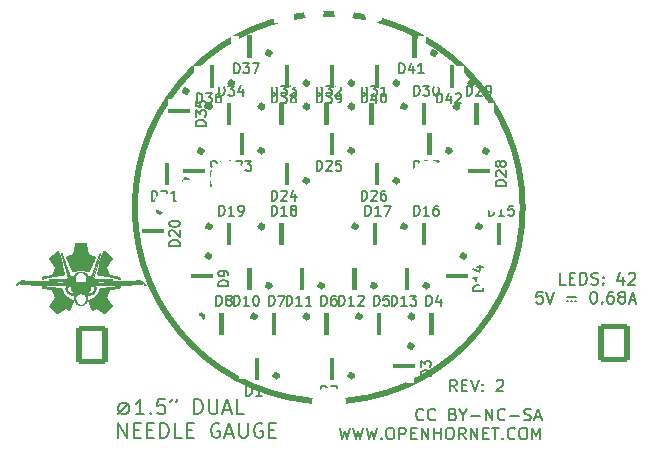
<source format=gbr>
%TF.GenerationSoftware,KiCad,Pcbnew,(6.0.9)*%
%TF.CreationDate,2023-01-27T16:36:23-09:00*%
%TF.ProjectId,GAUGE_Hydraulic Pressure,47415547-455f-4487-9964-7261756c6963,rev?*%
%TF.SameCoordinates,Original*%
%TF.FileFunction,Legend,Top*%
%TF.FilePolarity,Positive*%
%FSLAX46Y46*%
G04 Gerber Fmt 4.6, Leading zero omitted, Abs format (unit mm)*
G04 Created by KiCad (PCBNEW (6.0.9)) date 2023-01-27 16:36:23*
%MOMM*%
%LPD*%
G01*
G04 APERTURE LIST*
G04 Aperture macros list*
%AMRoundRect*
0 Rectangle with rounded corners*
0 $1 Rounding radius*
0 $2 $3 $4 $5 $6 $7 $8 $9 X,Y pos of 4 corners*
0 Add a 4 corners polygon primitive as box body*
4,1,4,$2,$3,$4,$5,$6,$7,$8,$9,$2,$3,0*
0 Add four circle primitives for the rounded corners*
1,1,$1+$1,$2,$3*
1,1,$1+$1,$4,$5*
1,1,$1+$1,$6,$7*
1,1,$1+$1,$8,$9*
0 Add four rect primitives between the rounded corners*
20,1,$1+$1,$2,$3,$4,$5,0*
20,1,$1+$1,$4,$5,$6,$7,0*
20,1,$1+$1,$6,$7,$8,$9,0*
20,1,$1+$1,$8,$9,$2,$3,0*%
G04 Aperture macros list end*
%ADD10C,0.150000*%
%ADD11C,0.500000*%
%ADD12C,0.200000*%
%ADD13C,0.010000*%
%ADD14C,0.100000*%
%ADD15R,0.700000X0.700000*%
%ADD16C,4.500000*%
%ADD17C,1.800000*%
%ADD18C,3.000000*%
%ADD19C,4.600000*%
%ADD20C,1.600000*%
%ADD21O,2.700000X3.300000*%
%ADD22RoundRect,0.250001X1.099999X1.399999X-1.099999X1.399999X-1.099999X-1.399999X1.099999X-1.399999X0*%
%ADD23O,1.700000X1.700000*%
%ADD24R,1.700000X1.700000*%
G04 APERTURE END LIST*
D10*
X202246602Y-125260556D02*
X201770412Y-125260556D01*
X201770412Y-124260556D01*
X202579936Y-124736747D02*
X202913269Y-124736747D01*
X203056126Y-125260556D02*
X202579936Y-125260556D01*
X202579936Y-124260556D01*
X203056126Y-124260556D01*
X203484698Y-125260556D02*
X203484698Y-124260556D01*
X203722793Y-124260556D01*
X203865650Y-124308176D01*
X203960888Y-124403414D01*
X204008507Y-124498652D01*
X204056126Y-124689128D01*
X204056126Y-124831985D01*
X204008507Y-125022461D01*
X203960888Y-125117699D01*
X203865650Y-125212937D01*
X203722793Y-125260556D01*
X203484698Y-125260556D01*
X204437079Y-125212937D02*
X204579936Y-125260556D01*
X204818031Y-125260556D01*
X204913269Y-125212937D01*
X204960888Y-125165318D01*
X205008507Y-125070080D01*
X205008507Y-124974842D01*
X204960888Y-124879604D01*
X204913269Y-124831985D01*
X204818031Y-124784366D01*
X204627555Y-124736747D01*
X204532317Y-124689128D01*
X204484698Y-124641509D01*
X204437079Y-124546271D01*
X204437079Y-124451033D01*
X204484698Y-124355795D01*
X204532317Y-124308176D01*
X204627555Y-124260556D01*
X204865650Y-124260556D01*
X205008507Y-124308176D01*
X205437079Y-125165318D02*
X205484698Y-125212937D01*
X205437079Y-125260556D01*
X205389460Y-125212937D01*
X205437079Y-125165318D01*
X205437079Y-125260556D01*
X205437079Y-124641509D02*
X205484698Y-124689128D01*
X205437079Y-124736747D01*
X205389460Y-124689128D01*
X205437079Y-124641509D01*
X205437079Y-124736747D01*
X207103745Y-124593890D02*
X207103745Y-125260556D01*
X206865650Y-124212937D02*
X206627555Y-124927223D01*
X207246602Y-124927223D01*
X207579936Y-124355795D02*
X207627555Y-124308176D01*
X207722793Y-124260556D01*
X207960888Y-124260556D01*
X208056126Y-124308176D01*
X208103745Y-124355795D01*
X208151364Y-124451033D01*
X208151364Y-124546271D01*
X208103745Y-124689128D01*
X207532317Y-125260556D01*
X208151364Y-125260556D01*
X200294221Y-125870556D02*
X199818031Y-125870556D01*
X199770412Y-126346747D01*
X199818031Y-126299128D01*
X199913269Y-126251509D01*
X200151364Y-126251509D01*
X200246602Y-126299128D01*
X200294221Y-126346747D01*
X200341841Y-126441985D01*
X200341841Y-126680080D01*
X200294221Y-126775318D01*
X200246602Y-126822937D01*
X200151364Y-126870556D01*
X199913269Y-126870556D01*
X199818031Y-126822937D01*
X199770412Y-126775318D01*
X200627555Y-125870556D02*
X200960888Y-126870556D01*
X201294221Y-125870556D01*
X202389460Y-126632461D02*
X202484698Y-126632461D01*
X202389460Y-126346747D02*
X203151364Y-126346747D01*
X202722793Y-126632461D02*
X202818031Y-126632461D01*
X203056126Y-126632461D02*
X203151364Y-126632461D01*
X204579936Y-125870556D02*
X204675174Y-125870556D01*
X204770412Y-125918176D01*
X204818031Y-125965795D01*
X204865650Y-126061033D01*
X204913269Y-126251509D01*
X204913269Y-126489604D01*
X204865650Y-126680080D01*
X204818031Y-126775318D01*
X204770412Y-126822937D01*
X204675174Y-126870556D01*
X204579936Y-126870556D01*
X204484698Y-126822937D01*
X204437079Y-126775318D01*
X204389460Y-126680080D01*
X204341841Y-126489604D01*
X204341841Y-126251509D01*
X204389460Y-126061033D01*
X204437079Y-125965795D01*
X204484698Y-125918176D01*
X204579936Y-125870556D01*
X205341841Y-126775318D02*
X205389460Y-126822937D01*
X205341841Y-126870556D01*
X205294221Y-126822937D01*
X205341841Y-126775318D01*
X205341841Y-126870556D01*
X206246602Y-125870556D02*
X206056126Y-125870556D01*
X205960888Y-125918176D01*
X205913269Y-125965795D01*
X205818031Y-126108652D01*
X205770412Y-126299128D01*
X205770412Y-126680080D01*
X205818031Y-126775318D01*
X205865650Y-126822937D01*
X205960888Y-126870556D01*
X206151364Y-126870556D01*
X206246602Y-126822937D01*
X206294221Y-126775318D01*
X206341841Y-126680080D01*
X206341841Y-126441985D01*
X206294221Y-126346747D01*
X206246602Y-126299128D01*
X206151364Y-126251509D01*
X205960888Y-126251509D01*
X205865650Y-126299128D01*
X205818031Y-126346747D01*
X205770412Y-126441985D01*
X206913269Y-126299128D02*
X206818031Y-126251509D01*
X206770412Y-126203890D01*
X206722793Y-126108652D01*
X206722793Y-126061033D01*
X206770412Y-125965795D01*
X206818031Y-125918176D01*
X206913269Y-125870556D01*
X207103745Y-125870556D01*
X207198983Y-125918176D01*
X207246602Y-125965795D01*
X207294221Y-126061033D01*
X207294221Y-126108652D01*
X207246602Y-126203890D01*
X207198983Y-126251509D01*
X207103745Y-126299128D01*
X206913269Y-126299128D01*
X206818031Y-126346747D01*
X206770412Y-126394366D01*
X206722793Y-126489604D01*
X206722793Y-126680080D01*
X206770412Y-126775318D01*
X206818031Y-126822937D01*
X206913269Y-126870556D01*
X207103745Y-126870556D01*
X207198983Y-126822937D01*
X207246602Y-126775318D01*
X207294221Y-126680080D01*
X207294221Y-126489604D01*
X207246602Y-126394366D01*
X207198983Y-126346747D01*
X207103745Y-126299128D01*
X207675174Y-126584842D02*
X208151364Y-126584842D01*
X207579936Y-126870556D02*
X207913269Y-125870556D01*
X208246602Y-126870556D01*
D11*
X198612941Y-118743176D02*
G75*
G03*
X198612941Y-118743176I-16421100J0D01*
G01*
D10*
X190198983Y-136665318D02*
X190151364Y-136712937D01*
X190008507Y-136760556D01*
X189913269Y-136760556D01*
X189770412Y-136712937D01*
X189675174Y-136617699D01*
X189627555Y-136522461D01*
X189579936Y-136331985D01*
X189579936Y-136189128D01*
X189627555Y-135998652D01*
X189675174Y-135903414D01*
X189770412Y-135808176D01*
X189913269Y-135760556D01*
X190008507Y-135760556D01*
X190151364Y-135808176D01*
X190198983Y-135855795D01*
X191198983Y-136665318D02*
X191151364Y-136712937D01*
X191008507Y-136760556D01*
X190913269Y-136760556D01*
X190770412Y-136712937D01*
X190675174Y-136617699D01*
X190627555Y-136522461D01*
X190579936Y-136331985D01*
X190579936Y-136189128D01*
X190627555Y-135998652D01*
X190675174Y-135903414D01*
X190770412Y-135808176D01*
X190913269Y-135760556D01*
X191008507Y-135760556D01*
X191151364Y-135808176D01*
X191198983Y-135855795D01*
X192722793Y-136236747D02*
X192865650Y-136284366D01*
X192913269Y-136331985D01*
X192960888Y-136427223D01*
X192960888Y-136570080D01*
X192913269Y-136665318D01*
X192865650Y-136712937D01*
X192770412Y-136760556D01*
X192389460Y-136760556D01*
X192389460Y-135760556D01*
X192722793Y-135760556D01*
X192818031Y-135808176D01*
X192865650Y-135855795D01*
X192913269Y-135951033D01*
X192913269Y-136046271D01*
X192865650Y-136141509D01*
X192818031Y-136189128D01*
X192722793Y-136236747D01*
X192389460Y-136236747D01*
X193579936Y-136284366D02*
X193579936Y-136760556D01*
X193246602Y-135760556D02*
X193579936Y-136284366D01*
X193913269Y-135760556D01*
X194246602Y-136379604D02*
X195008507Y-136379604D01*
X195484698Y-136760556D02*
X195484698Y-135760556D01*
X196056126Y-136760556D01*
X196056126Y-135760556D01*
X197103745Y-136665318D02*
X197056126Y-136712937D01*
X196913269Y-136760556D01*
X196818031Y-136760556D01*
X196675174Y-136712937D01*
X196579936Y-136617699D01*
X196532317Y-136522461D01*
X196484698Y-136331985D01*
X196484698Y-136189128D01*
X196532317Y-135998652D01*
X196579936Y-135903414D01*
X196675174Y-135808176D01*
X196818031Y-135760556D01*
X196913269Y-135760556D01*
X197056126Y-135808176D01*
X197103745Y-135855795D01*
X197532317Y-136379604D02*
X198294221Y-136379604D01*
X198722793Y-136712937D02*
X198865650Y-136760556D01*
X199103745Y-136760556D01*
X199198983Y-136712937D01*
X199246602Y-136665318D01*
X199294221Y-136570080D01*
X199294221Y-136474842D01*
X199246602Y-136379604D01*
X199198983Y-136331985D01*
X199103745Y-136284366D01*
X198913269Y-136236747D01*
X198818031Y-136189128D01*
X198770412Y-136141509D01*
X198722793Y-136046271D01*
X198722793Y-135951033D01*
X198770412Y-135855795D01*
X198818031Y-135808176D01*
X198913269Y-135760556D01*
X199151364Y-135760556D01*
X199294221Y-135808176D01*
X199675174Y-136474842D02*
X200151364Y-136474842D01*
X199579936Y-136760556D02*
X199913269Y-135760556D01*
X200246602Y-136760556D01*
X183103745Y-137370556D02*
X183341841Y-138370556D01*
X183532317Y-137656271D01*
X183722793Y-138370556D01*
X183960888Y-137370556D01*
X184246602Y-137370556D02*
X184484698Y-138370556D01*
X184675174Y-137656271D01*
X184865650Y-138370556D01*
X185103745Y-137370556D01*
X185389460Y-137370556D02*
X185627555Y-138370556D01*
X185818031Y-137656271D01*
X186008507Y-138370556D01*
X186246602Y-137370556D01*
X186627555Y-138275318D02*
X186675174Y-138322937D01*
X186627555Y-138370556D01*
X186579936Y-138322937D01*
X186627555Y-138275318D01*
X186627555Y-138370556D01*
X187294221Y-137370556D02*
X187484698Y-137370556D01*
X187579936Y-137418176D01*
X187675174Y-137513414D01*
X187722793Y-137703890D01*
X187722793Y-138037223D01*
X187675174Y-138227699D01*
X187579936Y-138322937D01*
X187484698Y-138370556D01*
X187294221Y-138370556D01*
X187198983Y-138322937D01*
X187103745Y-138227699D01*
X187056126Y-138037223D01*
X187056126Y-137703890D01*
X187103745Y-137513414D01*
X187198983Y-137418176D01*
X187294221Y-137370556D01*
X188151364Y-138370556D02*
X188151364Y-137370556D01*
X188532317Y-137370556D01*
X188627555Y-137418176D01*
X188675174Y-137465795D01*
X188722793Y-137561033D01*
X188722793Y-137703890D01*
X188675174Y-137799128D01*
X188627555Y-137846747D01*
X188532317Y-137894366D01*
X188151364Y-137894366D01*
X189151364Y-137846747D02*
X189484698Y-137846747D01*
X189627555Y-138370556D02*
X189151364Y-138370556D01*
X189151364Y-137370556D01*
X189627555Y-137370556D01*
X190056126Y-138370556D02*
X190056126Y-137370556D01*
X190627555Y-138370556D01*
X190627555Y-137370556D01*
X191103745Y-138370556D02*
X191103745Y-137370556D01*
X191103745Y-137846747D02*
X191675174Y-137846747D01*
X191675174Y-138370556D02*
X191675174Y-137370556D01*
X192341841Y-137370556D02*
X192532317Y-137370556D01*
X192627555Y-137418176D01*
X192722793Y-137513414D01*
X192770412Y-137703890D01*
X192770412Y-138037223D01*
X192722793Y-138227699D01*
X192627555Y-138322937D01*
X192532317Y-138370556D01*
X192341841Y-138370556D01*
X192246602Y-138322937D01*
X192151364Y-138227699D01*
X192103745Y-138037223D01*
X192103745Y-137703890D01*
X192151364Y-137513414D01*
X192246602Y-137418176D01*
X192341841Y-137370556D01*
X193770412Y-138370556D02*
X193437079Y-137894366D01*
X193198983Y-138370556D02*
X193198983Y-137370556D01*
X193579936Y-137370556D01*
X193675174Y-137418176D01*
X193722793Y-137465795D01*
X193770412Y-137561033D01*
X193770412Y-137703890D01*
X193722793Y-137799128D01*
X193675174Y-137846747D01*
X193579936Y-137894366D01*
X193198983Y-137894366D01*
X194198983Y-138370556D02*
X194198983Y-137370556D01*
X194770412Y-138370556D01*
X194770412Y-137370556D01*
X195246602Y-137846747D02*
X195579936Y-137846747D01*
X195722793Y-138370556D02*
X195246602Y-138370556D01*
X195246602Y-137370556D01*
X195722793Y-137370556D01*
X196008507Y-137370556D02*
X196579936Y-137370556D01*
X196294221Y-138370556D02*
X196294221Y-137370556D01*
X196913269Y-138275318D02*
X196960888Y-138322937D01*
X196913269Y-138370556D01*
X196865650Y-138322937D01*
X196913269Y-138275318D01*
X196913269Y-138370556D01*
X197960888Y-138275318D02*
X197913269Y-138322937D01*
X197770412Y-138370556D01*
X197675174Y-138370556D01*
X197532317Y-138322937D01*
X197437079Y-138227699D01*
X197389460Y-138132461D01*
X197341841Y-137941985D01*
X197341841Y-137799128D01*
X197389460Y-137608652D01*
X197437079Y-137513414D01*
X197532317Y-137418176D01*
X197675174Y-137370556D01*
X197770412Y-137370556D01*
X197913269Y-137418176D01*
X197960888Y-137465795D01*
X198579936Y-137370556D02*
X198770412Y-137370556D01*
X198865650Y-137418176D01*
X198960888Y-137513414D01*
X199008507Y-137703890D01*
X199008507Y-138037223D01*
X198960888Y-138227699D01*
X198865650Y-138322937D01*
X198770412Y-138370556D01*
X198579936Y-138370556D01*
X198484698Y-138322937D01*
X198389460Y-138227699D01*
X198341841Y-138037223D01*
X198341841Y-137703890D01*
X198389460Y-137513414D01*
X198484698Y-137418176D01*
X198579936Y-137370556D01*
X199437079Y-138370556D02*
X199437079Y-137370556D01*
X199770412Y-138084842D01*
X200103745Y-137370556D01*
X200103745Y-138370556D01*
X193022674Y-134315556D02*
X192689341Y-133839366D01*
X192451245Y-134315556D02*
X192451245Y-133315556D01*
X192832198Y-133315556D01*
X192927436Y-133363176D01*
X192975055Y-133410795D01*
X193022674Y-133506033D01*
X193022674Y-133648890D01*
X192975055Y-133744128D01*
X192927436Y-133791747D01*
X192832198Y-133839366D01*
X192451245Y-133839366D01*
X193451245Y-133791747D02*
X193784579Y-133791747D01*
X193927436Y-134315556D02*
X193451245Y-134315556D01*
X193451245Y-133315556D01*
X193927436Y-133315556D01*
X194213150Y-133315556D02*
X194546483Y-134315556D01*
X194879817Y-133315556D01*
X195213150Y-134220318D02*
X195260769Y-134267937D01*
X195213150Y-134315556D01*
X195165531Y-134267937D01*
X195213150Y-134220318D01*
X195213150Y-134315556D01*
X195213150Y-133696509D02*
X195260769Y-133744128D01*
X195213150Y-133791747D01*
X195165531Y-133744128D01*
X195213150Y-133696509D01*
X195213150Y-133791747D01*
X196403626Y-133410795D02*
X196451245Y-133363176D01*
X196546483Y-133315556D01*
X196784579Y-133315556D01*
X196879817Y-133363176D01*
X196927436Y-133410795D01*
X196975055Y-133506033D01*
X196975055Y-133601271D01*
X196927436Y-133744128D01*
X196356007Y-134315556D01*
X196975055Y-134315556D01*
D12*
X164724102Y-135275021D02*
X164962198Y-135275021D01*
X165200293Y-135394068D01*
X165319341Y-135632164D01*
X165319341Y-135870259D01*
X165200293Y-136108354D01*
X164962198Y-136227402D01*
X164724102Y-136227402D01*
X164486007Y-136108354D01*
X164366960Y-135870259D01*
X164366960Y-135632164D01*
X164486007Y-135394068D01*
X164724102Y-135275021D01*
X165319341Y-135275021D02*
X164366960Y-136227402D01*
X166569341Y-136227402D02*
X165855055Y-136227402D01*
X166212198Y-136227402D02*
X166212198Y-134977402D01*
X166093150Y-135155973D01*
X165974102Y-135275021D01*
X165855055Y-135334545D01*
X167105055Y-136108354D02*
X167164579Y-136167878D01*
X167105055Y-136227402D01*
X167045531Y-136167878D01*
X167105055Y-136108354D01*
X167105055Y-136227402D01*
X168295531Y-134977402D02*
X167700293Y-134977402D01*
X167640769Y-135572640D01*
X167700293Y-135513116D01*
X167819341Y-135453592D01*
X168116960Y-135453592D01*
X168236007Y-135513116D01*
X168295531Y-135572640D01*
X168355055Y-135691687D01*
X168355055Y-135989306D01*
X168295531Y-136108354D01*
X168236007Y-136167878D01*
X168116960Y-136227402D01*
X167819341Y-136227402D01*
X167700293Y-136167878D01*
X167640769Y-136108354D01*
X168890769Y-134977402D02*
X168890769Y-135036926D01*
X168831245Y-135155973D01*
X168771721Y-135215497D01*
X169366960Y-134977402D02*
X169366960Y-135036926D01*
X169307436Y-135155973D01*
X169247912Y-135215497D01*
X170795531Y-136227402D02*
X170795531Y-134977402D01*
X171093150Y-134977402D01*
X171271721Y-135036926D01*
X171390769Y-135155973D01*
X171450293Y-135275021D01*
X171509817Y-135513116D01*
X171509817Y-135691687D01*
X171450293Y-135929783D01*
X171390769Y-136048830D01*
X171271721Y-136167878D01*
X171093150Y-136227402D01*
X170795531Y-136227402D01*
X172045531Y-134977402D02*
X172045531Y-135989306D01*
X172105055Y-136108354D01*
X172164579Y-136167878D01*
X172283626Y-136227402D01*
X172521721Y-136227402D01*
X172640769Y-136167878D01*
X172700293Y-136108354D01*
X172759817Y-135989306D01*
X172759817Y-134977402D01*
X173295531Y-135870259D02*
X173890769Y-135870259D01*
X173176483Y-136227402D02*
X173593150Y-134977402D01*
X174009817Y-136227402D01*
X175021721Y-136227402D02*
X174426483Y-136227402D01*
X174426483Y-134977402D01*
X164366960Y-138239902D02*
X164366960Y-136989902D01*
X165081245Y-138239902D01*
X165081245Y-136989902D01*
X165676483Y-137585140D02*
X166093150Y-137585140D01*
X166271721Y-138239902D02*
X165676483Y-138239902D01*
X165676483Y-136989902D01*
X166271721Y-136989902D01*
X166807436Y-137585140D02*
X167224102Y-137585140D01*
X167402674Y-138239902D02*
X166807436Y-138239902D01*
X166807436Y-136989902D01*
X167402674Y-136989902D01*
X167938388Y-138239902D02*
X167938388Y-136989902D01*
X168236007Y-136989902D01*
X168414579Y-137049426D01*
X168533626Y-137168473D01*
X168593150Y-137287521D01*
X168652674Y-137525616D01*
X168652674Y-137704187D01*
X168593150Y-137942283D01*
X168533626Y-138061330D01*
X168414579Y-138180378D01*
X168236007Y-138239902D01*
X167938388Y-138239902D01*
X169783626Y-138239902D02*
X169188388Y-138239902D01*
X169188388Y-136989902D01*
X170200293Y-137585140D02*
X170616960Y-137585140D01*
X170795531Y-138239902D02*
X170200293Y-138239902D01*
X170200293Y-136989902D01*
X170795531Y-136989902D01*
X172938388Y-137049426D02*
X172819341Y-136989902D01*
X172640769Y-136989902D01*
X172462198Y-137049426D01*
X172343150Y-137168473D01*
X172283626Y-137287521D01*
X172224102Y-137525616D01*
X172224102Y-137704187D01*
X172283626Y-137942283D01*
X172343150Y-138061330D01*
X172462198Y-138180378D01*
X172640769Y-138239902D01*
X172759817Y-138239902D01*
X172938388Y-138180378D01*
X172997912Y-138120854D01*
X172997912Y-137704187D01*
X172759817Y-137704187D01*
X173474102Y-137882759D02*
X174069341Y-137882759D01*
X173355055Y-138239902D02*
X173771721Y-136989902D01*
X174188388Y-138239902D01*
X174605055Y-136989902D02*
X174605055Y-138001806D01*
X174664579Y-138120854D01*
X174724102Y-138180378D01*
X174843150Y-138239902D01*
X175081245Y-138239902D01*
X175200293Y-138180378D01*
X175259817Y-138120854D01*
X175319341Y-138001806D01*
X175319341Y-136989902D01*
X176569341Y-137049426D02*
X176450293Y-136989902D01*
X176271721Y-136989902D01*
X176093150Y-137049426D01*
X175974102Y-137168473D01*
X175914579Y-137287521D01*
X175855055Y-137525616D01*
X175855055Y-137704187D01*
X175914579Y-137942283D01*
X175974102Y-138061330D01*
X176093150Y-138180378D01*
X176271721Y-138239902D01*
X176390769Y-138239902D01*
X176569341Y-138180378D01*
X176628864Y-138120854D01*
X176628864Y-137704187D01*
X176390769Y-137704187D01*
X177164579Y-137585140D02*
X177581245Y-137585140D01*
X177759817Y-138239902D02*
X177164579Y-138239902D01*
X177164579Y-136989902D01*
X177759817Y-136989902D01*
D10*
%TO.C,D42*%
X191319857Y-109897523D02*
X191319857Y-109047523D01*
X191522238Y-109047523D01*
X191643666Y-109088000D01*
X191724619Y-109168952D01*
X191765095Y-109249904D01*
X191805571Y-109411809D01*
X191805571Y-109533238D01*
X191765095Y-109695142D01*
X191724619Y-109776095D01*
X191643666Y-109857047D01*
X191522238Y-109897523D01*
X191319857Y-109897523D01*
X192534142Y-109330857D02*
X192534142Y-109897523D01*
X192331761Y-109007047D02*
X192129380Y-109614190D01*
X192655571Y-109614190D01*
X192938904Y-109128476D02*
X192979380Y-109088000D01*
X193060333Y-109047523D01*
X193262714Y-109047523D01*
X193343666Y-109088000D01*
X193384142Y-109128476D01*
X193424619Y-109209428D01*
X193424619Y-109290380D01*
X193384142Y-109411809D01*
X192898428Y-109897523D01*
X193424619Y-109897523D01*
%TO.C,D41*%
X188144857Y-107357523D02*
X188144857Y-106507523D01*
X188347238Y-106507523D01*
X188468666Y-106548000D01*
X188549619Y-106628952D01*
X188590095Y-106709904D01*
X188630571Y-106871809D01*
X188630571Y-106993238D01*
X188590095Y-107155142D01*
X188549619Y-107236095D01*
X188468666Y-107317047D01*
X188347238Y-107357523D01*
X188144857Y-107357523D01*
X189359142Y-106790857D02*
X189359142Y-107357523D01*
X189156761Y-106467047D02*
X188954380Y-107074190D01*
X189480571Y-107074190D01*
X190249619Y-107357523D02*
X189763904Y-107357523D01*
X190006761Y-107357523D02*
X190006761Y-106507523D01*
X189925809Y-106628952D01*
X189844857Y-106709904D01*
X189763904Y-106750380D01*
%TO.C,D40*%
X184969857Y-109897523D02*
X184969857Y-109047523D01*
X185172238Y-109047523D01*
X185293666Y-109088000D01*
X185374619Y-109168952D01*
X185415095Y-109249904D01*
X185455571Y-109411809D01*
X185455571Y-109533238D01*
X185415095Y-109695142D01*
X185374619Y-109776095D01*
X185293666Y-109857047D01*
X185172238Y-109897523D01*
X184969857Y-109897523D01*
X186184142Y-109330857D02*
X186184142Y-109897523D01*
X185981761Y-109007047D02*
X185779380Y-109614190D01*
X186305571Y-109614190D01*
X186791285Y-109047523D02*
X186872238Y-109047523D01*
X186953190Y-109088000D01*
X186993666Y-109128476D01*
X187034142Y-109209428D01*
X187074619Y-109371333D01*
X187074619Y-109573714D01*
X187034142Y-109735619D01*
X186993666Y-109816571D01*
X186953190Y-109857047D01*
X186872238Y-109897523D01*
X186791285Y-109897523D01*
X186710333Y-109857047D01*
X186669857Y-109816571D01*
X186629380Y-109735619D01*
X186588904Y-109573714D01*
X186588904Y-109371333D01*
X186629380Y-109209428D01*
X186669857Y-109128476D01*
X186710333Y-109088000D01*
X186791285Y-109047523D01*
%TO.C,D39*%
X181159857Y-109897523D02*
X181159857Y-109047523D01*
X181362238Y-109047523D01*
X181483666Y-109088000D01*
X181564619Y-109168952D01*
X181605095Y-109249904D01*
X181645571Y-109411809D01*
X181645571Y-109533238D01*
X181605095Y-109695142D01*
X181564619Y-109776095D01*
X181483666Y-109857047D01*
X181362238Y-109897523D01*
X181159857Y-109897523D01*
X181928904Y-109047523D02*
X182455095Y-109047523D01*
X182171761Y-109371333D01*
X182293190Y-109371333D01*
X182374142Y-109411809D01*
X182414619Y-109452285D01*
X182455095Y-109533238D01*
X182455095Y-109735619D01*
X182414619Y-109816571D01*
X182374142Y-109857047D01*
X182293190Y-109897523D01*
X182050333Y-109897523D01*
X181969380Y-109857047D01*
X181928904Y-109816571D01*
X182859857Y-109897523D02*
X183021761Y-109897523D01*
X183102714Y-109857047D01*
X183143190Y-109816571D01*
X183224142Y-109695142D01*
X183264619Y-109533238D01*
X183264619Y-109209428D01*
X183224142Y-109128476D01*
X183183666Y-109088000D01*
X183102714Y-109047523D01*
X182940809Y-109047523D01*
X182859857Y-109088000D01*
X182819380Y-109128476D01*
X182778904Y-109209428D01*
X182778904Y-109411809D01*
X182819380Y-109492761D01*
X182859857Y-109533238D01*
X182940809Y-109573714D01*
X183102714Y-109573714D01*
X183183666Y-109533238D01*
X183224142Y-109492761D01*
X183264619Y-109411809D01*
%TO.C,D38*%
X177349857Y-109897523D02*
X177349857Y-109047523D01*
X177552238Y-109047523D01*
X177673666Y-109088000D01*
X177754619Y-109168952D01*
X177795095Y-109249904D01*
X177835571Y-109411809D01*
X177835571Y-109533238D01*
X177795095Y-109695142D01*
X177754619Y-109776095D01*
X177673666Y-109857047D01*
X177552238Y-109897523D01*
X177349857Y-109897523D01*
X178118904Y-109047523D02*
X178645095Y-109047523D01*
X178361761Y-109371333D01*
X178483190Y-109371333D01*
X178564142Y-109411809D01*
X178604619Y-109452285D01*
X178645095Y-109533238D01*
X178645095Y-109735619D01*
X178604619Y-109816571D01*
X178564142Y-109857047D01*
X178483190Y-109897523D01*
X178240333Y-109897523D01*
X178159380Y-109857047D01*
X178118904Y-109816571D01*
X179130809Y-109411809D02*
X179049857Y-109371333D01*
X179009380Y-109330857D01*
X178968904Y-109249904D01*
X178968904Y-109209428D01*
X179009380Y-109128476D01*
X179049857Y-109088000D01*
X179130809Y-109047523D01*
X179292714Y-109047523D01*
X179373666Y-109088000D01*
X179414142Y-109128476D01*
X179454619Y-109209428D01*
X179454619Y-109249904D01*
X179414142Y-109330857D01*
X179373666Y-109371333D01*
X179292714Y-109411809D01*
X179130809Y-109411809D01*
X179049857Y-109452285D01*
X179009380Y-109492761D01*
X178968904Y-109573714D01*
X178968904Y-109735619D01*
X179009380Y-109816571D01*
X179049857Y-109857047D01*
X179130809Y-109897523D01*
X179292714Y-109897523D01*
X179373666Y-109857047D01*
X179414142Y-109816571D01*
X179454619Y-109735619D01*
X179454619Y-109573714D01*
X179414142Y-109492761D01*
X179373666Y-109452285D01*
X179292714Y-109411809D01*
%TO.C,D37*%
X174174857Y-107357523D02*
X174174857Y-106507523D01*
X174377238Y-106507523D01*
X174498666Y-106548000D01*
X174579619Y-106628952D01*
X174620095Y-106709904D01*
X174660571Y-106871809D01*
X174660571Y-106993238D01*
X174620095Y-107155142D01*
X174579619Y-107236095D01*
X174498666Y-107317047D01*
X174377238Y-107357523D01*
X174174857Y-107357523D01*
X174943904Y-106507523D02*
X175470095Y-106507523D01*
X175186761Y-106831333D01*
X175308190Y-106831333D01*
X175389142Y-106871809D01*
X175429619Y-106912285D01*
X175470095Y-106993238D01*
X175470095Y-107195619D01*
X175429619Y-107276571D01*
X175389142Y-107317047D01*
X175308190Y-107357523D01*
X175065333Y-107357523D01*
X174984380Y-107317047D01*
X174943904Y-107276571D01*
X175753428Y-106507523D02*
X176320095Y-106507523D01*
X175955809Y-107357523D01*
%TO.C,D36*%
X170999857Y-109897523D02*
X170999857Y-109047523D01*
X171202238Y-109047523D01*
X171323666Y-109088000D01*
X171404619Y-109168952D01*
X171445095Y-109249904D01*
X171485571Y-109411809D01*
X171485571Y-109533238D01*
X171445095Y-109695142D01*
X171404619Y-109776095D01*
X171323666Y-109857047D01*
X171202238Y-109897523D01*
X170999857Y-109897523D01*
X171768904Y-109047523D02*
X172295095Y-109047523D01*
X172011761Y-109371333D01*
X172133190Y-109371333D01*
X172214142Y-109411809D01*
X172254619Y-109452285D01*
X172295095Y-109533238D01*
X172295095Y-109735619D01*
X172254619Y-109816571D01*
X172214142Y-109857047D01*
X172133190Y-109897523D01*
X171890333Y-109897523D01*
X171809380Y-109857047D01*
X171768904Y-109816571D01*
X173023666Y-109047523D02*
X172861761Y-109047523D01*
X172780809Y-109088000D01*
X172740333Y-109128476D01*
X172659380Y-109249904D01*
X172618904Y-109411809D01*
X172618904Y-109735619D01*
X172659380Y-109816571D01*
X172699857Y-109857047D01*
X172780809Y-109897523D01*
X172942714Y-109897523D01*
X173023666Y-109857047D01*
X173064142Y-109816571D01*
X173104619Y-109735619D01*
X173104619Y-109533238D01*
X173064142Y-109452285D01*
X173023666Y-109411809D01*
X172942714Y-109371333D01*
X172780809Y-109371333D01*
X172699857Y-109411809D01*
X172659380Y-109452285D01*
X172618904Y-109533238D01*
%TO.C,D35*%
X171781523Y-111815142D02*
X170931523Y-111815142D01*
X170931523Y-111612761D01*
X170972000Y-111491333D01*
X171052952Y-111410380D01*
X171133904Y-111369904D01*
X171295809Y-111329428D01*
X171417238Y-111329428D01*
X171579142Y-111369904D01*
X171660095Y-111410380D01*
X171741047Y-111491333D01*
X171781523Y-111612761D01*
X171781523Y-111815142D01*
X170931523Y-111046095D02*
X170931523Y-110519904D01*
X171255333Y-110803238D01*
X171255333Y-110681809D01*
X171295809Y-110600857D01*
X171336285Y-110560380D01*
X171417238Y-110519904D01*
X171619619Y-110519904D01*
X171700571Y-110560380D01*
X171741047Y-110600857D01*
X171781523Y-110681809D01*
X171781523Y-110924666D01*
X171741047Y-111005619D01*
X171700571Y-111046095D01*
X170931523Y-109750857D02*
X170931523Y-110155619D01*
X171336285Y-110196095D01*
X171295809Y-110155619D01*
X171255333Y-110074666D01*
X171255333Y-109872285D01*
X171295809Y-109791333D01*
X171336285Y-109750857D01*
X171417238Y-109710380D01*
X171619619Y-109710380D01*
X171700571Y-109750857D01*
X171741047Y-109791333D01*
X171781523Y-109872285D01*
X171781523Y-110074666D01*
X171741047Y-110155619D01*
X171700571Y-110196095D01*
%TO.C,D34*%
X172904857Y-109262523D02*
X172904857Y-108412523D01*
X173107238Y-108412523D01*
X173228666Y-108453000D01*
X173309619Y-108533952D01*
X173350095Y-108614904D01*
X173390571Y-108776809D01*
X173390571Y-108898238D01*
X173350095Y-109060142D01*
X173309619Y-109141095D01*
X173228666Y-109222047D01*
X173107238Y-109262523D01*
X172904857Y-109262523D01*
X173673904Y-108412523D02*
X174200095Y-108412523D01*
X173916761Y-108736333D01*
X174038190Y-108736333D01*
X174119142Y-108776809D01*
X174159619Y-108817285D01*
X174200095Y-108898238D01*
X174200095Y-109100619D01*
X174159619Y-109181571D01*
X174119142Y-109222047D01*
X174038190Y-109262523D01*
X173795333Y-109262523D01*
X173714380Y-109222047D01*
X173673904Y-109181571D01*
X174928666Y-108695857D02*
X174928666Y-109262523D01*
X174726285Y-108372047D02*
X174523904Y-108979190D01*
X175050095Y-108979190D01*
%TO.C,D33*%
X177349857Y-109262523D02*
X177349857Y-108412523D01*
X177552238Y-108412523D01*
X177673666Y-108453000D01*
X177754619Y-108533952D01*
X177795095Y-108614904D01*
X177835571Y-108776809D01*
X177835571Y-108898238D01*
X177795095Y-109060142D01*
X177754619Y-109141095D01*
X177673666Y-109222047D01*
X177552238Y-109262523D01*
X177349857Y-109262523D01*
X178118904Y-108412523D02*
X178645095Y-108412523D01*
X178361761Y-108736333D01*
X178483190Y-108736333D01*
X178564142Y-108776809D01*
X178604619Y-108817285D01*
X178645095Y-108898238D01*
X178645095Y-109100619D01*
X178604619Y-109181571D01*
X178564142Y-109222047D01*
X178483190Y-109262523D01*
X178240333Y-109262523D01*
X178159380Y-109222047D01*
X178118904Y-109181571D01*
X178928428Y-108412523D02*
X179454619Y-108412523D01*
X179171285Y-108736333D01*
X179292714Y-108736333D01*
X179373666Y-108776809D01*
X179414142Y-108817285D01*
X179454619Y-108898238D01*
X179454619Y-109100619D01*
X179414142Y-109181571D01*
X179373666Y-109222047D01*
X179292714Y-109262523D01*
X179049857Y-109262523D01*
X178968904Y-109222047D01*
X178928428Y-109181571D01*
%TO.C,D32*%
X181159857Y-109262523D02*
X181159857Y-108412523D01*
X181362238Y-108412523D01*
X181483666Y-108453000D01*
X181564619Y-108533952D01*
X181605095Y-108614904D01*
X181645571Y-108776809D01*
X181645571Y-108898238D01*
X181605095Y-109060142D01*
X181564619Y-109141095D01*
X181483666Y-109222047D01*
X181362238Y-109262523D01*
X181159857Y-109262523D01*
X181928904Y-108412523D02*
X182455095Y-108412523D01*
X182171761Y-108736333D01*
X182293190Y-108736333D01*
X182374142Y-108776809D01*
X182414619Y-108817285D01*
X182455095Y-108898238D01*
X182455095Y-109100619D01*
X182414619Y-109181571D01*
X182374142Y-109222047D01*
X182293190Y-109262523D01*
X182050333Y-109262523D01*
X181969380Y-109222047D01*
X181928904Y-109181571D01*
X182778904Y-108493476D02*
X182819380Y-108453000D01*
X182900333Y-108412523D01*
X183102714Y-108412523D01*
X183183666Y-108453000D01*
X183224142Y-108493476D01*
X183264619Y-108574428D01*
X183264619Y-108655380D01*
X183224142Y-108776809D01*
X182738428Y-109262523D01*
X183264619Y-109262523D01*
%TO.C,D31*%
X184969857Y-109262523D02*
X184969857Y-108412523D01*
X185172238Y-108412523D01*
X185293666Y-108453000D01*
X185374619Y-108533952D01*
X185415095Y-108614904D01*
X185455571Y-108776809D01*
X185455571Y-108898238D01*
X185415095Y-109060142D01*
X185374619Y-109141095D01*
X185293666Y-109222047D01*
X185172238Y-109262523D01*
X184969857Y-109262523D01*
X185738904Y-108412523D02*
X186265095Y-108412523D01*
X185981761Y-108736333D01*
X186103190Y-108736333D01*
X186184142Y-108776809D01*
X186224619Y-108817285D01*
X186265095Y-108898238D01*
X186265095Y-109100619D01*
X186224619Y-109181571D01*
X186184142Y-109222047D01*
X186103190Y-109262523D01*
X185860333Y-109262523D01*
X185779380Y-109222047D01*
X185738904Y-109181571D01*
X187074619Y-109262523D02*
X186588904Y-109262523D01*
X186831761Y-109262523D02*
X186831761Y-108412523D01*
X186750809Y-108533952D01*
X186669857Y-108614904D01*
X186588904Y-108655380D01*
%TO.C,D30*%
X189414857Y-109262523D02*
X189414857Y-108412523D01*
X189617238Y-108412523D01*
X189738666Y-108453000D01*
X189819619Y-108533952D01*
X189860095Y-108614904D01*
X189900571Y-108776809D01*
X189900571Y-108898238D01*
X189860095Y-109060142D01*
X189819619Y-109141095D01*
X189738666Y-109222047D01*
X189617238Y-109262523D01*
X189414857Y-109262523D01*
X190183904Y-108412523D02*
X190710095Y-108412523D01*
X190426761Y-108736333D01*
X190548190Y-108736333D01*
X190629142Y-108776809D01*
X190669619Y-108817285D01*
X190710095Y-108898238D01*
X190710095Y-109100619D01*
X190669619Y-109181571D01*
X190629142Y-109222047D01*
X190548190Y-109262523D01*
X190305333Y-109262523D01*
X190224380Y-109222047D01*
X190183904Y-109181571D01*
X191236285Y-108412523D02*
X191317238Y-108412523D01*
X191398190Y-108453000D01*
X191438666Y-108493476D01*
X191479142Y-108574428D01*
X191519619Y-108736333D01*
X191519619Y-108938714D01*
X191479142Y-109100619D01*
X191438666Y-109181571D01*
X191398190Y-109222047D01*
X191317238Y-109262523D01*
X191236285Y-109262523D01*
X191155333Y-109222047D01*
X191114857Y-109181571D01*
X191074380Y-109100619D01*
X191033904Y-108938714D01*
X191033904Y-108736333D01*
X191074380Y-108574428D01*
X191114857Y-108493476D01*
X191155333Y-108453000D01*
X191236285Y-108412523D01*
%TO.C,D29*%
X193859857Y-109262523D02*
X193859857Y-108412523D01*
X194062238Y-108412523D01*
X194183666Y-108453000D01*
X194264619Y-108533952D01*
X194305095Y-108614904D01*
X194345571Y-108776809D01*
X194345571Y-108898238D01*
X194305095Y-109060142D01*
X194264619Y-109141095D01*
X194183666Y-109222047D01*
X194062238Y-109262523D01*
X193859857Y-109262523D01*
X194669380Y-108493476D02*
X194709857Y-108453000D01*
X194790809Y-108412523D01*
X194993190Y-108412523D01*
X195074142Y-108453000D01*
X195114619Y-108493476D01*
X195155095Y-108574428D01*
X195155095Y-108655380D01*
X195114619Y-108776809D01*
X194628904Y-109262523D01*
X195155095Y-109262523D01*
X195559857Y-109262523D02*
X195721761Y-109262523D01*
X195802714Y-109222047D01*
X195843190Y-109181571D01*
X195924142Y-109060142D01*
X195964619Y-108898238D01*
X195964619Y-108574428D01*
X195924142Y-108493476D01*
X195883666Y-108453000D01*
X195802714Y-108412523D01*
X195640809Y-108412523D01*
X195559857Y-108453000D01*
X195519380Y-108493476D01*
X195478904Y-108574428D01*
X195478904Y-108776809D01*
X195519380Y-108857761D01*
X195559857Y-108898238D01*
X195640809Y-108938714D01*
X195802714Y-108938714D01*
X195883666Y-108898238D01*
X195924142Y-108857761D01*
X195964619Y-108776809D01*
%TO.C,D28*%
X197181523Y-116895142D02*
X196331523Y-116895142D01*
X196331523Y-116692761D01*
X196372000Y-116571333D01*
X196452952Y-116490380D01*
X196533904Y-116449904D01*
X196695809Y-116409428D01*
X196817238Y-116409428D01*
X196979142Y-116449904D01*
X197060095Y-116490380D01*
X197141047Y-116571333D01*
X197181523Y-116692761D01*
X197181523Y-116895142D01*
X196412476Y-116085619D02*
X196372000Y-116045142D01*
X196331523Y-115964190D01*
X196331523Y-115761809D01*
X196372000Y-115680857D01*
X196412476Y-115640380D01*
X196493428Y-115599904D01*
X196574380Y-115599904D01*
X196695809Y-115640380D01*
X197181523Y-116126095D01*
X197181523Y-115599904D01*
X196695809Y-115114190D02*
X196655333Y-115195142D01*
X196614857Y-115235619D01*
X196533904Y-115276095D01*
X196493428Y-115276095D01*
X196412476Y-115235619D01*
X196372000Y-115195142D01*
X196331523Y-115114190D01*
X196331523Y-114952285D01*
X196372000Y-114871333D01*
X196412476Y-114830857D01*
X196493428Y-114790380D01*
X196533904Y-114790380D01*
X196614857Y-114830857D01*
X196655333Y-114871333D01*
X196695809Y-114952285D01*
X196695809Y-115114190D01*
X196736285Y-115195142D01*
X196776761Y-115235619D01*
X196857714Y-115276095D01*
X197019619Y-115276095D01*
X197100571Y-115235619D01*
X197141047Y-115195142D01*
X197181523Y-115114190D01*
X197181523Y-114952285D01*
X197141047Y-114871333D01*
X197100571Y-114830857D01*
X197019619Y-114790380D01*
X196857714Y-114790380D01*
X196776761Y-114830857D01*
X196736285Y-114871333D01*
X196695809Y-114952285D01*
%TO.C,D27*%
X189414857Y-115612523D02*
X189414857Y-114762523D01*
X189617238Y-114762523D01*
X189738666Y-114803000D01*
X189819619Y-114883952D01*
X189860095Y-114964904D01*
X189900571Y-115126809D01*
X189900571Y-115248238D01*
X189860095Y-115410142D01*
X189819619Y-115491095D01*
X189738666Y-115572047D01*
X189617238Y-115612523D01*
X189414857Y-115612523D01*
X190224380Y-114843476D02*
X190264857Y-114803000D01*
X190345809Y-114762523D01*
X190548190Y-114762523D01*
X190629142Y-114803000D01*
X190669619Y-114843476D01*
X190710095Y-114924428D01*
X190710095Y-115005380D01*
X190669619Y-115126809D01*
X190183904Y-115612523D01*
X190710095Y-115612523D01*
X190993428Y-114762523D02*
X191560095Y-114762523D01*
X191195809Y-115612523D01*
%TO.C,D26*%
X184969857Y-118152523D02*
X184969857Y-117302523D01*
X185172238Y-117302523D01*
X185293666Y-117343000D01*
X185374619Y-117423952D01*
X185415095Y-117504904D01*
X185455571Y-117666809D01*
X185455571Y-117788238D01*
X185415095Y-117950142D01*
X185374619Y-118031095D01*
X185293666Y-118112047D01*
X185172238Y-118152523D01*
X184969857Y-118152523D01*
X185779380Y-117383476D02*
X185819857Y-117343000D01*
X185900809Y-117302523D01*
X186103190Y-117302523D01*
X186184142Y-117343000D01*
X186224619Y-117383476D01*
X186265095Y-117464428D01*
X186265095Y-117545380D01*
X186224619Y-117666809D01*
X185738904Y-118152523D01*
X186265095Y-118152523D01*
X186993666Y-117302523D02*
X186831761Y-117302523D01*
X186750809Y-117343000D01*
X186710333Y-117383476D01*
X186629380Y-117504904D01*
X186588904Y-117666809D01*
X186588904Y-117990619D01*
X186629380Y-118071571D01*
X186669857Y-118112047D01*
X186750809Y-118152523D01*
X186912714Y-118152523D01*
X186993666Y-118112047D01*
X187034142Y-118071571D01*
X187074619Y-117990619D01*
X187074619Y-117788238D01*
X187034142Y-117707285D01*
X186993666Y-117666809D01*
X186912714Y-117626333D01*
X186750809Y-117626333D01*
X186669857Y-117666809D01*
X186629380Y-117707285D01*
X186588904Y-117788238D01*
%TO.C,D25*%
X181159857Y-115612523D02*
X181159857Y-114762523D01*
X181362238Y-114762523D01*
X181483666Y-114803000D01*
X181564619Y-114883952D01*
X181605095Y-114964904D01*
X181645571Y-115126809D01*
X181645571Y-115248238D01*
X181605095Y-115410142D01*
X181564619Y-115491095D01*
X181483666Y-115572047D01*
X181362238Y-115612523D01*
X181159857Y-115612523D01*
X181969380Y-114843476D02*
X182009857Y-114803000D01*
X182090809Y-114762523D01*
X182293190Y-114762523D01*
X182374142Y-114803000D01*
X182414619Y-114843476D01*
X182455095Y-114924428D01*
X182455095Y-115005380D01*
X182414619Y-115126809D01*
X181928904Y-115612523D01*
X182455095Y-115612523D01*
X183224142Y-114762523D02*
X182819380Y-114762523D01*
X182778904Y-115167285D01*
X182819380Y-115126809D01*
X182900333Y-115086333D01*
X183102714Y-115086333D01*
X183183666Y-115126809D01*
X183224142Y-115167285D01*
X183264619Y-115248238D01*
X183264619Y-115450619D01*
X183224142Y-115531571D01*
X183183666Y-115572047D01*
X183102714Y-115612523D01*
X182900333Y-115612523D01*
X182819380Y-115572047D01*
X182778904Y-115531571D01*
%TO.C,D24*%
X177349857Y-118152523D02*
X177349857Y-117302523D01*
X177552238Y-117302523D01*
X177673666Y-117343000D01*
X177754619Y-117423952D01*
X177795095Y-117504904D01*
X177835571Y-117666809D01*
X177835571Y-117788238D01*
X177795095Y-117950142D01*
X177754619Y-118031095D01*
X177673666Y-118112047D01*
X177552238Y-118152523D01*
X177349857Y-118152523D01*
X178159380Y-117383476D02*
X178199857Y-117343000D01*
X178280809Y-117302523D01*
X178483190Y-117302523D01*
X178564142Y-117343000D01*
X178604619Y-117383476D01*
X178645095Y-117464428D01*
X178645095Y-117545380D01*
X178604619Y-117666809D01*
X178118904Y-118152523D01*
X178645095Y-118152523D01*
X179373666Y-117585857D02*
X179373666Y-118152523D01*
X179171285Y-117262047D02*
X178968904Y-117869190D01*
X179495095Y-117869190D01*
%TO.C,D23*%
X173539857Y-115612523D02*
X173539857Y-114762523D01*
X173742238Y-114762523D01*
X173863666Y-114803000D01*
X173944619Y-114883952D01*
X173985095Y-114964904D01*
X174025571Y-115126809D01*
X174025571Y-115248238D01*
X173985095Y-115410142D01*
X173944619Y-115491095D01*
X173863666Y-115572047D01*
X173742238Y-115612523D01*
X173539857Y-115612523D01*
X174349380Y-114843476D02*
X174389857Y-114803000D01*
X174470809Y-114762523D01*
X174673190Y-114762523D01*
X174754142Y-114803000D01*
X174794619Y-114843476D01*
X174835095Y-114924428D01*
X174835095Y-115005380D01*
X174794619Y-115126809D01*
X174308904Y-115612523D01*
X174835095Y-115612523D01*
X175118428Y-114762523D02*
X175644619Y-114762523D01*
X175361285Y-115086333D01*
X175482714Y-115086333D01*
X175563666Y-115126809D01*
X175604142Y-115167285D01*
X175644619Y-115248238D01*
X175644619Y-115450619D01*
X175604142Y-115531571D01*
X175563666Y-115572047D01*
X175482714Y-115612523D01*
X175239857Y-115612523D01*
X175158904Y-115572047D01*
X175118428Y-115531571D01*
%TO.C,D22*%
X173051523Y-116895142D02*
X172201523Y-116895142D01*
X172201523Y-116692761D01*
X172242000Y-116571333D01*
X172322952Y-116490380D01*
X172403904Y-116449904D01*
X172565809Y-116409428D01*
X172687238Y-116409428D01*
X172849142Y-116449904D01*
X172930095Y-116490380D01*
X173011047Y-116571333D01*
X173051523Y-116692761D01*
X173051523Y-116895142D01*
X172282476Y-116085619D02*
X172242000Y-116045142D01*
X172201523Y-115964190D01*
X172201523Y-115761809D01*
X172242000Y-115680857D01*
X172282476Y-115640380D01*
X172363428Y-115599904D01*
X172444380Y-115599904D01*
X172565809Y-115640380D01*
X173051523Y-116126095D01*
X173051523Y-115599904D01*
X172282476Y-115276095D02*
X172242000Y-115235619D01*
X172201523Y-115154666D01*
X172201523Y-114952285D01*
X172242000Y-114871333D01*
X172282476Y-114830857D01*
X172363428Y-114790380D01*
X172444380Y-114790380D01*
X172565809Y-114830857D01*
X173051523Y-115316571D01*
X173051523Y-114790380D01*
%TO.C,D21*%
X167189857Y-118152523D02*
X167189857Y-117302523D01*
X167392238Y-117302523D01*
X167513666Y-117343000D01*
X167594619Y-117423952D01*
X167635095Y-117504904D01*
X167675571Y-117666809D01*
X167675571Y-117788238D01*
X167635095Y-117950142D01*
X167594619Y-118031095D01*
X167513666Y-118112047D01*
X167392238Y-118152523D01*
X167189857Y-118152523D01*
X167999380Y-117383476D02*
X168039857Y-117343000D01*
X168120809Y-117302523D01*
X168323190Y-117302523D01*
X168404142Y-117343000D01*
X168444619Y-117383476D01*
X168485095Y-117464428D01*
X168485095Y-117545380D01*
X168444619Y-117666809D01*
X167958904Y-118152523D01*
X168485095Y-118152523D01*
X169294619Y-118152523D02*
X168808904Y-118152523D01*
X169051761Y-118152523D02*
X169051761Y-117302523D01*
X168970809Y-117423952D01*
X168889857Y-117504904D01*
X168808904Y-117545380D01*
%TO.C,D20*%
X169558523Y-121975142D02*
X168708523Y-121975142D01*
X168708523Y-121772761D01*
X168749000Y-121651333D01*
X168829952Y-121570380D01*
X168910904Y-121529904D01*
X169072809Y-121489428D01*
X169194238Y-121489428D01*
X169356142Y-121529904D01*
X169437095Y-121570380D01*
X169518047Y-121651333D01*
X169558523Y-121772761D01*
X169558523Y-121975142D01*
X168789476Y-121165619D02*
X168749000Y-121125142D01*
X168708523Y-121044190D01*
X168708523Y-120841809D01*
X168749000Y-120760857D01*
X168789476Y-120720380D01*
X168870428Y-120679904D01*
X168951380Y-120679904D01*
X169072809Y-120720380D01*
X169558523Y-121206095D01*
X169558523Y-120679904D01*
X168708523Y-120153714D02*
X168708523Y-120072761D01*
X168749000Y-119991809D01*
X168789476Y-119951333D01*
X168870428Y-119910857D01*
X169032333Y-119870380D01*
X169234714Y-119870380D01*
X169396619Y-119910857D01*
X169477571Y-119951333D01*
X169518047Y-119991809D01*
X169558523Y-120072761D01*
X169558523Y-120153714D01*
X169518047Y-120234666D01*
X169477571Y-120275142D01*
X169396619Y-120315619D01*
X169234714Y-120356095D01*
X169032333Y-120356095D01*
X168870428Y-120315619D01*
X168789476Y-120275142D01*
X168749000Y-120234666D01*
X168708523Y-120153714D01*
%TO.C,D19*%
X172904857Y-119422523D02*
X172904857Y-118572523D01*
X173107238Y-118572523D01*
X173228666Y-118613000D01*
X173309619Y-118693952D01*
X173350095Y-118774904D01*
X173390571Y-118936809D01*
X173390571Y-119058238D01*
X173350095Y-119220142D01*
X173309619Y-119301095D01*
X173228666Y-119382047D01*
X173107238Y-119422523D01*
X172904857Y-119422523D01*
X174200095Y-119422523D02*
X173714380Y-119422523D01*
X173957238Y-119422523D02*
X173957238Y-118572523D01*
X173876285Y-118693952D01*
X173795333Y-118774904D01*
X173714380Y-118815380D01*
X174604857Y-119422523D02*
X174766761Y-119422523D01*
X174847714Y-119382047D01*
X174888190Y-119341571D01*
X174969142Y-119220142D01*
X175009619Y-119058238D01*
X175009619Y-118734428D01*
X174969142Y-118653476D01*
X174928666Y-118613000D01*
X174847714Y-118572523D01*
X174685809Y-118572523D01*
X174604857Y-118613000D01*
X174564380Y-118653476D01*
X174523904Y-118734428D01*
X174523904Y-118936809D01*
X174564380Y-119017761D01*
X174604857Y-119058238D01*
X174685809Y-119098714D01*
X174847714Y-119098714D01*
X174928666Y-119058238D01*
X174969142Y-119017761D01*
X175009619Y-118936809D01*
%TO.C,D18*%
X177349857Y-119422523D02*
X177349857Y-118572523D01*
X177552238Y-118572523D01*
X177673666Y-118613000D01*
X177754619Y-118693952D01*
X177795095Y-118774904D01*
X177835571Y-118936809D01*
X177835571Y-119058238D01*
X177795095Y-119220142D01*
X177754619Y-119301095D01*
X177673666Y-119382047D01*
X177552238Y-119422523D01*
X177349857Y-119422523D01*
X178645095Y-119422523D02*
X178159380Y-119422523D01*
X178402238Y-119422523D02*
X178402238Y-118572523D01*
X178321285Y-118693952D01*
X178240333Y-118774904D01*
X178159380Y-118815380D01*
X179130809Y-118936809D02*
X179049857Y-118896333D01*
X179009380Y-118855857D01*
X178968904Y-118774904D01*
X178968904Y-118734428D01*
X179009380Y-118653476D01*
X179049857Y-118613000D01*
X179130809Y-118572523D01*
X179292714Y-118572523D01*
X179373666Y-118613000D01*
X179414142Y-118653476D01*
X179454619Y-118734428D01*
X179454619Y-118774904D01*
X179414142Y-118855857D01*
X179373666Y-118896333D01*
X179292714Y-118936809D01*
X179130809Y-118936809D01*
X179049857Y-118977285D01*
X179009380Y-119017761D01*
X178968904Y-119098714D01*
X178968904Y-119260619D01*
X179009380Y-119341571D01*
X179049857Y-119382047D01*
X179130809Y-119422523D01*
X179292714Y-119422523D01*
X179373666Y-119382047D01*
X179414142Y-119341571D01*
X179454619Y-119260619D01*
X179454619Y-119098714D01*
X179414142Y-119017761D01*
X179373666Y-118977285D01*
X179292714Y-118936809D01*
%TO.C,D17*%
X185286857Y-119422523D02*
X185286857Y-118572523D01*
X185489238Y-118572523D01*
X185610666Y-118613000D01*
X185691619Y-118693952D01*
X185732095Y-118774904D01*
X185772571Y-118936809D01*
X185772571Y-119058238D01*
X185732095Y-119220142D01*
X185691619Y-119301095D01*
X185610666Y-119382047D01*
X185489238Y-119422523D01*
X185286857Y-119422523D01*
X186582095Y-119422523D02*
X186096380Y-119422523D01*
X186339238Y-119422523D02*
X186339238Y-118572523D01*
X186258285Y-118693952D01*
X186177333Y-118774904D01*
X186096380Y-118815380D01*
X186865428Y-118572523D02*
X187432095Y-118572523D01*
X187067809Y-119422523D01*
%TO.C,D16*%
X189414857Y-119422523D02*
X189414857Y-118572523D01*
X189617238Y-118572523D01*
X189738666Y-118613000D01*
X189819619Y-118693952D01*
X189860095Y-118774904D01*
X189900571Y-118936809D01*
X189900571Y-119058238D01*
X189860095Y-119220142D01*
X189819619Y-119301095D01*
X189738666Y-119382047D01*
X189617238Y-119422523D01*
X189414857Y-119422523D01*
X190710095Y-119422523D02*
X190224380Y-119422523D01*
X190467238Y-119422523D02*
X190467238Y-118572523D01*
X190386285Y-118693952D01*
X190305333Y-118774904D01*
X190224380Y-118815380D01*
X191438666Y-118572523D02*
X191276761Y-118572523D01*
X191195809Y-118613000D01*
X191155333Y-118653476D01*
X191074380Y-118774904D01*
X191033904Y-118936809D01*
X191033904Y-119260619D01*
X191074380Y-119341571D01*
X191114857Y-119382047D01*
X191195809Y-119422523D01*
X191357714Y-119422523D01*
X191438666Y-119382047D01*
X191479142Y-119341571D01*
X191519619Y-119260619D01*
X191519619Y-119058238D01*
X191479142Y-118977285D01*
X191438666Y-118936809D01*
X191357714Y-118896333D01*
X191195809Y-118896333D01*
X191114857Y-118936809D01*
X191074380Y-118977285D01*
X191033904Y-119058238D01*
%TO.C,D15*%
X195764857Y-119422523D02*
X195764857Y-118572523D01*
X195967238Y-118572523D01*
X196088666Y-118613000D01*
X196169619Y-118693952D01*
X196210095Y-118774904D01*
X196250571Y-118936809D01*
X196250571Y-119058238D01*
X196210095Y-119220142D01*
X196169619Y-119301095D01*
X196088666Y-119382047D01*
X195967238Y-119422523D01*
X195764857Y-119422523D01*
X197060095Y-119422523D02*
X196574380Y-119422523D01*
X196817238Y-119422523D02*
X196817238Y-118572523D01*
X196736285Y-118693952D01*
X196655333Y-118774904D01*
X196574380Y-118815380D01*
X197829142Y-118572523D02*
X197424380Y-118572523D01*
X197383904Y-118977285D01*
X197424380Y-118936809D01*
X197505333Y-118896333D01*
X197707714Y-118896333D01*
X197788666Y-118936809D01*
X197829142Y-118977285D01*
X197869619Y-119058238D01*
X197869619Y-119260619D01*
X197829142Y-119341571D01*
X197788666Y-119382047D01*
X197707714Y-119422523D01*
X197505333Y-119422523D01*
X197424380Y-119382047D01*
X197383904Y-119341571D01*
%TO.C,D14*%
X195276523Y-125785142D02*
X194426523Y-125785142D01*
X194426523Y-125582761D01*
X194467000Y-125461333D01*
X194547952Y-125380380D01*
X194628904Y-125339904D01*
X194790809Y-125299428D01*
X194912238Y-125299428D01*
X195074142Y-125339904D01*
X195155095Y-125380380D01*
X195236047Y-125461333D01*
X195276523Y-125582761D01*
X195276523Y-125785142D01*
X195276523Y-124489904D02*
X195276523Y-124975619D01*
X195276523Y-124732761D02*
X194426523Y-124732761D01*
X194547952Y-124813714D01*
X194628904Y-124894666D01*
X194669380Y-124975619D01*
X194709857Y-123761333D02*
X195276523Y-123761333D01*
X194386047Y-123963714D02*
X194993190Y-124166095D01*
X194993190Y-123639904D01*
%TO.C,D13*%
X187509857Y-127042523D02*
X187509857Y-126192523D01*
X187712238Y-126192523D01*
X187833666Y-126233000D01*
X187914619Y-126313952D01*
X187955095Y-126394904D01*
X187995571Y-126556809D01*
X187995571Y-126678238D01*
X187955095Y-126840142D01*
X187914619Y-126921095D01*
X187833666Y-127002047D01*
X187712238Y-127042523D01*
X187509857Y-127042523D01*
X188805095Y-127042523D02*
X188319380Y-127042523D01*
X188562238Y-127042523D02*
X188562238Y-126192523D01*
X188481285Y-126313952D01*
X188400333Y-126394904D01*
X188319380Y-126435380D01*
X189088428Y-126192523D02*
X189614619Y-126192523D01*
X189331285Y-126516333D01*
X189452714Y-126516333D01*
X189533666Y-126556809D01*
X189574142Y-126597285D01*
X189614619Y-126678238D01*
X189614619Y-126880619D01*
X189574142Y-126961571D01*
X189533666Y-127002047D01*
X189452714Y-127042523D01*
X189209857Y-127042523D01*
X189128904Y-127002047D01*
X189088428Y-126961571D01*
%TO.C,D12*%
X183064857Y-127042523D02*
X183064857Y-126192523D01*
X183267238Y-126192523D01*
X183388666Y-126233000D01*
X183469619Y-126313952D01*
X183510095Y-126394904D01*
X183550571Y-126556809D01*
X183550571Y-126678238D01*
X183510095Y-126840142D01*
X183469619Y-126921095D01*
X183388666Y-127002047D01*
X183267238Y-127042523D01*
X183064857Y-127042523D01*
X184360095Y-127042523D02*
X183874380Y-127042523D01*
X184117238Y-127042523D02*
X184117238Y-126192523D01*
X184036285Y-126313952D01*
X183955333Y-126394904D01*
X183874380Y-126435380D01*
X184683904Y-126273476D02*
X184724380Y-126233000D01*
X184805333Y-126192523D01*
X185007714Y-126192523D01*
X185088666Y-126233000D01*
X185129142Y-126273476D01*
X185169619Y-126354428D01*
X185169619Y-126435380D01*
X185129142Y-126556809D01*
X184643428Y-127042523D01*
X185169619Y-127042523D01*
%TO.C,D11*%
X178619857Y-127042523D02*
X178619857Y-126192523D01*
X178822238Y-126192523D01*
X178943666Y-126233000D01*
X179024619Y-126313952D01*
X179065095Y-126394904D01*
X179105571Y-126556809D01*
X179105571Y-126678238D01*
X179065095Y-126840142D01*
X179024619Y-126921095D01*
X178943666Y-127002047D01*
X178822238Y-127042523D01*
X178619857Y-127042523D01*
X179915095Y-127042523D02*
X179429380Y-127042523D01*
X179672238Y-127042523D02*
X179672238Y-126192523D01*
X179591285Y-126313952D01*
X179510333Y-126394904D01*
X179429380Y-126435380D01*
X180724619Y-127042523D02*
X180238904Y-127042523D01*
X180481761Y-127042523D02*
X180481761Y-126192523D01*
X180400809Y-126313952D01*
X180319857Y-126394904D01*
X180238904Y-126435380D01*
%TO.C,D10*%
X174174857Y-127042523D02*
X174174857Y-126192523D01*
X174377238Y-126192523D01*
X174498666Y-126233000D01*
X174579619Y-126313952D01*
X174620095Y-126394904D01*
X174660571Y-126556809D01*
X174660571Y-126678238D01*
X174620095Y-126840142D01*
X174579619Y-126921095D01*
X174498666Y-127002047D01*
X174377238Y-127042523D01*
X174174857Y-127042523D01*
X175470095Y-127042523D02*
X174984380Y-127042523D01*
X175227238Y-127042523D02*
X175227238Y-126192523D01*
X175146285Y-126313952D01*
X175065333Y-126394904D01*
X174984380Y-126435380D01*
X175996285Y-126192523D02*
X176077238Y-126192523D01*
X176158190Y-126233000D01*
X176198666Y-126273476D01*
X176239142Y-126354428D01*
X176279619Y-126516333D01*
X176279619Y-126718714D01*
X176239142Y-126880619D01*
X176198666Y-126961571D01*
X176158190Y-127002047D01*
X176077238Y-127042523D01*
X175996285Y-127042523D01*
X175915333Y-127002047D01*
X175874857Y-126961571D01*
X175834380Y-126880619D01*
X175793904Y-126718714D01*
X175793904Y-126516333D01*
X175834380Y-126354428D01*
X175874857Y-126273476D01*
X175915333Y-126233000D01*
X175996285Y-126192523D01*
%TO.C,D9*%
X173686523Y-125380380D02*
X172836523Y-125380380D01*
X172836523Y-125178000D01*
X172877000Y-125056571D01*
X172957952Y-124975619D01*
X173038904Y-124935142D01*
X173200809Y-124894666D01*
X173322238Y-124894666D01*
X173484142Y-124935142D01*
X173565095Y-124975619D01*
X173646047Y-125056571D01*
X173686523Y-125178000D01*
X173686523Y-125380380D01*
X173686523Y-124489904D02*
X173686523Y-124328000D01*
X173646047Y-124247047D01*
X173605571Y-124206571D01*
X173484142Y-124125619D01*
X173322238Y-124085142D01*
X172998428Y-124085142D01*
X172917476Y-124125619D01*
X172877000Y-124166095D01*
X172836523Y-124247047D01*
X172836523Y-124408952D01*
X172877000Y-124489904D01*
X172917476Y-124530380D01*
X172998428Y-124570857D01*
X173200809Y-124570857D01*
X173281761Y-124530380D01*
X173322238Y-124489904D01*
X173362714Y-124408952D01*
X173362714Y-124247047D01*
X173322238Y-124166095D01*
X173281761Y-124125619D01*
X173200809Y-124085142D01*
%TO.C,D8*%
X172674619Y-127042523D02*
X172674619Y-126192523D01*
X172877000Y-126192523D01*
X172998428Y-126233000D01*
X173079380Y-126313952D01*
X173119857Y-126394904D01*
X173160333Y-126556809D01*
X173160333Y-126678238D01*
X173119857Y-126840142D01*
X173079380Y-126921095D01*
X172998428Y-127002047D01*
X172877000Y-127042523D01*
X172674619Y-127042523D01*
X173646047Y-126556809D02*
X173565095Y-126516333D01*
X173524619Y-126475857D01*
X173484142Y-126394904D01*
X173484142Y-126354428D01*
X173524619Y-126273476D01*
X173565095Y-126233000D01*
X173646047Y-126192523D01*
X173807952Y-126192523D01*
X173888904Y-126233000D01*
X173929380Y-126273476D01*
X173969857Y-126354428D01*
X173969857Y-126394904D01*
X173929380Y-126475857D01*
X173888904Y-126516333D01*
X173807952Y-126556809D01*
X173646047Y-126556809D01*
X173565095Y-126597285D01*
X173524619Y-126637761D01*
X173484142Y-126718714D01*
X173484142Y-126880619D01*
X173524619Y-126961571D01*
X173565095Y-127002047D01*
X173646047Y-127042523D01*
X173807952Y-127042523D01*
X173888904Y-127002047D01*
X173929380Y-126961571D01*
X173969857Y-126880619D01*
X173969857Y-126718714D01*
X173929380Y-126637761D01*
X173888904Y-126597285D01*
X173807952Y-126556809D01*
%TO.C,D7*%
X177119619Y-127042523D02*
X177119619Y-126192523D01*
X177322000Y-126192523D01*
X177443428Y-126233000D01*
X177524380Y-126313952D01*
X177564857Y-126394904D01*
X177605333Y-126556809D01*
X177605333Y-126678238D01*
X177564857Y-126840142D01*
X177524380Y-126921095D01*
X177443428Y-127002047D01*
X177322000Y-127042523D01*
X177119619Y-127042523D01*
X177888666Y-126192523D02*
X178455333Y-126192523D01*
X178091047Y-127042523D01*
%TO.C,D6*%
X181564619Y-127042523D02*
X181564619Y-126192523D01*
X181767000Y-126192523D01*
X181888428Y-126233000D01*
X181969380Y-126313952D01*
X182009857Y-126394904D01*
X182050333Y-126556809D01*
X182050333Y-126678238D01*
X182009857Y-126840142D01*
X181969380Y-126921095D01*
X181888428Y-127002047D01*
X181767000Y-127042523D01*
X181564619Y-127042523D01*
X182778904Y-126192523D02*
X182617000Y-126192523D01*
X182536047Y-126233000D01*
X182495571Y-126273476D01*
X182414619Y-126394904D01*
X182374142Y-126556809D01*
X182374142Y-126880619D01*
X182414619Y-126961571D01*
X182455095Y-127002047D01*
X182536047Y-127042523D01*
X182697952Y-127042523D01*
X182778904Y-127002047D01*
X182819380Y-126961571D01*
X182859857Y-126880619D01*
X182859857Y-126678238D01*
X182819380Y-126597285D01*
X182778904Y-126556809D01*
X182697952Y-126516333D01*
X182536047Y-126516333D01*
X182455095Y-126556809D01*
X182414619Y-126597285D01*
X182374142Y-126678238D01*
%TO.C,D5*%
X186009619Y-127042523D02*
X186009619Y-126192523D01*
X186212000Y-126192523D01*
X186333428Y-126233000D01*
X186414380Y-126313952D01*
X186454857Y-126394904D01*
X186495333Y-126556809D01*
X186495333Y-126678238D01*
X186454857Y-126840142D01*
X186414380Y-126921095D01*
X186333428Y-127002047D01*
X186212000Y-127042523D01*
X186009619Y-127042523D01*
X187264380Y-126192523D02*
X186859619Y-126192523D01*
X186819142Y-126597285D01*
X186859619Y-126556809D01*
X186940571Y-126516333D01*
X187142952Y-126516333D01*
X187223904Y-126556809D01*
X187264380Y-126597285D01*
X187304857Y-126678238D01*
X187304857Y-126880619D01*
X187264380Y-126961571D01*
X187223904Y-127002047D01*
X187142952Y-127042523D01*
X186940571Y-127042523D01*
X186859619Y-127002047D01*
X186819142Y-126961571D01*
%TO.C,D4*%
X190454619Y-127042523D02*
X190454619Y-126192523D01*
X190657000Y-126192523D01*
X190778428Y-126233000D01*
X190859380Y-126313952D01*
X190899857Y-126394904D01*
X190940333Y-126556809D01*
X190940333Y-126678238D01*
X190899857Y-126840142D01*
X190859380Y-126921095D01*
X190778428Y-127002047D01*
X190657000Y-127042523D01*
X190454619Y-127042523D01*
X191668904Y-126475857D02*
X191668904Y-127042523D01*
X191466523Y-126152047D02*
X191264142Y-126759190D01*
X191790333Y-126759190D01*
%TO.C,D3*%
X190831523Y-133000380D02*
X189981523Y-133000380D01*
X189981523Y-132798000D01*
X190022000Y-132676571D01*
X190102952Y-132595619D01*
X190183904Y-132555142D01*
X190345809Y-132514666D01*
X190467238Y-132514666D01*
X190629142Y-132555142D01*
X190710095Y-132595619D01*
X190791047Y-132676571D01*
X190831523Y-132798000D01*
X190831523Y-133000380D01*
X189981523Y-132231333D02*
X189981523Y-131705142D01*
X190305333Y-131988476D01*
X190305333Y-131867047D01*
X190345809Y-131786095D01*
X190386285Y-131745619D01*
X190467238Y-131705142D01*
X190669619Y-131705142D01*
X190750571Y-131745619D01*
X190791047Y-131786095D01*
X190831523Y-131867047D01*
X190831523Y-132109904D01*
X190791047Y-132190857D01*
X190750571Y-132231333D01*
%TO.C,D2*%
X181564619Y-134662523D02*
X181564619Y-133812523D01*
X181767000Y-133812523D01*
X181888428Y-133853000D01*
X181969380Y-133933952D01*
X182009857Y-134014904D01*
X182050333Y-134176809D01*
X182050333Y-134298238D01*
X182009857Y-134460142D01*
X181969380Y-134541095D01*
X181888428Y-134622047D01*
X181767000Y-134662523D01*
X181564619Y-134662523D01*
X182374142Y-133893476D02*
X182414619Y-133853000D01*
X182495571Y-133812523D01*
X182697952Y-133812523D01*
X182778904Y-133853000D01*
X182819380Y-133893476D01*
X182859857Y-133974428D01*
X182859857Y-134055380D01*
X182819380Y-134176809D01*
X182333666Y-134662523D01*
X182859857Y-134662523D01*
%TO.C,D1*%
X175214619Y-134662523D02*
X175214619Y-133812523D01*
X175417000Y-133812523D01*
X175538428Y-133853000D01*
X175619380Y-133933952D01*
X175659857Y-134014904D01*
X175700333Y-134176809D01*
X175700333Y-134298238D01*
X175659857Y-134460142D01*
X175619380Y-134541095D01*
X175538428Y-134622047D01*
X175417000Y-134662523D01*
X175214619Y-134662523D01*
X176509857Y-134662523D02*
X176024142Y-134662523D01*
X176267000Y-134662523D02*
X176267000Y-133812523D01*
X176186047Y-133933952D01*
X176105095Y-134014904D01*
X176024142Y-134055380D01*
%TO.C,G\u002A\u002A\u002A*%
G36*
X161155972Y-121761376D02*
G01*
X161176653Y-121761376D01*
X161246486Y-121761384D01*
X161308348Y-121761415D01*
X161362735Y-121761476D01*
X161410142Y-121761575D01*
X161451065Y-121761721D01*
X161485999Y-121761921D01*
X161515441Y-121762183D01*
X161539886Y-121762516D01*
X161559830Y-121762926D01*
X161575768Y-121763423D01*
X161588196Y-121764014D01*
X161597609Y-121764707D01*
X161604504Y-121765510D01*
X161609376Y-121766431D01*
X161612721Y-121767478D01*
X161614652Y-121768425D01*
X161624631Y-121776553D01*
X161631119Y-121785423D01*
X161632511Y-121790899D01*
X161635331Y-121804128D01*
X161639470Y-121824541D01*
X161644817Y-121851565D01*
X161651262Y-121884630D01*
X161658695Y-121923163D01*
X161667007Y-121966593D01*
X161676088Y-122014350D01*
X161685827Y-122065861D01*
X161696115Y-122120555D01*
X161706842Y-122177860D01*
X161714123Y-122216914D01*
X161725097Y-122275668D01*
X161735728Y-122332211D01*
X161745907Y-122385968D01*
X161755519Y-122436366D01*
X161764454Y-122482832D01*
X161772600Y-122524790D01*
X161779845Y-122561667D01*
X161786077Y-122592890D01*
X161791185Y-122617884D01*
X161795056Y-122636077D01*
X161797579Y-122646893D01*
X161798448Y-122649707D01*
X161806149Y-122661150D01*
X161814231Y-122670043D01*
X161819242Y-122672701D01*
X161831345Y-122678242D01*
X161849791Y-122686355D01*
X161873828Y-122696729D01*
X161902708Y-122709053D01*
X161935682Y-122723016D01*
X161971999Y-122738308D01*
X162010911Y-122754617D01*
X162051667Y-122771632D01*
X162093518Y-122789043D01*
X162135714Y-122806538D01*
X162177506Y-122823806D01*
X162218145Y-122840538D01*
X162256880Y-122856420D01*
X162292962Y-122871144D01*
X162325642Y-122884397D01*
X162354169Y-122895869D01*
X162377795Y-122905249D01*
X162395770Y-122912226D01*
X162407344Y-122916489D01*
X162411207Y-122917686D01*
X162411612Y-122919124D01*
X162410733Y-122923222D01*
X162408436Y-122930291D01*
X162404584Y-122940645D01*
X162399041Y-122954594D01*
X162391673Y-122972452D01*
X162382342Y-122994531D01*
X162370913Y-123021144D01*
X162357252Y-123052601D01*
X162341220Y-123089217D01*
X162322684Y-123131303D01*
X162301507Y-123179171D01*
X162277554Y-123233134D01*
X162250688Y-123293504D01*
X162220774Y-123360594D01*
X162187677Y-123434715D01*
X162151260Y-123516181D01*
X162143725Y-123533025D01*
X162113145Y-123601379D01*
X162083474Y-123667671D01*
X162054900Y-123731487D01*
X162027608Y-123792410D01*
X162001787Y-123850023D01*
X161977622Y-123903912D01*
X161955301Y-123953660D01*
X161935010Y-123998851D01*
X161916936Y-124039068D01*
X161901266Y-124073897D01*
X161888186Y-124102921D01*
X161877884Y-124125723D01*
X161870545Y-124141889D01*
X161866358Y-124151001D01*
X161865423Y-124152931D01*
X161862793Y-124154967D01*
X161857517Y-124155382D01*
X161848398Y-124153951D01*
X161834240Y-124150448D01*
X161813846Y-124144648D01*
X161800588Y-124140712D01*
X161739745Y-124123273D01*
X161674549Y-124105984D01*
X161607123Y-124089339D01*
X161539590Y-124073829D01*
X161474075Y-124059946D01*
X161412700Y-124048180D01*
X161369075Y-124040792D01*
X161343666Y-124037687D01*
X161311500Y-124035147D01*
X161274268Y-124033194D01*
X161233661Y-124031847D01*
X161191370Y-124031127D01*
X161149088Y-124031055D01*
X161108504Y-124031652D01*
X161071312Y-124032938D01*
X161039201Y-124034934D01*
X161022432Y-124036555D01*
X160973923Y-124043139D01*
X160919122Y-124052305D01*
X160859676Y-124063694D01*
X160797232Y-124076944D01*
X160733436Y-124091694D01*
X160669936Y-124107583D01*
X160608377Y-124124250D01*
X160565632Y-124136695D01*
X160542746Y-124143523D01*
X160522712Y-124149391D01*
X160506923Y-124153899D01*
X160496769Y-124156651D01*
X160493665Y-124157320D01*
X160491667Y-124153494D01*
X160486471Y-124142317D01*
X160478260Y-124124202D01*
X160467216Y-124099562D01*
X160453521Y-124068809D01*
X160437357Y-124032357D01*
X160418905Y-123990617D01*
X160398349Y-123944002D01*
X160375869Y-123892925D01*
X160351649Y-123837798D01*
X160325869Y-123779034D01*
X160298712Y-123717046D01*
X160270361Y-123652247D01*
X160240996Y-123585048D01*
X160221841Y-123541168D01*
X160191919Y-123472583D01*
X160162918Y-123406077D01*
X160135018Y-123342068D01*
X160108401Y-123280972D01*
X160083248Y-123223206D01*
X160059740Y-123169186D01*
X160038058Y-123119331D01*
X160018383Y-123074055D01*
X160000897Y-123033776D01*
X159985780Y-122998911D01*
X159973214Y-122969877D01*
X159963379Y-122947089D01*
X159956457Y-122930965D01*
X159952629Y-122921922D01*
X159951888Y-122920049D01*
X159955534Y-122917498D01*
X159966679Y-122911974D01*
X159984955Y-122903635D01*
X160009995Y-122892639D01*
X160041429Y-122879143D01*
X160078892Y-122863305D01*
X160122013Y-122845283D01*
X160170427Y-122825233D01*
X160223765Y-122803315D01*
X160235376Y-122798563D01*
X160282252Y-122779348D01*
X160327071Y-122760888D01*
X160369179Y-122743457D01*
X160407921Y-122727331D01*
X160442644Y-122712785D01*
X160472694Y-122700093D01*
X160497417Y-122689531D01*
X160516158Y-122681372D01*
X160528265Y-122675892D01*
X160532846Y-122673549D01*
X160543684Y-122663642D01*
X160552677Y-122651204D01*
X160553183Y-122650244D01*
X160555156Y-122643719D01*
X160558546Y-122629256D01*
X160563276Y-122607252D01*
X160569269Y-122578103D01*
X160576447Y-122542205D01*
X160584732Y-122499955D01*
X160594046Y-122451749D01*
X160604311Y-122397982D01*
X160615451Y-122339052D01*
X160627387Y-122275354D01*
X160639019Y-122212799D01*
X160649935Y-122154040D01*
X160660481Y-122097549D01*
X160670550Y-122043894D01*
X160680032Y-121993642D01*
X160688819Y-121947359D01*
X160696802Y-121905612D01*
X160703872Y-121868970D01*
X160709920Y-121837999D01*
X160714839Y-121813266D01*
X160718518Y-121795338D01*
X160720849Y-121784782D01*
X160721611Y-121782101D01*
X160723340Y-121778789D01*
X160725102Y-121775850D01*
X160727384Y-121773261D01*
X160730675Y-121771001D01*
X160735462Y-121769047D01*
X160742234Y-121767376D01*
X160751478Y-121765967D01*
X160763684Y-121764797D01*
X160779338Y-121763845D01*
X160798930Y-121763087D01*
X160822947Y-121762503D01*
X160851877Y-121762068D01*
X160886208Y-121761762D01*
X160926430Y-121761561D01*
X160973028Y-121761445D01*
X161026493Y-121761390D01*
X161087311Y-121761375D01*
X161155972Y-121761376D01*
G37*
D13*
X161155972Y-121761376D02*
X161176653Y-121761376D01*
X161246486Y-121761384D01*
X161308348Y-121761415D01*
X161362735Y-121761476D01*
X161410142Y-121761575D01*
X161451065Y-121761721D01*
X161485999Y-121761921D01*
X161515441Y-121762183D01*
X161539886Y-121762516D01*
X161559830Y-121762926D01*
X161575768Y-121763423D01*
X161588196Y-121764014D01*
X161597609Y-121764707D01*
X161604504Y-121765510D01*
X161609376Y-121766431D01*
X161612721Y-121767478D01*
X161614652Y-121768425D01*
X161624631Y-121776553D01*
X161631119Y-121785423D01*
X161632511Y-121790899D01*
X161635331Y-121804128D01*
X161639470Y-121824541D01*
X161644817Y-121851565D01*
X161651262Y-121884630D01*
X161658695Y-121923163D01*
X161667007Y-121966593D01*
X161676088Y-122014350D01*
X161685827Y-122065861D01*
X161696115Y-122120555D01*
X161706842Y-122177860D01*
X161714123Y-122216914D01*
X161725097Y-122275668D01*
X161735728Y-122332211D01*
X161745907Y-122385968D01*
X161755519Y-122436366D01*
X161764454Y-122482832D01*
X161772600Y-122524790D01*
X161779845Y-122561667D01*
X161786077Y-122592890D01*
X161791185Y-122617884D01*
X161795056Y-122636077D01*
X161797579Y-122646893D01*
X161798448Y-122649707D01*
X161806149Y-122661150D01*
X161814231Y-122670043D01*
X161819242Y-122672701D01*
X161831345Y-122678242D01*
X161849791Y-122686355D01*
X161873828Y-122696729D01*
X161902708Y-122709053D01*
X161935682Y-122723016D01*
X161971999Y-122738308D01*
X162010911Y-122754617D01*
X162051667Y-122771632D01*
X162093518Y-122789043D01*
X162135714Y-122806538D01*
X162177506Y-122823806D01*
X162218145Y-122840538D01*
X162256880Y-122856420D01*
X162292962Y-122871144D01*
X162325642Y-122884397D01*
X162354169Y-122895869D01*
X162377795Y-122905249D01*
X162395770Y-122912226D01*
X162407344Y-122916489D01*
X162411207Y-122917686D01*
X162411612Y-122919124D01*
X162410733Y-122923222D01*
X162408436Y-122930291D01*
X162404584Y-122940645D01*
X162399041Y-122954594D01*
X162391673Y-122972452D01*
X162382342Y-122994531D01*
X162370913Y-123021144D01*
X162357252Y-123052601D01*
X162341220Y-123089217D01*
X162322684Y-123131303D01*
X162301507Y-123179171D01*
X162277554Y-123233134D01*
X162250688Y-123293504D01*
X162220774Y-123360594D01*
X162187677Y-123434715D01*
X162151260Y-123516181D01*
X162143725Y-123533025D01*
X162113145Y-123601379D01*
X162083474Y-123667671D01*
X162054900Y-123731487D01*
X162027608Y-123792410D01*
X162001787Y-123850023D01*
X161977622Y-123903912D01*
X161955301Y-123953660D01*
X161935010Y-123998851D01*
X161916936Y-124039068D01*
X161901266Y-124073897D01*
X161888186Y-124102921D01*
X161877884Y-124125723D01*
X161870545Y-124141889D01*
X161866358Y-124151001D01*
X161865423Y-124152931D01*
X161862793Y-124154967D01*
X161857517Y-124155382D01*
X161848398Y-124153951D01*
X161834240Y-124150448D01*
X161813846Y-124144648D01*
X161800588Y-124140712D01*
X161739745Y-124123273D01*
X161674549Y-124105984D01*
X161607123Y-124089339D01*
X161539590Y-124073829D01*
X161474075Y-124059946D01*
X161412700Y-124048180D01*
X161369075Y-124040792D01*
X161343666Y-124037687D01*
X161311500Y-124035147D01*
X161274268Y-124033194D01*
X161233661Y-124031847D01*
X161191370Y-124031127D01*
X161149088Y-124031055D01*
X161108504Y-124031652D01*
X161071312Y-124032938D01*
X161039201Y-124034934D01*
X161022432Y-124036555D01*
X160973923Y-124043139D01*
X160919122Y-124052305D01*
X160859676Y-124063694D01*
X160797232Y-124076944D01*
X160733436Y-124091694D01*
X160669936Y-124107583D01*
X160608377Y-124124250D01*
X160565632Y-124136695D01*
X160542746Y-124143523D01*
X160522712Y-124149391D01*
X160506923Y-124153899D01*
X160496769Y-124156651D01*
X160493665Y-124157320D01*
X160491667Y-124153494D01*
X160486471Y-124142317D01*
X160478260Y-124124202D01*
X160467216Y-124099562D01*
X160453521Y-124068809D01*
X160437357Y-124032357D01*
X160418905Y-123990617D01*
X160398349Y-123944002D01*
X160375869Y-123892925D01*
X160351649Y-123837798D01*
X160325869Y-123779034D01*
X160298712Y-123717046D01*
X160270361Y-123652247D01*
X160240996Y-123585048D01*
X160221841Y-123541168D01*
X160191919Y-123472583D01*
X160162918Y-123406077D01*
X160135018Y-123342068D01*
X160108401Y-123280972D01*
X160083248Y-123223206D01*
X160059740Y-123169186D01*
X160038058Y-123119331D01*
X160018383Y-123074055D01*
X160000897Y-123033776D01*
X159985780Y-122998911D01*
X159973214Y-122969877D01*
X159963379Y-122947089D01*
X159956457Y-122930965D01*
X159952629Y-122921922D01*
X159951888Y-122920049D01*
X159955534Y-122917498D01*
X159966679Y-122911974D01*
X159984955Y-122903635D01*
X160009995Y-122892639D01*
X160041429Y-122879143D01*
X160078892Y-122863305D01*
X160122013Y-122845283D01*
X160170427Y-122825233D01*
X160223765Y-122803315D01*
X160235376Y-122798563D01*
X160282252Y-122779348D01*
X160327071Y-122760888D01*
X160369179Y-122743457D01*
X160407921Y-122727331D01*
X160442644Y-122712785D01*
X160472694Y-122700093D01*
X160497417Y-122689531D01*
X160516158Y-122681372D01*
X160528265Y-122675892D01*
X160532846Y-122673549D01*
X160543684Y-122663642D01*
X160552677Y-122651204D01*
X160553183Y-122650244D01*
X160555156Y-122643719D01*
X160558546Y-122629256D01*
X160563276Y-122607252D01*
X160569269Y-122578103D01*
X160576447Y-122542205D01*
X160584732Y-122499955D01*
X160594046Y-122451749D01*
X160604311Y-122397982D01*
X160615451Y-122339052D01*
X160627387Y-122275354D01*
X160639019Y-122212799D01*
X160649935Y-122154040D01*
X160660481Y-122097549D01*
X160670550Y-122043894D01*
X160680032Y-121993642D01*
X160688819Y-121947359D01*
X160696802Y-121905612D01*
X160703872Y-121868970D01*
X160709920Y-121837999D01*
X160714839Y-121813266D01*
X160718518Y-121795338D01*
X160720849Y-121784782D01*
X160721611Y-121782101D01*
X160723340Y-121778789D01*
X160725102Y-121775850D01*
X160727384Y-121773261D01*
X160730675Y-121771001D01*
X160735462Y-121769047D01*
X160742234Y-121767376D01*
X160751478Y-121765967D01*
X160763684Y-121764797D01*
X160779338Y-121763845D01*
X160798930Y-121763087D01*
X160822947Y-121762503D01*
X160851877Y-121762068D01*
X160886208Y-121761762D01*
X160926430Y-121761561D01*
X160973028Y-121761445D01*
X161026493Y-121761390D01*
X161087311Y-121761375D01*
X161155972Y-121761376D01*
G36*
X163197328Y-122423812D02*
G01*
X163201805Y-122427123D01*
X163211743Y-122435959D01*
X163226646Y-122449830D01*
X163246020Y-122468243D01*
X163269370Y-122490706D01*
X163296201Y-122516727D01*
X163326018Y-122545815D01*
X163358325Y-122577478D01*
X163392629Y-122611223D01*
X163428433Y-122646558D01*
X163465244Y-122682992D01*
X163502566Y-122720033D01*
X163539904Y-122757189D01*
X163576764Y-122793967D01*
X163612650Y-122829877D01*
X163647067Y-122864425D01*
X163679521Y-122897121D01*
X163709516Y-122927471D01*
X163736558Y-122954985D01*
X163760152Y-122979170D01*
X163779802Y-122999535D01*
X163795015Y-123015586D01*
X163805294Y-123026833D01*
X163810145Y-123032784D01*
X163810323Y-123033089D01*
X163814862Y-123049088D01*
X163814593Y-123059212D01*
X163811714Y-123065393D01*
X163803988Y-123078436D01*
X163791453Y-123098287D01*
X163774143Y-123124891D01*
X163752096Y-123158193D01*
X163725348Y-123198139D01*
X163693935Y-123244673D01*
X163657894Y-123297742D01*
X163617261Y-123357291D01*
X163572344Y-123422867D01*
X163533024Y-123480279D01*
X163496522Y-123533774D01*
X163463047Y-123583042D01*
X163432804Y-123627772D01*
X163406002Y-123667655D01*
X163382847Y-123702379D01*
X163363547Y-123731635D01*
X163348308Y-123755112D01*
X163337338Y-123772500D01*
X163330845Y-123783488D01*
X163329030Y-123787371D01*
X163327323Y-123800204D01*
X163327736Y-123811106D01*
X163327812Y-123811469D01*
X163330011Y-123817762D01*
X163335254Y-123831014D01*
X163343227Y-123850489D01*
X163353611Y-123875450D01*
X163366091Y-123905162D01*
X163380350Y-123938890D01*
X163396071Y-123975897D01*
X163412937Y-124015447D01*
X163430632Y-124056806D01*
X163448840Y-124099237D01*
X163467243Y-124142004D01*
X163485525Y-124184372D01*
X163503369Y-124225605D01*
X163520459Y-124264967D01*
X163536479Y-124301722D01*
X163551110Y-124335134D01*
X163564038Y-124364469D01*
X163574945Y-124388989D01*
X163583514Y-124407960D01*
X163589429Y-124420645D01*
X163592374Y-124426309D01*
X163592440Y-124426397D01*
X163602412Y-124436231D01*
X163612147Y-124442885D01*
X163617839Y-124444472D01*
X163631277Y-124447479D01*
X163651881Y-124451791D01*
X163679070Y-124457295D01*
X163712263Y-124463879D01*
X163750880Y-124471429D01*
X163794340Y-124479832D01*
X163842063Y-124488975D01*
X163893468Y-124498744D01*
X163947974Y-124509027D01*
X164005001Y-124519711D01*
X164036165Y-124525518D01*
X164103883Y-124538118D01*
X164163775Y-124549276D01*
X164216338Y-124559097D01*
X164262070Y-124567685D01*
X164301468Y-124575145D01*
X164335030Y-124581582D01*
X164363255Y-124587100D01*
X164386638Y-124591804D01*
X164405679Y-124595798D01*
X164420875Y-124599187D01*
X164432723Y-124602075D01*
X164441722Y-124604566D01*
X164448368Y-124606767D01*
X164453160Y-124608780D01*
X164456595Y-124610711D01*
X164459172Y-124612664D01*
X164461386Y-124614744D01*
X164461525Y-124614881D01*
X164474225Y-124627483D01*
X164476887Y-124775509D01*
X164467089Y-124775077D01*
X164461304Y-124774011D01*
X164448046Y-124771090D01*
X164428062Y-124766491D01*
X164402099Y-124760393D01*
X164370903Y-124752973D01*
X164335222Y-124744408D01*
X164295801Y-124734876D01*
X164253387Y-124724554D01*
X164209641Y-124713846D01*
X164115722Y-124690918D01*
X164029603Y-124670168D01*
X163950927Y-124651515D01*
X163879334Y-124634878D01*
X163814467Y-124620173D01*
X163755967Y-124607319D01*
X163703475Y-124596234D01*
X163656633Y-124586837D01*
X163638141Y-124583295D01*
X163623390Y-124580603D01*
X163600938Y-124576631D01*
X163571436Y-124571488D01*
X163535534Y-124565285D01*
X163493884Y-124558135D01*
X163447135Y-124550147D01*
X163395939Y-124541433D01*
X163340946Y-124532103D01*
X163282806Y-124522268D01*
X163222171Y-124512040D01*
X163159691Y-124501530D01*
X163096017Y-124490847D01*
X163089924Y-124489827D01*
X163027403Y-124479317D01*
X162966847Y-124469065D01*
X162908824Y-124459169D01*
X162853903Y-124449731D01*
X162802650Y-124440849D01*
X162755635Y-124432625D01*
X162713425Y-124425158D01*
X162676588Y-124418548D01*
X162645692Y-124412895D01*
X162621306Y-124408299D01*
X162603998Y-124404861D01*
X162594335Y-124402679D01*
X162593195Y-124402347D01*
X162578875Y-124397342D01*
X162571144Y-124393419D01*
X162568429Y-124389415D01*
X162569050Y-124384515D01*
X162570968Y-124377765D01*
X162573242Y-124369199D01*
X162575941Y-124358496D01*
X162579137Y-124345332D01*
X162582901Y-124329385D01*
X162587304Y-124310333D01*
X162592416Y-124287851D01*
X162598309Y-124261619D01*
X162605053Y-124231312D01*
X162612719Y-124196608D01*
X162621378Y-124157186D01*
X162631101Y-124112721D01*
X162641959Y-124062891D01*
X162654023Y-124007373D01*
X162667364Y-123945845D01*
X162682052Y-123877985D01*
X162698158Y-123803468D01*
X162715753Y-123721973D01*
X162734909Y-123633177D01*
X162755695Y-123536757D01*
X162778184Y-123432390D01*
X162778854Y-123429278D01*
X162966274Y-122559297D01*
X163064685Y-122491595D01*
X163090726Y-122473906D01*
X163115003Y-122457846D01*
X163136504Y-122444048D01*
X163154220Y-122433147D01*
X163167143Y-122425778D01*
X163174260Y-122422574D01*
X163174647Y-122422503D01*
X163188063Y-122422452D01*
X163197328Y-122423812D01*
G37*
X163197328Y-122423812D02*
X163201805Y-122427123D01*
X163211743Y-122435959D01*
X163226646Y-122449830D01*
X163246020Y-122468243D01*
X163269370Y-122490706D01*
X163296201Y-122516727D01*
X163326018Y-122545815D01*
X163358325Y-122577478D01*
X163392629Y-122611223D01*
X163428433Y-122646558D01*
X163465244Y-122682992D01*
X163502566Y-122720033D01*
X163539904Y-122757189D01*
X163576764Y-122793967D01*
X163612650Y-122829877D01*
X163647067Y-122864425D01*
X163679521Y-122897121D01*
X163709516Y-122927471D01*
X163736558Y-122954985D01*
X163760152Y-122979170D01*
X163779802Y-122999535D01*
X163795015Y-123015586D01*
X163805294Y-123026833D01*
X163810145Y-123032784D01*
X163810323Y-123033089D01*
X163814862Y-123049088D01*
X163814593Y-123059212D01*
X163811714Y-123065393D01*
X163803988Y-123078436D01*
X163791453Y-123098287D01*
X163774143Y-123124891D01*
X163752096Y-123158193D01*
X163725348Y-123198139D01*
X163693935Y-123244673D01*
X163657894Y-123297742D01*
X163617261Y-123357291D01*
X163572344Y-123422867D01*
X163533024Y-123480279D01*
X163496522Y-123533774D01*
X163463047Y-123583042D01*
X163432804Y-123627772D01*
X163406002Y-123667655D01*
X163382847Y-123702379D01*
X163363547Y-123731635D01*
X163348308Y-123755112D01*
X163337338Y-123772500D01*
X163330845Y-123783488D01*
X163329030Y-123787371D01*
X163327323Y-123800204D01*
X163327736Y-123811106D01*
X163327812Y-123811469D01*
X163330011Y-123817762D01*
X163335254Y-123831014D01*
X163343227Y-123850489D01*
X163353611Y-123875450D01*
X163366091Y-123905162D01*
X163380350Y-123938890D01*
X163396071Y-123975897D01*
X163412937Y-124015447D01*
X163430632Y-124056806D01*
X163448840Y-124099237D01*
X163467243Y-124142004D01*
X163485525Y-124184372D01*
X163503369Y-124225605D01*
X163520459Y-124264967D01*
X163536479Y-124301722D01*
X163551110Y-124335134D01*
X163564038Y-124364469D01*
X163574945Y-124388989D01*
X163583514Y-124407960D01*
X163589429Y-124420645D01*
X163592374Y-124426309D01*
X163592440Y-124426397D01*
X163602412Y-124436231D01*
X163612147Y-124442885D01*
X163617839Y-124444472D01*
X163631277Y-124447479D01*
X163651881Y-124451791D01*
X163679070Y-124457295D01*
X163712263Y-124463879D01*
X163750880Y-124471429D01*
X163794340Y-124479832D01*
X163842063Y-124488975D01*
X163893468Y-124498744D01*
X163947974Y-124509027D01*
X164005001Y-124519711D01*
X164036165Y-124525518D01*
X164103883Y-124538118D01*
X164163775Y-124549276D01*
X164216338Y-124559097D01*
X164262070Y-124567685D01*
X164301468Y-124575145D01*
X164335030Y-124581582D01*
X164363255Y-124587100D01*
X164386638Y-124591804D01*
X164405679Y-124595798D01*
X164420875Y-124599187D01*
X164432723Y-124602075D01*
X164441722Y-124604566D01*
X164448368Y-124606767D01*
X164453160Y-124608780D01*
X164456595Y-124610711D01*
X164459172Y-124612664D01*
X164461386Y-124614744D01*
X164461525Y-124614881D01*
X164474225Y-124627483D01*
X164476887Y-124775509D01*
X164467089Y-124775077D01*
X164461304Y-124774011D01*
X164448046Y-124771090D01*
X164428062Y-124766491D01*
X164402099Y-124760393D01*
X164370903Y-124752973D01*
X164335222Y-124744408D01*
X164295801Y-124734876D01*
X164253387Y-124724554D01*
X164209641Y-124713846D01*
X164115722Y-124690918D01*
X164029603Y-124670168D01*
X163950927Y-124651515D01*
X163879334Y-124634878D01*
X163814467Y-124620173D01*
X163755967Y-124607319D01*
X163703475Y-124596234D01*
X163656633Y-124586837D01*
X163638141Y-124583295D01*
X163623390Y-124580603D01*
X163600938Y-124576631D01*
X163571436Y-124571488D01*
X163535534Y-124565285D01*
X163493884Y-124558135D01*
X163447135Y-124550147D01*
X163395939Y-124541433D01*
X163340946Y-124532103D01*
X163282806Y-124522268D01*
X163222171Y-124512040D01*
X163159691Y-124501530D01*
X163096017Y-124490847D01*
X163089924Y-124489827D01*
X163027403Y-124479317D01*
X162966847Y-124469065D01*
X162908824Y-124459169D01*
X162853903Y-124449731D01*
X162802650Y-124440849D01*
X162755635Y-124432625D01*
X162713425Y-124425158D01*
X162676588Y-124418548D01*
X162645692Y-124412895D01*
X162621306Y-124408299D01*
X162603998Y-124404861D01*
X162594335Y-124402679D01*
X162593195Y-124402347D01*
X162578875Y-124397342D01*
X162571144Y-124393419D01*
X162568429Y-124389415D01*
X162569050Y-124384515D01*
X162570968Y-124377765D01*
X162573242Y-124369199D01*
X162575941Y-124358496D01*
X162579137Y-124345332D01*
X162582901Y-124329385D01*
X162587304Y-124310333D01*
X162592416Y-124287851D01*
X162598309Y-124261619D01*
X162605053Y-124231312D01*
X162612719Y-124196608D01*
X162621378Y-124157186D01*
X162631101Y-124112721D01*
X162641959Y-124062891D01*
X162654023Y-124007373D01*
X162667364Y-123945845D01*
X162682052Y-123877985D01*
X162698158Y-123803468D01*
X162715753Y-123721973D01*
X162734909Y-123633177D01*
X162755695Y-123536757D01*
X162778184Y-123432390D01*
X162778854Y-123429278D01*
X162966274Y-122559297D01*
X163064685Y-122491595D01*
X163090726Y-122473906D01*
X163115003Y-122457846D01*
X163136504Y-122444048D01*
X163154220Y-122433147D01*
X163167143Y-122425778D01*
X163174260Y-122422574D01*
X163174647Y-122422503D01*
X163188063Y-122422452D01*
X163197328Y-122423812D01*
G36*
X159167810Y-122421919D02*
G01*
X159173818Y-122422268D01*
X159180019Y-122423572D01*
X159187315Y-122426353D01*
X159196608Y-122431138D01*
X159208800Y-122438449D01*
X159224794Y-122448812D01*
X159245492Y-122462751D01*
X159271796Y-122480790D01*
X159286173Y-122490711D01*
X159385556Y-122559359D01*
X159576764Y-123446066D01*
X159595189Y-123531467D01*
X159613195Y-123614845D01*
X159630697Y-123695810D01*
X159647610Y-123773969D01*
X159663848Y-123848930D01*
X159679326Y-123920301D01*
X159693958Y-123987689D01*
X159707660Y-124050704D01*
X159720346Y-124108953D01*
X159731930Y-124162043D01*
X159742327Y-124209584D01*
X159751452Y-124251182D01*
X159759219Y-124286447D01*
X159765543Y-124314985D01*
X159770339Y-124336405D01*
X159773521Y-124350315D01*
X159774976Y-124356232D01*
X159779232Y-124370371D01*
X159782773Y-124381927D01*
X159784290Y-124386729D01*
X159783906Y-124391016D01*
X159778763Y-124395031D01*
X159767504Y-124399594D01*
X159757629Y-124402816D01*
X159749685Y-124404696D01*
X159733951Y-124407859D01*
X159710992Y-124412204D01*
X159681372Y-124417633D01*
X159645656Y-124424047D01*
X159604406Y-124431346D01*
X159558187Y-124439432D01*
X159507564Y-124448207D01*
X159453099Y-124457569D01*
X159395359Y-124467422D01*
X159334905Y-124477665D01*
X159272303Y-124488201D01*
X159248174Y-124492242D01*
X159163571Y-124506398D01*
X159086637Y-124519292D01*
X159016691Y-124531061D01*
X158953051Y-124541841D01*
X158895036Y-124551767D01*
X158841965Y-124560975D01*
X158793157Y-124569602D01*
X158747929Y-124577783D01*
X158705601Y-124585654D01*
X158665492Y-124593351D01*
X158626919Y-124601010D01*
X158589202Y-124608767D01*
X158551659Y-124616758D01*
X158513610Y-124625119D01*
X158474371Y-124633986D01*
X158433263Y-124643494D01*
X158389604Y-124653780D01*
X158342712Y-124664980D01*
X158291906Y-124677229D01*
X158236505Y-124690664D01*
X158175827Y-124705420D01*
X158158416Y-124709657D01*
X158111882Y-124720961D01*
X158067711Y-124731651D01*
X158026599Y-124741562D01*
X157989245Y-124750527D01*
X157956346Y-124758380D01*
X157928600Y-124764955D01*
X157906703Y-124770085D01*
X157891354Y-124773605D01*
X157883251Y-124775347D01*
X157882191Y-124775509D01*
X157880032Y-124773812D01*
X157878473Y-124768050D01*
X157877435Y-124757212D01*
X157876834Y-124740288D01*
X157876591Y-124716269D01*
X157876575Y-124705858D01*
X157876791Y-124676288D01*
X157877612Y-124653922D01*
X157879288Y-124637502D01*
X157882076Y-124625773D01*
X157886227Y-124617478D01*
X157891996Y-124611361D01*
X157896282Y-124608251D01*
X157901990Y-124606456D01*
X157915600Y-124603244D01*
X157936678Y-124598699D01*
X157964792Y-124592906D01*
X157999512Y-124585950D01*
X158040405Y-124577917D01*
X158087039Y-124568891D01*
X158138982Y-124558956D01*
X158195803Y-124548198D01*
X158257070Y-124536702D01*
X158317904Y-124525377D01*
X158386040Y-124512727D01*
X158446346Y-124501502D01*
X158499322Y-124491599D01*
X158545464Y-124482915D01*
X158585272Y-124475349D01*
X158619243Y-124468799D01*
X158647877Y-124463161D01*
X158671672Y-124458335D01*
X158691125Y-124454217D01*
X158706736Y-124450706D01*
X158719003Y-124447699D01*
X158728423Y-124445095D01*
X158735496Y-124442791D01*
X158740720Y-124440684D01*
X158744593Y-124438673D01*
X158746421Y-124437507D01*
X158749605Y-124435188D01*
X158752703Y-124432401D01*
X158755964Y-124428619D01*
X158759634Y-124423310D01*
X158763961Y-124415947D01*
X158769192Y-124406001D01*
X158775575Y-124392941D01*
X158783357Y-124376240D01*
X158792785Y-124355367D01*
X158804107Y-124329794D01*
X158817570Y-124298992D01*
X158833421Y-124262432D01*
X158851909Y-124219583D01*
X158873279Y-124169918D01*
X158893252Y-124123447D01*
X158918004Y-124065815D01*
X158939594Y-124015423D01*
X158958213Y-123971735D01*
X158974051Y-123934215D01*
X158987299Y-123902329D01*
X158998146Y-123875539D01*
X159006782Y-123853312D01*
X159013398Y-123835111D01*
X159018184Y-123820401D01*
X159021329Y-123808646D01*
X159023025Y-123799310D01*
X159023460Y-123791859D01*
X159022826Y-123785756D01*
X159021312Y-123780467D01*
X159019109Y-123775455D01*
X159017745Y-123772764D01*
X159014527Y-123767667D01*
X159006848Y-123756089D01*
X158995043Y-123738525D01*
X158979450Y-123715468D01*
X158960406Y-123687414D01*
X158938247Y-123654858D01*
X158913310Y-123618292D01*
X158885932Y-123578213D01*
X158856449Y-123535115D01*
X158825199Y-123489492D01*
X158792518Y-123441838D01*
X158777905Y-123420550D01*
X158744740Y-123372198D01*
X158712893Y-123325676D01*
X158682699Y-123281476D01*
X158654490Y-123240091D01*
X158628601Y-123202014D01*
X158605365Y-123167736D01*
X158585116Y-123137751D01*
X158568187Y-123112551D01*
X158554912Y-123092629D01*
X158545625Y-123078478D01*
X158540659Y-123070589D01*
X158539928Y-123069226D01*
X158538190Y-123064787D01*
X158536845Y-123060649D01*
X158536216Y-123056446D01*
X158536629Y-123051813D01*
X158538408Y-123046383D01*
X158541877Y-123039793D01*
X158547361Y-123031675D01*
X158555184Y-123021664D01*
X158565671Y-123009395D01*
X158579146Y-122994503D01*
X158595933Y-122976621D01*
X158616358Y-122955384D01*
X158640744Y-122930427D01*
X158669416Y-122901384D01*
X158702698Y-122867889D01*
X158740915Y-122829577D01*
X158784392Y-122786082D01*
X158833452Y-122737039D01*
X158845019Y-122725476D01*
X159148829Y-122421776D01*
X159167810Y-122421919D01*
G37*
X159167810Y-122421919D02*
X159173818Y-122422268D01*
X159180019Y-122423572D01*
X159187315Y-122426353D01*
X159196608Y-122431138D01*
X159208800Y-122438449D01*
X159224794Y-122448812D01*
X159245492Y-122462751D01*
X159271796Y-122480790D01*
X159286173Y-122490711D01*
X159385556Y-122559359D01*
X159576764Y-123446066D01*
X159595189Y-123531467D01*
X159613195Y-123614845D01*
X159630697Y-123695810D01*
X159647610Y-123773969D01*
X159663848Y-123848930D01*
X159679326Y-123920301D01*
X159693958Y-123987689D01*
X159707660Y-124050704D01*
X159720346Y-124108953D01*
X159731930Y-124162043D01*
X159742327Y-124209584D01*
X159751452Y-124251182D01*
X159759219Y-124286447D01*
X159765543Y-124314985D01*
X159770339Y-124336405D01*
X159773521Y-124350315D01*
X159774976Y-124356232D01*
X159779232Y-124370371D01*
X159782773Y-124381927D01*
X159784290Y-124386729D01*
X159783906Y-124391016D01*
X159778763Y-124395031D01*
X159767504Y-124399594D01*
X159757629Y-124402816D01*
X159749685Y-124404696D01*
X159733951Y-124407859D01*
X159710992Y-124412204D01*
X159681372Y-124417633D01*
X159645656Y-124424047D01*
X159604406Y-124431346D01*
X159558187Y-124439432D01*
X159507564Y-124448207D01*
X159453099Y-124457569D01*
X159395359Y-124467422D01*
X159334905Y-124477665D01*
X159272303Y-124488201D01*
X159248174Y-124492242D01*
X159163571Y-124506398D01*
X159086637Y-124519292D01*
X159016691Y-124531061D01*
X158953051Y-124541841D01*
X158895036Y-124551767D01*
X158841965Y-124560975D01*
X158793157Y-124569602D01*
X158747929Y-124577783D01*
X158705601Y-124585654D01*
X158665492Y-124593351D01*
X158626919Y-124601010D01*
X158589202Y-124608767D01*
X158551659Y-124616758D01*
X158513610Y-124625119D01*
X158474371Y-124633986D01*
X158433263Y-124643494D01*
X158389604Y-124653780D01*
X158342712Y-124664980D01*
X158291906Y-124677229D01*
X158236505Y-124690664D01*
X158175827Y-124705420D01*
X158158416Y-124709657D01*
X158111882Y-124720961D01*
X158067711Y-124731651D01*
X158026599Y-124741562D01*
X157989245Y-124750527D01*
X157956346Y-124758380D01*
X157928600Y-124764955D01*
X157906703Y-124770085D01*
X157891354Y-124773605D01*
X157883251Y-124775347D01*
X157882191Y-124775509D01*
X157880032Y-124773812D01*
X157878473Y-124768050D01*
X157877435Y-124757212D01*
X157876834Y-124740288D01*
X157876591Y-124716269D01*
X157876575Y-124705858D01*
X157876791Y-124676288D01*
X157877612Y-124653922D01*
X157879288Y-124637502D01*
X157882076Y-124625773D01*
X157886227Y-124617478D01*
X157891996Y-124611361D01*
X157896282Y-124608251D01*
X157901990Y-124606456D01*
X157915600Y-124603244D01*
X157936678Y-124598699D01*
X157964792Y-124592906D01*
X157999512Y-124585950D01*
X158040405Y-124577917D01*
X158087039Y-124568891D01*
X158138982Y-124558956D01*
X158195803Y-124548198D01*
X158257070Y-124536702D01*
X158317904Y-124525377D01*
X158386040Y-124512727D01*
X158446346Y-124501502D01*
X158499322Y-124491599D01*
X158545464Y-124482915D01*
X158585272Y-124475349D01*
X158619243Y-124468799D01*
X158647877Y-124463161D01*
X158671672Y-124458335D01*
X158691125Y-124454217D01*
X158706736Y-124450706D01*
X158719003Y-124447699D01*
X158728423Y-124445095D01*
X158735496Y-124442791D01*
X158740720Y-124440684D01*
X158744593Y-124438673D01*
X158746421Y-124437507D01*
X158749605Y-124435188D01*
X158752703Y-124432401D01*
X158755964Y-124428619D01*
X158759634Y-124423310D01*
X158763961Y-124415947D01*
X158769192Y-124406001D01*
X158775575Y-124392941D01*
X158783357Y-124376240D01*
X158792785Y-124355367D01*
X158804107Y-124329794D01*
X158817570Y-124298992D01*
X158833421Y-124262432D01*
X158851909Y-124219583D01*
X158873279Y-124169918D01*
X158893252Y-124123447D01*
X158918004Y-124065815D01*
X158939594Y-124015423D01*
X158958213Y-123971735D01*
X158974051Y-123934215D01*
X158987299Y-123902329D01*
X158998146Y-123875539D01*
X159006782Y-123853312D01*
X159013398Y-123835111D01*
X159018184Y-123820401D01*
X159021329Y-123808646D01*
X159023025Y-123799310D01*
X159023460Y-123791859D01*
X159022826Y-123785756D01*
X159021312Y-123780467D01*
X159019109Y-123775455D01*
X159017745Y-123772764D01*
X159014527Y-123767667D01*
X159006848Y-123756089D01*
X158995043Y-123738525D01*
X158979450Y-123715468D01*
X158960406Y-123687414D01*
X158938247Y-123654858D01*
X158913310Y-123618292D01*
X158885932Y-123578213D01*
X158856449Y-123535115D01*
X158825199Y-123489492D01*
X158792518Y-123441838D01*
X158777905Y-123420550D01*
X158744740Y-123372198D01*
X158712893Y-123325676D01*
X158682699Y-123281476D01*
X158654490Y-123240091D01*
X158628601Y-123202014D01*
X158605365Y-123167736D01*
X158585116Y-123137751D01*
X158568187Y-123112551D01*
X158554912Y-123092629D01*
X158545625Y-123078478D01*
X158540659Y-123070589D01*
X158539928Y-123069226D01*
X158538190Y-123064787D01*
X158536845Y-123060649D01*
X158536216Y-123056446D01*
X158536629Y-123051813D01*
X158538408Y-123046383D01*
X158541877Y-123039793D01*
X158547361Y-123031675D01*
X158555184Y-123021664D01*
X158565671Y-123009395D01*
X158579146Y-122994503D01*
X158595933Y-122976621D01*
X158616358Y-122955384D01*
X158640744Y-122930427D01*
X158669416Y-122901384D01*
X158702698Y-122867889D01*
X158740915Y-122829577D01*
X158784392Y-122786082D01*
X158833452Y-122737039D01*
X158845019Y-122725476D01*
X159148829Y-122421776D01*
X159167810Y-122421919D01*
G36*
X160596295Y-126353223D02*
G01*
X160595853Y-126316815D01*
X160596631Y-126274701D01*
X160597378Y-126251589D01*
X160597420Y-126239530D01*
X160596977Y-126222354D01*
X160596146Y-126201685D01*
X160595021Y-126179145D01*
X160593701Y-126156358D01*
X160592281Y-126134946D01*
X160590858Y-126116534D01*
X160589528Y-126102743D01*
X160588388Y-126095198D01*
X160588038Y-126094318D01*
X160583473Y-126094643D01*
X160572707Y-126096987D01*
X160557642Y-126100909D01*
X160548949Y-126103366D01*
X160497527Y-126113983D01*
X160443074Y-126117092D01*
X160386396Y-126112732D01*
X160328299Y-126100942D01*
X160295155Y-126091011D01*
X160233675Y-126066624D01*
X160177514Y-126036157D01*
X160125391Y-125998837D01*
X160088264Y-125965965D01*
X160062625Y-125940377D01*
X160041582Y-125916886D01*
X160023065Y-125892856D01*
X160005005Y-125865649D01*
X159990155Y-125840955D01*
X159967636Y-125801530D01*
X159949477Y-125767624D01*
X159935135Y-125737855D01*
X159924068Y-125710838D01*
X159915734Y-125685190D01*
X159909589Y-125659528D01*
X159908016Y-125650062D01*
X160036031Y-125650062D01*
X160042497Y-125700334D01*
X160056666Y-125749179D01*
X160078585Y-125797222D01*
X160088347Y-125814381D01*
X160106867Y-125841210D01*
X160130769Y-125869695D01*
X160157905Y-125897616D01*
X160186128Y-125922754D01*
X160211613Y-125941786D01*
X160255178Y-125967454D01*
X160301866Y-125989074D01*
X160349163Y-126005630D01*
X160394555Y-126016110D01*
X160396764Y-126016462D01*
X160420591Y-126018664D01*
X160448294Y-126018899D01*
X160476737Y-126017331D01*
X160502786Y-126014124D01*
X160521648Y-126009953D01*
X160534577Y-126005500D01*
X160550136Y-125999317D01*
X160565825Y-125992501D01*
X160579144Y-125986147D01*
X160587594Y-125981353D01*
X160588596Y-125980578D01*
X160586911Y-125977728D01*
X161774211Y-125977728D01*
X161775701Y-125982896D01*
X161781683Y-125987517D01*
X161791648Y-125992937D01*
X161827293Y-126007423D01*
X161867883Y-126016018D01*
X161912210Y-126018646D01*
X161959064Y-126015230D01*
X162004591Y-126006375D01*
X162060081Y-125988074D01*
X162113526Y-125962148D01*
X162163491Y-125929413D01*
X162208544Y-125890688D01*
X162210237Y-125889013D01*
X162247403Y-125846604D01*
X162278046Y-125800162D01*
X162301484Y-125750853D01*
X162314695Y-125709722D01*
X162319958Y-125679581D01*
X162322257Y-125644325D01*
X162321632Y-125606759D01*
X162318121Y-125569684D01*
X162312339Y-125538272D01*
X162306759Y-125517590D01*
X162299345Y-125494008D01*
X162290612Y-125468788D01*
X162281072Y-125443194D01*
X162271240Y-125418487D01*
X162261629Y-125395929D01*
X162252752Y-125376783D01*
X162245124Y-125362311D01*
X162239257Y-125353775D01*
X162236551Y-125352005D01*
X162231023Y-125353380D01*
X162219433Y-125357091D01*
X162203654Y-125362521D01*
X162190849Y-125367110D01*
X162171674Y-125373820D01*
X162147062Y-125382034D01*
X162119699Y-125390876D01*
X162092273Y-125399470D01*
X162081912Y-125402634D01*
X162014459Y-125423054D01*
X161992465Y-125521938D01*
X161981693Y-125569890D01*
X161972293Y-125610482D01*
X161963979Y-125644659D01*
X161956464Y-125673364D01*
X161949461Y-125697540D01*
X161942683Y-125718130D01*
X161935844Y-125736079D01*
X161928657Y-125752329D01*
X161920835Y-125767824D01*
X161913951Y-125780268D01*
X161894097Y-125813015D01*
X161870266Y-125849054D01*
X161844398Y-125885622D01*
X161818436Y-125919958D01*
X161798905Y-125943958D01*
X161785591Y-125959756D01*
X161777434Y-125970514D01*
X161774211Y-125977728D01*
X160586911Y-125977728D01*
X160586537Y-125977096D01*
X160579961Y-125968382D01*
X160569830Y-125955662D01*
X160557103Y-125940159D01*
X160553816Y-125936216D01*
X160528624Y-125904591D01*
X160502729Y-125869414D01*
X160477785Y-125833093D01*
X160455448Y-125798040D01*
X160437486Y-125766872D01*
X160428580Y-125748401D01*
X160419709Y-125726034D01*
X160410648Y-125699010D01*
X160401174Y-125666568D01*
X160391063Y-125627947D01*
X160380090Y-125582384D01*
X160369590Y-125536155D01*
X160363363Y-125508131D01*
X160357664Y-125482482D01*
X160352777Y-125460496D01*
X160348991Y-125443457D01*
X160346588Y-125432651D01*
X160345941Y-125429742D01*
X160341364Y-125422538D01*
X160330499Y-125418251D01*
X160328012Y-125417749D01*
X160319489Y-125415590D01*
X160304309Y-125411151D01*
X160283838Y-125404857D01*
X160259443Y-125397131D01*
X160232490Y-125388397D01*
X160217329Y-125383403D01*
X160190570Y-125374562D01*
X160166584Y-125366685D01*
X160146506Y-125360139D01*
X160131473Y-125355296D01*
X160122620Y-125352523D01*
X160120727Y-125352005D01*
X160117764Y-125355698D01*
X160112341Y-125365793D01*
X160105105Y-125380821D01*
X160096705Y-125399309D01*
X160087788Y-125419786D01*
X160079005Y-125440781D01*
X160071003Y-125460822D01*
X160064430Y-125478438D01*
X160062351Y-125484462D01*
X160046007Y-125542750D01*
X160037217Y-125597742D01*
X160036031Y-125650062D01*
X159908016Y-125650062D01*
X159905091Y-125632469D01*
X159903532Y-125620089D01*
X159901224Y-125569388D01*
X159905382Y-125514970D01*
X159915777Y-125458306D01*
X159932184Y-125400863D01*
X159941423Y-125375266D01*
X159947291Y-125359900D01*
X159951774Y-125347923D01*
X159954166Y-125341226D01*
X159954381Y-125340460D01*
X159950426Y-125340006D01*
X159939672Y-125339636D01*
X159923789Y-125339390D01*
X159905531Y-125339305D01*
X159867445Y-125338454D01*
X159830797Y-125336032D01*
X159797419Y-125332239D01*
X159769146Y-125327275D01*
X159751181Y-125322512D01*
X159748947Y-125321717D01*
X159747073Y-125320973D01*
X159745294Y-125320277D01*
X159743344Y-125319622D01*
X159740960Y-125319004D01*
X159737876Y-125318417D01*
X159733828Y-125317857D01*
X159728551Y-125317316D01*
X159721782Y-125316792D01*
X159713254Y-125316278D01*
X159702703Y-125315769D01*
X159689866Y-125315260D01*
X159674476Y-125314745D01*
X159656269Y-125314220D01*
X159634982Y-125313679D01*
X159610348Y-125313118D01*
X159582104Y-125312529D01*
X159549984Y-125311910D01*
X159513725Y-125311254D01*
X159473061Y-125310556D01*
X159427728Y-125309810D01*
X159377461Y-125309013D01*
X159321995Y-125308157D01*
X159261066Y-125307239D01*
X159194409Y-125306253D01*
X159121760Y-125305194D01*
X159042854Y-125304056D01*
X158957426Y-125302834D01*
X158865211Y-125301523D01*
X158765945Y-125300119D01*
X158659363Y-125298614D01*
X158545201Y-125297005D01*
X158423194Y-125295287D01*
X158293077Y-125293453D01*
X158246231Y-125292792D01*
X158192527Y-125292048D01*
X158131794Y-125291229D01*
X158065469Y-125290354D01*
X157994988Y-125289441D01*
X157921789Y-125288508D01*
X157847309Y-125287574D01*
X157772984Y-125286656D01*
X157700251Y-125285773D01*
X157630548Y-125284943D01*
X157566781Y-125284201D01*
X157487797Y-125283239D01*
X157416960Y-125282260D01*
X157353950Y-125281256D01*
X157298447Y-125280220D01*
X157250131Y-125279143D01*
X157208683Y-125278019D01*
X157173781Y-125276839D01*
X157145107Y-125275597D01*
X157122341Y-125274284D01*
X157111698Y-125273486D01*
X157085385Y-125271259D01*
X157052789Y-125268448D01*
X157014511Y-125265109D01*
X156971152Y-125261296D01*
X156923314Y-125257063D01*
X156871597Y-125252466D01*
X156816604Y-125247558D01*
X156758935Y-125242395D01*
X156699193Y-125237030D01*
X156637978Y-125231519D01*
X156575891Y-125225915D01*
X156513535Y-125220275D01*
X156451511Y-125214651D01*
X156390419Y-125209099D01*
X156330862Y-125203673D01*
X156273440Y-125198428D01*
X156218755Y-125193418D01*
X156167409Y-125188697D01*
X156120003Y-125184322D01*
X156077138Y-125180345D01*
X156039415Y-125176821D01*
X156007437Y-125173806D01*
X155981804Y-125171354D01*
X155963117Y-125169518D01*
X155951979Y-125168354D01*
X155949516Y-125168054D01*
X155944566Y-125167734D01*
X155939198Y-125168554D01*
X155932515Y-125171041D01*
X155923619Y-125175721D01*
X155911613Y-125183120D01*
X155895600Y-125193766D01*
X155874681Y-125208184D01*
X155847960Y-125226901D01*
X155841771Y-125231256D01*
X155813482Y-125251091D01*
X155791091Y-125266546D01*
X155773628Y-125278195D01*
X155760126Y-125286611D01*
X155749614Y-125292366D01*
X155741124Y-125296035D01*
X155733686Y-125298190D01*
X155726620Y-125299369D01*
X155705127Y-125300535D01*
X155689674Y-125298074D01*
X155681055Y-125292142D01*
X155680140Y-125290349D01*
X155679776Y-125282709D01*
X155681635Y-125270584D01*
X155683249Y-125264017D01*
X155689019Y-125249578D01*
X155698863Y-125235515D01*
X155712333Y-125221387D01*
X155720390Y-125214457D01*
X155734404Y-125203338D01*
X155753664Y-125188546D01*
X155777458Y-125170594D01*
X155805077Y-125149997D01*
X155835809Y-125127270D01*
X155868943Y-125102927D01*
X155903768Y-125077482D01*
X155935703Y-125054264D01*
X156226229Y-125054264D01*
X156230510Y-125054708D01*
X156242737Y-125055730D01*
X156262414Y-125057294D01*
X156289042Y-125059362D01*
X156322124Y-125061896D01*
X156361163Y-125064858D01*
X156405661Y-125068212D01*
X156455121Y-125071921D01*
X156509044Y-125075945D01*
X156566934Y-125080249D01*
X156628292Y-125084794D01*
X156692622Y-125089543D01*
X156759426Y-125094458D01*
X156775365Y-125095629D01*
X157323364Y-125135857D01*
X158368998Y-125145974D01*
X158464469Y-125146895D01*
X158558748Y-125147798D01*
X158651405Y-125148679D01*
X158742014Y-125149535D01*
X158830145Y-125150362D01*
X158915371Y-125151155D01*
X158997262Y-125151911D01*
X159075392Y-125152627D01*
X159149331Y-125153298D01*
X159218652Y-125153920D01*
X159282927Y-125154489D01*
X159341726Y-125155003D01*
X159394622Y-125155456D01*
X159441188Y-125155845D01*
X159480993Y-125156166D01*
X159513611Y-125156415D01*
X159538613Y-125156589D01*
X159555389Y-125156682D01*
X159696147Y-125157272D01*
X159696147Y-125116662D01*
X159697541Y-125086209D01*
X159701329Y-125053457D01*
X159704800Y-125033593D01*
X159708285Y-125015862D01*
X159710845Y-125001599D01*
X159712177Y-124992578D01*
X159712209Y-124990330D01*
X159707926Y-124990390D01*
X159695535Y-124990705D01*
X159675389Y-124991265D01*
X159647841Y-124992059D01*
X159613246Y-124993075D01*
X159571958Y-124994303D01*
X159524329Y-124995733D01*
X159470714Y-124997353D01*
X159411467Y-124999153D01*
X159346941Y-125001122D01*
X159277490Y-125003249D01*
X159203468Y-125005524D01*
X159125228Y-125007935D01*
X159043125Y-125010472D01*
X158957512Y-125013124D01*
X158868742Y-125015880D01*
X158777170Y-125018729D01*
X158683150Y-125021662D01*
X158622622Y-125023553D01*
X157534279Y-125057579D01*
X156908122Y-125034089D01*
X156281964Y-125010599D01*
X156253528Y-125031864D01*
X156240733Y-125041650D01*
X156231214Y-125049350D01*
X156226473Y-125053732D01*
X156226229Y-125054264D01*
X155935703Y-125054264D01*
X155939574Y-125051450D01*
X155975649Y-125025345D01*
X156011283Y-124999683D01*
X156045765Y-124974976D01*
X156078384Y-124951741D01*
X156108428Y-124930491D01*
X156135188Y-124911741D01*
X156157951Y-124896005D01*
X156176008Y-124883798D01*
X156188647Y-124875635D01*
X156194970Y-124872101D01*
X156213661Y-124866655D01*
X156230214Y-124865586D01*
X156242571Y-124868894D01*
X156246425Y-124872057D01*
X156250252Y-124880771D01*
X156252106Y-124893050D01*
X156252138Y-124894775D01*
X156252138Y-124910609D01*
X156303035Y-124913199D01*
X156313364Y-124913667D01*
X156331616Y-124914429D01*
X156357256Y-124915463D01*
X156389744Y-124916749D01*
X156428545Y-124918267D01*
X156473120Y-124919995D01*
X156522934Y-124921913D01*
X156577448Y-124924001D01*
X156636125Y-124926237D01*
X156698429Y-124928602D01*
X156763822Y-124931073D01*
X156831767Y-124933632D01*
X156901726Y-124936257D01*
X156942364Y-124937777D01*
X157530797Y-124959765D01*
X158184848Y-124939510D01*
X158258559Y-124937222D01*
X158329946Y-124934994D01*
X158398552Y-124932841D01*
X158463922Y-124930779D01*
X158525597Y-124928821D01*
X158583122Y-124926984D01*
X158636040Y-124925281D01*
X158683894Y-124923727D01*
X158726227Y-124922337D01*
X158762583Y-124921126D01*
X158792506Y-124920109D01*
X158815537Y-124919301D01*
X158831222Y-124918715D01*
X158839103Y-124918368D01*
X158839981Y-124918294D01*
X158836361Y-124917324D01*
X158825633Y-124915183D01*
X158809041Y-124912102D01*
X158787827Y-124908310D01*
X158763233Y-124904038D01*
X158759548Y-124903408D01*
X158708847Y-124894756D01*
X158665859Y-124887420D01*
X158629955Y-124881263D01*
X158600507Y-124876151D01*
X158576887Y-124871946D01*
X158558466Y-124868513D01*
X158544615Y-124865716D01*
X158534706Y-124863418D01*
X158528111Y-124861484D01*
X158524201Y-124859778D01*
X158522348Y-124858163D01*
X158521923Y-124856503D01*
X158522298Y-124854663D01*
X158522845Y-124852506D01*
X158522898Y-124852176D01*
X158528227Y-124834721D01*
X158538306Y-124815954D01*
X158551211Y-124798702D01*
X158565022Y-124785790D01*
X158570285Y-124782516D01*
X158584114Y-124777488D01*
X158605247Y-124772987D01*
X158633900Y-124768990D01*
X158670287Y-124765474D01*
X158714624Y-124762414D01*
X158767125Y-124759789D01*
X158788198Y-124758941D01*
X158828348Y-124757549D01*
X158863497Y-124756683D01*
X158895846Y-124756363D01*
X158927596Y-124756607D01*
X158960946Y-124757434D01*
X158998096Y-124758863D01*
X159041248Y-124760914D01*
X159046431Y-124761177D01*
X159079385Y-124762891D01*
X159119784Y-124765048D01*
X159166625Y-124767590D01*
X159218902Y-124770462D01*
X159275609Y-124773606D01*
X159335741Y-124776966D01*
X159398293Y-124780484D01*
X159462259Y-124784105D01*
X159526634Y-124787772D01*
X159590412Y-124791428D01*
X159652588Y-124795016D01*
X159712157Y-124798479D01*
X159768113Y-124801761D01*
X159810629Y-124804279D01*
X159927228Y-124811221D01*
X160020179Y-124764194D01*
X160046479Y-124750780D01*
X160070688Y-124738229D01*
X160091635Y-124727165D01*
X160108153Y-124718208D01*
X160119071Y-124711983D01*
X160122727Y-124709605D01*
X160132323Y-124702045D01*
X160130602Y-124696235D01*
X160687225Y-124696235D01*
X160688033Y-124733808D01*
X160690024Y-124773944D01*
X160693103Y-124815205D01*
X160697173Y-124856150D01*
X160702138Y-124895341D01*
X160707902Y-124931340D01*
X160714368Y-124962705D01*
X160716889Y-124972733D01*
X160726331Y-124992544D01*
X160742090Y-125008163D01*
X160761164Y-125017421D01*
X160770513Y-125019143D01*
X160786703Y-125021047D01*
X160808115Y-125022985D01*
X160833133Y-125024814D01*
X160860135Y-125026387D01*
X160862431Y-125026503D01*
X160887658Y-125027773D01*
X160916812Y-125029273D01*
X160948690Y-125030936D01*
X160982087Y-125032698D01*
X161015799Y-125034494D01*
X161048622Y-125036259D01*
X161079352Y-125037929D01*
X161106785Y-125039438D01*
X161129717Y-125040722D01*
X161146943Y-125041716D01*
X161157261Y-125042355D01*
X161158764Y-125042462D01*
X161164692Y-125042407D01*
X161178153Y-125041978D01*
X161198224Y-125041216D01*
X161223983Y-125040158D01*
X161254506Y-125038843D01*
X161288870Y-125037309D01*
X161326152Y-125035595D01*
X161347148Y-125034610D01*
X161401605Y-125031995D01*
X161448257Y-125029631D01*
X161487759Y-125027424D01*
X161520765Y-125025285D01*
X161547931Y-125023120D01*
X161569910Y-125020839D01*
X161587357Y-125018348D01*
X161600928Y-125015558D01*
X161611277Y-125012376D01*
X161619058Y-125008710D01*
X161624926Y-125004468D01*
X161629537Y-124999559D01*
X161632813Y-124994973D01*
X162646218Y-124994973D01*
X162647921Y-125005379D01*
X162651177Y-125019772D01*
X162651914Y-125022679D01*
X162655389Y-125039827D01*
X162658606Y-125062245D01*
X162661159Y-125086737D01*
X162662438Y-125105414D01*
X162665001Y-125157272D01*
X162684466Y-125157351D01*
X162690308Y-125157319D01*
X162704267Y-125157210D01*
X162725996Y-125157027D01*
X162755144Y-125156775D01*
X162791364Y-125156455D01*
X162834306Y-125156072D01*
X162883622Y-125155628D01*
X162938963Y-125155127D01*
X162999980Y-125154572D01*
X163066325Y-125153966D01*
X163137649Y-125153311D01*
X163213603Y-125152613D01*
X163293838Y-125151872D01*
X163378006Y-125151094D01*
X163465758Y-125150281D01*
X163556744Y-125149435D01*
X163650617Y-125148561D01*
X163747028Y-125147662D01*
X163845628Y-125146740D01*
X163872331Y-125146490D01*
X165040731Y-125135549D01*
X165584338Y-125095634D01*
X165651388Y-125090698D01*
X165716087Y-125085912D01*
X165777935Y-125081312D01*
X165836431Y-125076937D01*
X165891076Y-125072826D01*
X165941368Y-125069017D01*
X165986808Y-125065548D01*
X166026895Y-125062457D01*
X166061129Y-125059782D01*
X166089009Y-125057562D01*
X166110036Y-125055835D01*
X166123708Y-125054639D01*
X166129526Y-125054013D01*
X166129701Y-125053963D01*
X166127385Y-125050815D01*
X166119696Y-125043928D01*
X166108086Y-125034569D01*
X166102917Y-125030604D01*
X166088538Y-125020006D01*
X166078427Y-125013757D01*
X166070248Y-125010907D01*
X166061668Y-125010506D01*
X166054971Y-125011086D01*
X166048512Y-125011484D01*
X166034086Y-125012168D01*
X166012185Y-125013120D01*
X165983304Y-125014319D01*
X165947937Y-125015748D01*
X165906576Y-125017386D01*
X165859716Y-125019214D01*
X165807850Y-125021214D01*
X165751472Y-125023366D01*
X165691075Y-125025651D01*
X165627154Y-125028050D01*
X165560201Y-125030544D01*
X165490710Y-125033114D01*
X165429480Y-125035362D01*
X164823396Y-125057553D01*
X163736147Y-125023513D01*
X163640793Y-125020533D01*
X163547656Y-125017631D01*
X163457090Y-125014818D01*
X163369450Y-125012106D01*
X163285090Y-125009504D01*
X163204364Y-125007024D01*
X163127628Y-125004676D01*
X163055234Y-125002470D01*
X162987539Y-125000418D01*
X162924896Y-124998531D01*
X162867661Y-124996818D01*
X162816186Y-124995291D01*
X162770827Y-124993960D01*
X162731939Y-124992837D01*
X162699875Y-124991930D01*
X162674990Y-124991253D01*
X162657639Y-124990814D01*
X162648176Y-124990625D01*
X162646426Y-124990638D01*
X162646218Y-124994973D01*
X161632813Y-124994973D01*
X161633117Y-124994548D01*
X161638979Y-124981576D01*
X161644764Y-124961295D01*
X161650320Y-124934859D01*
X161655499Y-124903427D01*
X161660153Y-124868153D01*
X161664130Y-124830195D01*
X161667283Y-124790710D01*
X161669462Y-124750852D01*
X161670518Y-124711779D01*
X161670580Y-124704306D01*
X161670676Y-124675644D01*
X161670532Y-124653870D01*
X161669993Y-124637405D01*
X161668908Y-124624670D01*
X161667122Y-124614086D01*
X161664482Y-124604076D01*
X161660834Y-124593060D01*
X161659360Y-124588872D01*
X161641612Y-124545621D01*
X161618319Y-124499533D01*
X161590763Y-124452774D01*
X161560230Y-124407512D01*
X161528002Y-124365913D01*
X161525657Y-124363125D01*
X161491569Y-124328707D01*
X161449972Y-124296933D01*
X161401537Y-124268244D01*
X161346929Y-124243083D01*
X161340464Y-124240507D01*
X161285038Y-124221892D01*
X161231578Y-124210621D01*
X161179157Y-124206752D01*
X161126846Y-124210345D01*
X161073718Y-124221458D01*
X161018844Y-124240152D01*
X160965531Y-124264340D01*
X160925803Y-124285923D01*
X160892261Y-124308114D01*
X160862710Y-124332742D01*
X160834956Y-124361632D01*
X160807025Y-124396319D01*
X160777495Y-124438062D01*
X160750926Y-124480672D01*
X160728087Y-124522691D01*
X160709743Y-124562661D01*
X160696664Y-124599123D01*
X160692866Y-124613289D01*
X160689546Y-124634536D01*
X160687697Y-124662665D01*
X160687225Y-124696235D01*
X160130602Y-124696235D01*
X159825088Y-123664950D01*
X159798035Y-123573620D01*
X159771602Y-123484354D01*
X159745890Y-123397497D01*
X159721001Y-123313393D01*
X159697036Y-123232387D01*
X159674098Y-123154826D01*
X159652288Y-123081052D01*
X159631709Y-123011412D01*
X159612461Y-122946251D01*
X159594647Y-122885912D01*
X159578369Y-122830742D01*
X159563729Y-122781085D01*
X159550828Y-122737286D01*
X159539768Y-122699690D01*
X159530652Y-122668642D01*
X159523580Y-122644487D01*
X159518655Y-122627569D01*
X159515979Y-122618234D01*
X159515503Y-122616457D01*
X159516796Y-122604019D01*
X159524889Y-122593430D01*
X159538127Y-122586092D01*
X159554535Y-122583405D01*
X159566340Y-122584118D01*
X159572679Y-122587290D01*
X159576506Y-122594470D01*
X159576715Y-122595047D01*
X159579202Y-122602020D01*
X159584365Y-122616508D01*
X159592039Y-122638049D01*
X159602060Y-122666183D01*
X159614263Y-122700447D01*
X159628484Y-122740380D01*
X159644560Y-122785522D01*
X159662325Y-122835410D01*
X159681616Y-122889583D01*
X159702268Y-122947580D01*
X159724117Y-123008940D01*
X159746999Y-123073201D01*
X159770749Y-123139901D01*
X159795203Y-123208580D01*
X159820197Y-123278776D01*
X159845567Y-123350027D01*
X159871148Y-123421872D01*
X159896775Y-123493850D01*
X159922286Y-123565500D01*
X159947515Y-123636360D01*
X159972298Y-123705968D01*
X159996471Y-123773864D01*
X160019870Y-123839586D01*
X160042330Y-123902672D01*
X160063686Y-123962661D01*
X160083776Y-124019092D01*
X160102435Y-124071504D01*
X160119497Y-124119434D01*
X160134799Y-124162423D01*
X160148178Y-124200007D01*
X160159467Y-124231726D01*
X160161927Y-124238639D01*
X160179759Y-124288725D01*
X160196769Y-124336470D01*
X160212745Y-124381277D01*
X160227475Y-124422551D01*
X160240744Y-124459698D01*
X160252341Y-124492120D01*
X160262052Y-124519224D01*
X160269664Y-124540413D01*
X160274965Y-124555093D01*
X160277742Y-124562667D01*
X160278114Y-124563603D01*
X160282191Y-124562870D01*
X160291115Y-124559652D01*
X160293675Y-124558605D01*
X160311158Y-124553020D01*
X160335726Y-124547644D01*
X160365997Y-124542650D01*
X160400589Y-124538209D01*
X160438121Y-124534493D01*
X160477210Y-124531675D01*
X160516476Y-124529926D01*
X160525959Y-124529680D01*
X160570488Y-124528702D01*
X160590913Y-124494267D01*
X160615545Y-124455951D01*
X160644108Y-124416918D01*
X160675132Y-124378884D01*
X160707143Y-124343569D01*
X160738670Y-124312690D01*
X160766680Y-124289143D01*
X160795855Y-124269593D01*
X160831829Y-124249765D01*
X160872987Y-124230324D01*
X160917714Y-124211937D01*
X160964395Y-124195269D01*
X161011416Y-124180987D01*
X161055048Y-124170209D01*
X161088761Y-124164731D01*
X161128140Y-124161270D01*
X161170627Y-124159827D01*
X161213664Y-124160401D01*
X161254694Y-124162994D01*
X161291160Y-124167604D01*
X161304814Y-124170209D01*
X161356921Y-124183245D01*
X161408966Y-124199608D01*
X161459414Y-124218644D01*
X161506728Y-124239698D01*
X161549372Y-124262116D01*
X161585811Y-124285244D01*
X161600352Y-124296169D01*
X161630998Y-124323149D01*
X161663189Y-124355828D01*
X161695165Y-124392112D01*
X161725164Y-124429905D01*
X161751426Y-124467112D01*
X161770645Y-124498790D01*
X161787036Y-124528656D01*
X161834850Y-124529697D01*
X161890128Y-124532121D01*
X161944105Y-124536825D01*
X161994954Y-124543573D01*
X162040845Y-124552128D01*
X162074904Y-124560738D01*
X162075624Y-124560604D01*
X162076586Y-124559669D01*
X162077881Y-124557688D01*
X162079597Y-124554412D01*
X162081824Y-124549597D01*
X162084650Y-124542994D01*
X162088165Y-124534357D01*
X162092458Y-124523439D01*
X162097618Y-124509994D01*
X162103734Y-124493776D01*
X162110895Y-124474536D01*
X162119191Y-124452029D01*
X162128710Y-124426008D01*
X162139542Y-124396227D01*
X162151776Y-124362437D01*
X162165501Y-124324394D01*
X162180806Y-124281850D01*
X162197781Y-124234558D01*
X162216513Y-124182272D01*
X162237094Y-124124745D01*
X162259611Y-124061730D01*
X162284153Y-123992981D01*
X162310811Y-123918251D01*
X162339673Y-123837293D01*
X162370828Y-123749861D01*
X162404365Y-123655707D01*
X162440374Y-123554586D01*
X162478944Y-123446250D01*
X162520163Y-123330453D01*
X162564121Y-123206948D01*
X162568330Y-123195122D01*
X162785290Y-122585522D01*
X162803959Y-122584272D01*
X162817050Y-122584376D01*
X162826172Y-122587952D01*
X162834660Y-122595579D01*
X162846691Y-122608137D01*
X162536600Y-123654882D01*
X162226509Y-124701628D01*
X162237574Y-124710451D01*
X162244423Y-124714863D01*
X162257608Y-124722435D01*
X162275912Y-124732501D01*
X162298116Y-124744399D01*
X162323004Y-124757464D01*
X162338053Y-124765245D01*
X162427469Y-124811217D01*
X162730800Y-124793615D01*
X162820788Y-124788400D01*
X162902777Y-124783668D01*
X162977218Y-124779397D01*
X163044565Y-124775567D01*
X163105270Y-124772156D01*
X163159785Y-124769144D01*
X163208562Y-124766511D01*
X163252054Y-124764235D01*
X163290714Y-124762295D01*
X163324992Y-124760671D01*
X163355343Y-124759341D01*
X163382218Y-124758286D01*
X163406069Y-124757483D01*
X163427349Y-124756913D01*
X163446511Y-124756554D01*
X163464006Y-124756386D01*
X163480287Y-124756387D01*
X163495807Y-124756537D01*
X163511017Y-124756815D01*
X163523081Y-124757111D01*
X163582382Y-124759062D01*
X163634687Y-124761547D01*
X163679684Y-124764543D01*
X163717057Y-124768027D01*
X163746494Y-124771975D01*
X163761367Y-124774812D01*
X163786150Y-124783230D01*
X163805459Y-124796760D01*
X163820847Y-124816682D01*
X163827569Y-124829471D01*
X163831646Y-124837862D01*
X163834700Y-124844715D01*
X163836017Y-124850327D01*
X163834887Y-124854996D01*
X163830599Y-124859019D01*
X163822440Y-124862694D01*
X163809699Y-124866318D01*
X163791664Y-124870189D01*
X163767625Y-124874605D01*
X163736869Y-124879862D01*
X163698686Y-124886259D01*
X163687122Y-124888201D01*
X163642573Y-124895731D01*
X163605864Y-124902016D01*
X163576475Y-124907159D01*
X163553887Y-124911260D01*
X163537581Y-124914420D01*
X163527038Y-124916740D01*
X163521737Y-124918321D01*
X163521161Y-124919264D01*
X163524788Y-124919670D01*
X163525197Y-124919682D01*
X163530326Y-124919833D01*
X163543450Y-124920232D01*
X163564104Y-124920864D01*
X163591820Y-124921714D01*
X163626133Y-124922767D01*
X163666575Y-124924011D01*
X163712681Y-124925430D01*
X163763983Y-124927009D01*
X163820015Y-124928736D01*
X163880310Y-124930594D01*
X163944403Y-124932570D01*
X164011825Y-124934650D01*
X164082110Y-124936818D01*
X164154793Y-124939061D01*
X164179478Y-124939824D01*
X164825292Y-124959762D01*
X165415612Y-124937769D01*
X165486595Y-124935120D01*
X165555871Y-124932524D01*
X165622903Y-124930003D01*
X165687155Y-124927578D01*
X165748091Y-124925268D01*
X165805174Y-124923095D01*
X165857868Y-124921078D01*
X165905637Y-124919239D01*
X165947944Y-124917598D01*
X165984254Y-124916176D01*
X166014029Y-124914992D01*
X166036734Y-124914068D01*
X166051832Y-124913425D01*
X166056972Y-124913184D01*
X166108013Y-124910592D01*
X166106232Y-124898458D01*
X166106967Y-124882755D01*
X166113907Y-124872022D01*
X166126192Y-124866564D01*
X166142959Y-124866685D01*
X166163350Y-124872691D01*
X166170235Y-124875777D01*
X166176612Y-124879673D01*
X166189124Y-124888054D01*
X166207063Y-124900413D01*
X166229726Y-124916244D01*
X166256405Y-124935041D01*
X166286396Y-124956298D01*
X166318993Y-124979509D01*
X166353491Y-125004169D01*
X166389183Y-125029769D01*
X166425364Y-125055805D01*
X166461329Y-125081771D01*
X166496372Y-125107160D01*
X166529787Y-125131466D01*
X166560869Y-125154184D01*
X166588912Y-125174806D01*
X166613211Y-125192827D01*
X166633060Y-125207741D01*
X166633615Y-125208161D01*
X166654878Y-125227265D01*
X166669133Y-125247558D01*
X166677007Y-125267944D01*
X166679341Y-125283176D01*
X166676170Y-125293441D01*
X166666899Y-125299158D01*
X166650934Y-125300749D01*
X166632675Y-125299298D01*
X166625202Y-125298067D01*
X166617734Y-125295940D01*
X166609292Y-125292341D01*
X166598896Y-125286695D01*
X166585566Y-125278426D01*
X166568323Y-125266960D01*
X166546187Y-125251719D01*
X166518178Y-125232130D01*
X166517394Y-125231579D01*
X166425031Y-125166724D01*
X166340364Y-125174655D01*
X166306773Y-125177787D01*
X166267090Y-125181463D01*
X166222015Y-125185619D01*
X166172247Y-125190192D01*
X166118486Y-125195118D01*
X166061430Y-125200335D01*
X166001779Y-125205778D01*
X165940231Y-125211384D01*
X165877486Y-125217091D01*
X165814242Y-125222834D01*
X165751200Y-125228550D01*
X165689058Y-125234177D01*
X165628515Y-125239650D01*
X165570271Y-125244906D01*
X165515024Y-125249882D01*
X165463473Y-125254514D01*
X165416319Y-125258740D01*
X165374259Y-125262495D01*
X165337993Y-125265717D01*
X165308220Y-125268342D01*
X165285640Y-125270307D01*
X165273564Y-125271332D01*
X165253772Y-125272888D01*
X165233381Y-125274285D01*
X165211725Y-125275542D01*
X165188137Y-125276677D01*
X165161951Y-125277707D01*
X165132502Y-125278651D01*
X165099123Y-125279526D01*
X165061148Y-125280349D01*
X165017911Y-125281139D01*
X164968746Y-125281913D01*
X164912987Y-125282690D01*
X164849967Y-125283486D01*
X164793081Y-125284158D01*
X164743925Y-125284728D01*
X164696674Y-125285281D01*
X164650839Y-125285823D01*
X164605931Y-125286361D01*
X164561459Y-125286903D01*
X164516933Y-125287454D01*
X164471864Y-125288021D01*
X164425762Y-125288610D01*
X164378137Y-125289229D01*
X164328499Y-125289883D01*
X164276359Y-125290580D01*
X164221227Y-125291326D01*
X164162614Y-125292128D01*
X164100028Y-125292992D01*
X164032981Y-125293924D01*
X163960983Y-125294932D01*
X163883544Y-125296022D01*
X163800175Y-125297201D01*
X163710384Y-125298475D01*
X163613684Y-125299850D01*
X163509583Y-125301334D01*
X163397593Y-125302933D01*
X163377031Y-125303227D01*
X163284135Y-125304555D01*
X163199324Y-125305771D01*
X163122213Y-125306885D01*
X163052422Y-125307907D01*
X162989568Y-125308846D01*
X162933269Y-125309711D01*
X162883142Y-125310513D01*
X162838805Y-125311260D01*
X162799877Y-125311963D01*
X162765975Y-125312631D01*
X162736717Y-125313273D01*
X162711720Y-125313900D01*
X162690603Y-125314521D01*
X162672983Y-125315145D01*
X162658477Y-125315782D01*
X162646705Y-125316441D01*
X162637283Y-125317133D01*
X162629830Y-125317866D01*
X162623963Y-125318651D01*
X162619300Y-125319497D01*
X162615459Y-125320413D01*
X162612057Y-125321409D01*
X162608713Y-125322495D01*
X162608681Y-125322506D01*
X162585838Y-125328296D01*
X162556379Y-125333064D01*
X162522113Y-125336613D01*
X162484851Y-125338748D01*
X162453878Y-125339305D01*
X162432840Y-125339403D01*
X162418948Y-125339837D01*
X162410885Y-125340816D01*
X162407332Y-125342552D01*
X162406970Y-125345255D01*
X162407446Y-125346714D01*
X162415903Y-125369999D01*
X162424801Y-125396976D01*
X162433419Y-125425211D01*
X162441037Y-125452274D01*
X162446935Y-125475731D01*
X162449859Y-125489856D01*
X162452638Y-125510526D01*
X162454812Y-125535698D01*
X162456079Y-125561415D01*
X162456281Y-125574438D01*
X162455422Y-125607362D01*
X162452571Y-125638022D01*
X162447317Y-125667545D01*
X162439250Y-125697061D01*
X162427958Y-125727699D01*
X162413031Y-125760590D01*
X162394057Y-125796862D01*
X162370627Y-125837644D01*
X162345486Y-125878981D01*
X162332272Y-125897526D01*
X162313904Y-125919500D01*
X162292010Y-125943263D01*
X162268219Y-125967176D01*
X162244159Y-125989602D01*
X162221460Y-126008901D01*
X162202281Y-126023084D01*
X162146736Y-126055832D01*
X162089620Y-126081792D01*
X162031752Y-126100791D01*
X161973955Y-126112656D01*
X161917049Y-126117210D01*
X161861856Y-126114281D01*
X161814931Y-126105263D01*
X161798415Y-126101016D01*
X161784601Y-126097674D01*
X161775893Y-126095813D01*
X161774714Y-126095637D01*
X161771887Y-126096758D01*
X161769757Y-126101644D01*
X161768097Y-126111533D01*
X161766683Y-126127665D01*
X161765584Y-126145756D01*
X161763603Y-126184367D01*
X161762311Y-126216112D01*
X161761693Y-126242563D01*
X161761733Y-126265291D01*
X161762415Y-126285867D01*
X161763725Y-126305862D01*
X161763995Y-126309142D01*
X161764589Y-126348419D01*
X161760487Y-126393358D01*
X161751961Y-126442768D01*
X161739285Y-126495457D01*
X161722734Y-126550233D01*
X161702580Y-126605904D01*
X161687529Y-126642346D01*
X161663102Y-126693686D01*
X161636155Y-126740121D01*
X161605222Y-126783785D01*
X161568838Y-126826810D01*
X161539806Y-126857222D01*
X161484237Y-126908288D01*
X161427408Y-126951012D01*
X161369257Y-126985434D01*
X161309720Y-127011592D01*
X161277298Y-127022201D01*
X161247915Y-127028814D01*
X161214453Y-127033300D01*
X161179994Y-127035454D01*
X161147621Y-127035075D01*
X161122781Y-127032392D01*
X161075610Y-127020793D01*
X161026111Y-127002361D01*
X160975837Y-126977789D01*
X160926344Y-126947771D01*
X160914301Y-126939515D01*
X160890054Y-126920908D01*
X160862546Y-126897179D01*
X160833514Y-126870040D01*
X160804696Y-126841202D01*
X160777830Y-126812376D01*
X160754653Y-126785275D01*
X160744528Y-126772289D01*
X160719754Y-126735276D01*
X160695365Y-126691421D01*
X160672147Y-126642340D01*
X160650886Y-126589647D01*
X160638503Y-126554272D01*
X160625517Y-126513692D01*
X160615243Y-126478379D01*
X160607432Y-126446505D01*
X160601836Y-126416239D01*
X160601134Y-126410339D01*
X160714481Y-126410339D01*
X160715474Y-126444626D01*
X160718944Y-126478157D01*
X160725263Y-126512886D01*
X160734801Y-126550767D01*
X160747927Y-126593756D01*
X160750954Y-126602956D01*
X160775194Y-126666894D01*
X160803065Y-126723600D01*
X160834838Y-126773615D01*
X160840619Y-126781453D01*
X160879479Y-126828263D01*
X160921636Y-126870315D01*
X160966194Y-126906989D01*
X161012258Y-126937667D01*
X161058931Y-126961731D01*
X161105317Y-126978564D01*
X161136486Y-126985605D01*
X161159986Y-126988756D01*
X161180854Y-126989480D01*
X161203366Y-126987799D01*
X161217023Y-126985998D01*
X161262845Y-126975428D01*
X161309327Y-126957282D01*
X161355562Y-126932306D01*
X161400643Y-126901244D01*
X161443664Y-126864843D01*
X161483717Y-126823846D01*
X161519895Y-126779000D01*
X161551293Y-126731048D01*
X161569913Y-126696089D01*
X161594690Y-126639696D01*
X161614689Y-126583377D01*
X161629733Y-126528121D01*
X161639639Y-126474917D01*
X161644227Y-126424755D01*
X161643318Y-126378623D01*
X161636731Y-126337511D01*
X161635866Y-126334139D01*
X161623767Y-126297052D01*
X161607181Y-126258703D01*
X161587075Y-126220598D01*
X161564416Y-126184248D01*
X161540169Y-126151159D01*
X161515302Y-126122842D01*
X161490782Y-126100804D01*
X161482623Y-126094961D01*
X161440805Y-126071208D01*
X161392799Y-126050958D01*
X161340300Y-126034619D01*
X161285000Y-126022598D01*
X161228593Y-126015304D01*
X161172772Y-126013144D01*
X161146609Y-126014054D01*
X161094947Y-126019325D01*
X161043879Y-126028584D01*
X160994782Y-126041376D01*
X160949033Y-126057246D01*
X160908008Y-126075742D01*
X160873084Y-126096408D01*
X160854829Y-126110341D01*
X160831951Y-126133188D01*
X160808489Y-126162565D01*
X160785542Y-126196703D01*
X160764210Y-126233833D01*
X160745591Y-126272188D01*
X160730867Y-126309759D01*
X160723977Y-126330554D01*
X160719368Y-126346680D01*
X160716576Y-126360989D01*
X160715135Y-126376330D01*
X160714581Y-126395554D01*
X160714481Y-126410339D01*
X160601134Y-126410339D01*
X160598207Y-126385755D01*
X160596295Y-126353223D01*
G37*
X160596295Y-126353223D02*
X160595853Y-126316815D01*
X160596631Y-126274701D01*
X160597378Y-126251589D01*
X160597420Y-126239530D01*
X160596977Y-126222354D01*
X160596146Y-126201685D01*
X160595021Y-126179145D01*
X160593701Y-126156358D01*
X160592281Y-126134946D01*
X160590858Y-126116534D01*
X160589528Y-126102743D01*
X160588388Y-126095198D01*
X160588038Y-126094318D01*
X160583473Y-126094643D01*
X160572707Y-126096987D01*
X160557642Y-126100909D01*
X160548949Y-126103366D01*
X160497527Y-126113983D01*
X160443074Y-126117092D01*
X160386396Y-126112732D01*
X160328299Y-126100942D01*
X160295155Y-126091011D01*
X160233675Y-126066624D01*
X160177514Y-126036157D01*
X160125391Y-125998837D01*
X160088264Y-125965965D01*
X160062625Y-125940377D01*
X160041582Y-125916886D01*
X160023065Y-125892856D01*
X160005005Y-125865649D01*
X159990155Y-125840955D01*
X159967636Y-125801530D01*
X159949477Y-125767624D01*
X159935135Y-125737855D01*
X159924068Y-125710838D01*
X159915734Y-125685190D01*
X159909589Y-125659528D01*
X159908016Y-125650062D01*
X160036031Y-125650062D01*
X160042497Y-125700334D01*
X160056666Y-125749179D01*
X160078585Y-125797222D01*
X160088347Y-125814381D01*
X160106867Y-125841210D01*
X160130769Y-125869695D01*
X160157905Y-125897616D01*
X160186128Y-125922754D01*
X160211613Y-125941786D01*
X160255178Y-125967454D01*
X160301866Y-125989074D01*
X160349163Y-126005630D01*
X160394555Y-126016110D01*
X160396764Y-126016462D01*
X160420591Y-126018664D01*
X160448294Y-126018899D01*
X160476737Y-126017331D01*
X160502786Y-126014124D01*
X160521648Y-126009953D01*
X160534577Y-126005500D01*
X160550136Y-125999317D01*
X160565825Y-125992501D01*
X160579144Y-125986147D01*
X160587594Y-125981353D01*
X160588596Y-125980578D01*
X160586911Y-125977728D01*
X161774211Y-125977728D01*
X161775701Y-125982896D01*
X161781683Y-125987517D01*
X161791648Y-125992937D01*
X161827293Y-126007423D01*
X161867883Y-126016018D01*
X161912210Y-126018646D01*
X161959064Y-126015230D01*
X162004591Y-126006375D01*
X162060081Y-125988074D01*
X162113526Y-125962148D01*
X162163491Y-125929413D01*
X162208544Y-125890688D01*
X162210237Y-125889013D01*
X162247403Y-125846604D01*
X162278046Y-125800162D01*
X162301484Y-125750853D01*
X162314695Y-125709722D01*
X162319958Y-125679581D01*
X162322257Y-125644325D01*
X162321632Y-125606759D01*
X162318121Y-125569684D01*
X162312339Y-125538272D01*
X162306759Y-125517590D01*
X162299345Y-125494008D01*
X162290612Y-125468788D01*
X162281072Y-125443194D01*
X162271240Y-125418487D01*
X162261629Y-125395929D01*
X162252752Y-125376783D01*
X162245124Y-125362311D01*
X162239257Y-125353775D01*
X162236551Y-125352005D01*
X162231023Y-125353380D01*
X162219433Y-125357091D01*
X162203654Y-125362521D01*
X162190849Y-125367110D01*
X162171674Y-125373820D01*
X162147062Y-125382034D01*
X162119699Y-125390876D01*
X162092273Y-125399470D01*
X162081912Y-125402634D01*
X162014459Y-125423054D01*
X161992465Y-125521938D01*
X161981693Y-125569890D01*
X161972293Y-125610482D01*
X161963979Y-125644659D01*
X161956464Y-125673364D01*
X161949461Y-125697540D01*
X161942683Y-125718130D01*
X161935844Y-125736079D01*
X161928657Y-125752329D01*
X161920835Y-125767824D01*
X161913951Y-125780268D01*
X161894097Y-125813015D01*
X161870266Y-125849054D01*
X161844398Y-125885622D01*
X161818436Y-125919958D01*
X161798905Y-125943958D01*
X161785591Y-125959756D01*
X161777434Y-125970514D01*
X161774211Y-125977728D01*
X160586911Y-125977728D01*
X160586537Y-125977096D01*
X160579961Y-125968382D01*
X160569830Y-125955662D01*
X160557103Y-125940159D01*
X160553816Y-125936216D01*
X160528624Y-125904591D01*
X160502729Y-125869414D01*
X160477785Y-125833093D01*
X160455448Y-125798040D01*
X160437486Y-125766872D01*
X160428580Y-125748401D01*
X160419709Y-125726034D01*
X160410648Y-125699010D01*
X160401174Y-125666568D01*
X160391063Y-125627947D01*
X160380090Y-125582384D01*
X160369590Y-125536155D01*
X160363363Y-125508131D01*
X160357664Y-125482482D01*
X160352777Y-125460496D01*
X160348991Y-125443457D01*
X160346588Y-125432651D01*
X160345941Y-125429742D01*
X160341364Y-125422538D01*
X160330499Y-125418251D01*
X160328012Y-125417749D01*
X160319489Y-125415590D01*
X160304309Y-125411151D01*
X160283838Y-125404857D01*
X160259443Y-125397131D01*
X160232490Y-125388397D01*
X160217329Y-125383403D01*
X160190570Y-125374562D01*
X160166584Y-125366685D01*
X160146506Y-125360139D01*
X160131473Y-125355296D01*
X160122620Y-125352523D01*
X160120727Y-125352005D01*
X160117764Y-125355698D01*
X160112341Y-125365793D01*
X160105105Y-125380821D01*
X160096705Y-125399309D01*
X160087788Y-125419786D01*
X160079005Y-125440781D01*
X160071003Y-125460822D01*
X160064430Y-125478438D01*
X160062351Y-125484462D01*
X160046007Y-125542750D01*
X160037217Y-125597742D01*
X160036031Y-125650062D01*
X159908016Y-125650062D01*
X159905091Y-125632469D01*
X159903532Y-125620089D01*
X159901224Y-125569388D01*
X159905382Y-125514970D01*
X159915777Y-125458306D01*
X159932184Y-125400863D01*
X159941423Y-125375266D01*
X159947291Y-125359900D01*
X159951774Y-125347923D01*
X159954166Y-125341226D01*
X159954381Y-125340460D01*
X159950426Y-125340006D01*
X159939672Y-125339636D01*
X159923789Y-125339390D01*
X159905531Y-125339305D01*
X159867445Y-125338454D01*
X159830797Y-125336032D01*
X159797419Y-125332239D01*
X159769146Y-125327275D01*
X159751181Y-125322512D01*
X159748947Y-125321717D01*
X159747073Y-125320973D01*
X159745294Y-125320277D01*
X159743344Y-125319622D01*
X159740960Y-125319004D01*
X159737876Y-125318417D01*
X159733828Y-125317857D01*
X159728551Y-125317316D01*
X159721782Y-125316792D01*
X159713254Y-125316278D01*
X159702703Y-125315769D01*
X159689866Y-125315260D01*
X159674476Y-125314745D01*
X159656269Y-125314220D01*
X159634982Y-125313679D01*
X159610348Y-125313118D01*
X159582104Y-125312529D01*
X159549984Y-125311910D01*
X159513725Y-125311254D01*
X159473061Y-125310556D01*
X159427728Y-125309810D01*
X159377461Y-125309013D01*
X159321995Y-125308157D01*
X159261066Y-125307239D01*
X159194409Y-125306253D01*
X159121760Y-125305194D01*
X159042854Y-125304056D01*
X158957426Y-125302834D01*
X158865211Y-125301523D01*
X158765945Y-125300119D01*
X158659363Y-125298614D01*
X158545201Y-125297005D01*
X158423194Y-125295287D01*
X158293077Y-125293453D01*
X158246231Y-125292792D01*
X158192527Y-125292048D01*
X158131794Y-125291229D01*
X158065469Y-125290354D01*
X157994988Y-125289441D01*
X157921789Y-125288508D01*
X157847309Y-125287574D01*
X157772984Y-125286656D01*
X157700251Y-125285773D01*
X157630548Y-125284943D01*
X157566781Y-125284201D01*
X157487797Y-125283239D01*
X157416960Y-125282260D01*
X157353950Y-125281256D01*
X157298447Y-125280220D01*
X157250131Y-125279143D01*
X157208683Y-125278019D01*
X157173781Y-125276839D01*
X157145107Y-125275597D01*
X157122341Y-125274284D01*
X157111698Y-125273486D01*
X157085385Y-125271259D01*
X157052789Y-125268448D01*
X157014511Y-125265109D01*
X156971152Y-125261296D01*
X156923314Y-125257063D01*
X156871597Y-125252466D01*
X156816604Y-125247558D01*
X156758935Y-125242395D01*
X156699193Y-125237030D01*
X156637978Y-125231519D01*
X156575891Y-125225915D01*
X156513535Y-125220275D01*
X156451511Y-125214651D01*
X156390419Y-125209099D01*
X156330862Y-125203673D01*
X156273440Y-125198428D01*
X156218755Y-125193418D01*
X156167409Y-125188697D01*
X156120003Y-125184322D01*
X156077138Y-125180345D01*
X156039415Y-125176821D01*
X156007437Y-125173806D01*
X155981804Y-125171354D01*
X155963117Y-125169518D01*
X155951979Y-125168354D01*
X155949516Y-125168054D01*
X155944566Y-125167734D01*
X155939198Y-125168554D01*
X155932515Y-125171041D01*
X155923619Y-125175721D01*
X155911613Y-125183120D01*
X155895600Y-125193766D01*
X155874681Y-125208184D01*
X155847960Y-125226901D01*
X155841771Y-125231256D01*
X155813482Y-125251091D01*
X155791091Y-125266546D01*
X155773628Y-125278195D01*
X155760126Y-125286611D01*
X155749614Y-125292366D01*
X155741124Y-125296035D01*
X155733686Y-125298190D01*
X155726620Y-125299369D01*
X155705127Y-125300535D01*
X155689674Y-125298074D01*
X155681055Y-125292142D01*
X155680140Y-125290349D01*
X155679776Y-125282709D01*
X155681635Y-125270584D01*
X155683249Y-125264017D01*
X155689019Y-125249578D01*
X155698863Y-125235515D01*
X155712333Y-125221387D01*
X155720390Y-125214457D01*
X155734404Y-125203338D01*
X155753664Y-125188546D01*
X155777458Y-125170594D01*
X155805077Y-125149997D01*
X155835809Y-125127270D01*
X155868943Y-125102927D01*
X155903768Y-125077482D01*
X155935703Y-125054264D01*
X156226229Y-125054264D01*
X156230510Y-125054708D01*
X156242737Y-125055730D01*
X156262414Y-125057294D01*
X156289042Y-125059362D01*
X156322124Y-125061896D01*
X156361163Y-125064858D01*
X156405661Y-125068212D01*
X156455121Y-125071921D01*
X156509044Y-125075945D01*
X156566934Y-125080249D01*
X156628292Y-125084794D01*
X156692622Y-125089543D01*
X156759426Y-125094458D01*
X156775365Y-125095629D01*
X157323364Y-125135857D01*
X158368998Y-125145974D01*
X158464469Y-125146895D01*
X158558748Y-125147798D01*
X158651405Y-125148679D01*
X158742014Y-125149535D01*
X158830145Y-125150362D01*
X158915371Y-125151155D01*
X158997262Y-125151911D01*
X159075392Y-125152627D01*
X159149331Y-125153298D01*
X159218652Y-125153920D01*
X159282927Y-125154489D01*
X159341726Y-125155003D01*
X159394622Y-125155456D01*
X159441188Y-125155845D01*
X159480993Y-125156166D01*
X159513611Y-125156415D01*
X159538613Y-125156589D01*
X159555389Y-125156682D01*
X159696147Y-125157272D01*
X159696147Y-125116662D01*
X159697541Y-125086209D01*
X159701329Y-125053457D01*
X159704800Y-125033593D01*
X159708285Y-125015862D01*
X159710845Y-125001599D01*
X159712177Y-124992578D01*
X159712209Y-124990330D01*
X159707926Y-124990390D01*
X159695535Y-124990705D01*
X159675389Y-124991265D01*
X159647841Y-124992059D01*
X159613246Y-124993075D01*
X159571958Y-124994303D01*
X159524329Y-124995733D01*
X159470714Y-124997353D01*
X159411467Y-124999153D01*
X159346941Y-125001122D01*
X159277490Y-125003249D01*
X159203468Y-125005524D01*
X159125228Y-125007935D01*
X159043125Y-125010472D01*
X158957512Y-125013124D01*
X158868742Y-125015880D01*
X158777170Y-125018729D01*
X158683150Y-125021662D01*
X158622622Y-125023553D01*
X157534279Y-125057579D01*
X156908122Y-125034089D01*
X156281964Y-125010599D01*
X156253528Y-125031864D01*
X156240733Y-125041650D01*
X156231214Y-125049350D01*
X156226473Y-125053732D01*
X156226229Y-125054264D01*
X155935703Y-125054264D01*
X155939574Y-125051450D01*
X155975649Y-125025345D01*
X156011283Y-124999683D01*
X156045765Y-124974976D01*
X156078384Y-124951741D01*
X156108428Y-124930491D01*
X156135188Y-124911741D01*
X156157951Y-124896005D01*
X156176008Y-124883798D01*
X156188647Y-124875635D01*
X156194970Y-124872101D01*
X156213661Y-124866655D01*
X156230214Y-124865586D01*
X156242571Y-124868894D01*
X156246425Y-124872057D01*
X156250252Y-124880771D01*
X156252106Y-124893050D01*
X156252138Y-124894775D01*
X156252138Y-124910609D01*
X156303035Y-124913199D01*
X156313364Y-124913667D01*
X156331616Y-124914429D01*
X156357256Y-124915463D01*
X156389744Y-124916749D01*
X156428545Y-124918267D01*
X156473120Y-124919995D01*
X156522934Y-124921913D01*
X156577448Y-124924001D01*
X156636125Y-124926237D01*
X156698429Y-124928602D01*
X156763822Y-124931073D01*
X156831767Y-124933632D01*
X156901726Y-124936257D01*
X156942364Y-124937777D01*
X157530797Y-124959765D01*
X158184848Y-124939510D01*
X158258559Y-124937222D01*
X158329946Y-124934994D01*
X158398552Y-124932841D01*
X158463922Y-124930779D01*
X158525597Y-124928821D01*
X158583122Y-124926984D01*
X158636040Y-124925281D01*
X158683894Y-124923727D01*
X158726227Y-124922337D01*
X158762583Y-124921126D01*
X158792506Y-124920109D01*
X158815537Y-124919301D01*
X158831222Y-124918715D01*
X158839103Y-124918368D01*
X158839981Y-124918294D01*
X158836361Y-124917324D01*
X158825633Y-124915183D01*
X158809041Y-124912102D01*
X158787827Y-124908310D01*
X158763233Y-124904038D01*
X158759548Y-124903408D01*
X158708847Y-124894756D01*
X158665859Y-124887420D01*
X158629955Y-124881263D01*
X158600507Y-124876151D01*
X158576887Y-124871946D01*
X158558466Y-124868513D01*
X158544615Y-124865716D01*
X158534706Y-124863418D01*
X158528111Y-124861484D01*
X158524201Y-124859778D01*
X158522348Y-124858163D01*
X158521923Y-124856503D01*
X158522298Y-124854663D01*
X158522845Y-124852506D01*
X158522898Y-124852176D01*
X158528227Y-124834721D01*
X158538306Y-124815954D01*
X158551211Y-124798702D01*
X158565022Y-124785790D01*
X158570285Y-124782516D01*
X158584114Y-124777488D01*
X158605247Y-124772987D01*
X158633900Y-124768990D01*
X158670287Y-124765474D01*
X158714624Y-124762414D01*
X158767125Y-124759789D01*
X158788198Y-124758941D01*
X158828348Y-124757549D01*
X158863497Y-124756683D01*
X158895846Y-124756363D01*
X158927596Y-124756607D01*
X158960946Y-124757434D01*
X158998096Y-124758863D01*
X159041248Y-124760914D01*
X159046431Y-124761177D01*
X159079385Y-124762891D01*
X159119784Y-124765048D01*
X159166625Y-124767590D01*
X159218902Y-124770462D01*
X159275609Y-124773606D01*
X159335741Y-124776966D01*
X159398293Y-124780484D01*
X159462259Y-124784105D01*
X159526634Y-124787772D01*
X159590412Y-124791428D01*
X159652588Y-124795016D01*
X159712157Y-124798479D01*
X159768113Y-124801761D01*
X159810629Y-124804279D01*
X159927228Y-124811221D01*
X160020179Y-124764194D01*
X160046479Y-124750780D01*
X160070688Y-124738229D01*
X160091635Y-124727165D01*
X160108153Y-124718208D01*
X160119071Y-124711983D01*
X160122727Y-124709605D01*
X160132323Y-124702045D01*
X160130602Y-124696235D01*
X160687225Y-124696235D01*
X160688033Y-124733808D01*
X160690024Y-124773944D01*
X160693103Y-124815205D01*
X160697173Y-124856150D01*
X160702138Y-124895341D01*
X160707902Y-124931340D01*
X160714368Y-124962705D01*
X160716889Y-124972733D01*
X160726331Y-124992544D01*
X160742090Y-125008163D01*
X160761164Y-125017421D01*
X160770513Y-125019143D01*
X160786703Y-125021047D01*
X160808115Y-125022985D01*
X160833133Y-125024814D01*
X160860135Y-125026387D01*
X160862431Y-125026503D01*
X160887658Y-125027773D01*
X160916812Y-125029273D01*
X160948690Y-125030936D01*
X160982087Y-125032698D01*
X161015799Y-125034494D01*
X161048622Y-125036259D01*
X161079352Y-125037929D01*
X161106785Y-125039438D01*
X161129717Y-125040722D01*
X161146943Y-125041716D01*
X161157261Y-125042355D01*
X161158764Y-125042462D01*
X161164692Y-125042407D01*
X161178153Y-125041978D01*
X161198224Y-125041216D01*
X161223983Y-125040158D01*
X161254506Y-125038843D01*
X161288870Y-125037309D01*
X161326152Y-125035595D01*
X161347148Y-125034610D01*
X161401605Y-125031995D01*
X161448257Y-125029631D01*
X161487759Y-125027424D01*
X161520765Y-125025285D01*
X161547931Y-125023120D01*
X161569910Y-125020839D01*
X161587357Y-125018348D01*
X161600928Y-125015558D01*
X161611277Y-125012376D01*
X161619058Y-125008710D01*
X161624926Y-125004468D01*
X161629537Y-124999559D01*
X161632813Y-124994973D01*
X162646218Y-124994973D01*
X162647921Y-125005379D01*
X162651177Y-125019772D01*
X162651914Y-125022679D01*
X162655389Y-125039827D01*
X162658606Y-125062245D01*
X162661159Y-125086737D01*
X162662438Y-125105414D01*
X162665001Y-125157272D01*
X162684466Y-125157351D01*
X162690308Y-125157319D01*
X162704267Y-125157210D01*
X162725996Y-125157027D01*
X162755144Y-125156775D01*
X162791364Y-125156455D01*
X162834306Y-125156072D01*
X162883622Y-125155628D01*
X162938963Y-125155127D01*
X162999980Y-125154572D01*
X163066325Y-125153966D01*
X163137649Y-125153311D01*
X163213603Y-125152613D01*
X163293838Y-125151872D01*
X163378006Y-125151094D01*
X163465758Y-125150281D01*
X163556744Y-125149435D01*
X163650617Y-125148561D01*
X163747028Y-125147662D01*
X163845628Y-125146740D01*
X163872331Y-125146490D01*
X165040731Y-125135549D01*
X165584338Y-125095634D01*
X165651388Y-125090698D01*
X165716087Y-125085912D01*
X165777935Y-125081312D01*
X165836431Y-125076937D01*
X165891076Y-125072826D01*
X165941368Y-125069017D01*
X165986808Y-125065548D01*
X166026895Y-125062457D01*
X166061129Y-125059782D01*
X166089009Y-125057562D01*
X166110036Y-125055835D01*
X166123708Y-125054639D01*
X166129526Y-125054013D01*
X166129701Y-125053963D01*
X166127385Y-125050815D01*
X166119696Y-125043928D01*
X166108086Y-125034569D01*
X166102917Y-125030604D01*
X166088538Y-125020006D01*
X166078427Y-125013757D01*
X166070248Y-125010907D01*
X166061668Y-125010506D01*
X166054971Y-125011086D01*
X166048512Y-125011484D01*
X166034086Y-125012168D01*
X166012185Y-125013120D01*
X165983304Y-125014319D01*
X165947937Y-125015748D01*
X165906576Y-125017386D01*
X165859716Y-125019214D01*
X165807850Y-125021214D01*
X165751472Y-125023366D01*
X165691075Y-125025651D01*
X165627154Y-125028050D01*
X165560201Y-125030544D01*
X165490710Y-125033114D01*
X165429480Y-125035362D01*
X164823396Y-125057553D01*
X163736147Y-125023513D01*
X163640793Y-125020533D01*
X163547656Y-125017631D01*
X163457090Y-125014818D01*
X163369450Y-125012106D01*
X163285090Y-125009504D01*
X163204364Y-125007024D01*
X163127628Y-125004676D01*
X163055234Y-125002470D01*
X162987539Y-125000418D01*
X162924896Y-124998531D01*
X162867661Y-124996818D01*
X162816186Y-124995291D01*
X162770827Y-124993960D01*
X162731939Y-124992837D01*
X162699875Y-124991930D01*
X162674990Y-124991253D01*
X162657639Y-124990814D01*
X162648176Y-124990625D01*
X162646426Y-124990638D01*
X162646218Y-124994973D01*
X161632813Y-124994973D01*
X161633117Y-124994548D01*
X161638979Y-124981576D01*
X161644764Y-124961295D01*
X161650320Y-124934859D01*
X161655499Y-124903427D01*
X161660153Y-124868153D01*
X161664130Y-124830195D01*
X161667283Y-124790710D01*
X161669462Y-124750852D01*
X161670518Y-124711779D01*
X161670580Y-124704306D01*
X161670676Y-124675644D01*
X161670532Y-124653870D01*
X161669993Y-124637405D01*
X161668908Y-124624670D01*
X161667122Y-124614086D01*
X161664482Y-124604076D01*
X161660834Y-124593060D01*
X161659360Y-124588872D01*
X161641612Y-124545621D01*
X161618319Y-124499533D01*
X161590763Y-124452774D01*
X161560230Y-124407512D01*
X161528002Y-124365913D01*
X161525657Y-124363125D01*
X161491569Y-124328707D01*
X161449972Y-124296933D01*
X161401537Y-124268244D01*
X161346929Y-124243083D01*
X161340464Y-124240507D01*
X161285038Y-124221892D01*
X161231578Y-124210621D01*
X161179157Y-124206752D01*
X161126846Y-124210345D01*
X161073718Y-124221458D01*
X161018844Y-124240152D01*
X160965531Y-124264340D01*
X160925803Y-124285923D01*
X160892261Y-124308114D01*
X160862710Y-124332742D01*
X160834956Y-124361632D01*
X160807025Y-124396319D01*
X160777495Y-124438062D01*
X160750926Y-124480672D01*
X160728087Y-124522691D01*
X160709743Y-124562661D01*
X160696664Y-124599123D01*
X160692866Y-124613289D01*
X160689546Y-124634536D01*
X160687697Y-124662665D01*
X160687225Y-124696235D01*
X160130602Y-124696235D01*
X159825088Y-123664950D01*
X159798035Y-123573620D01*
X159771602Y-123484354D01*
X159745890Y-123397497D01*
X159721001Y-123313393D01*
X159697036Y-123232387D01*
X159674098Y-123154826D01*
X159652288Y-123081052D01*
X159631709Y-123011412D01*
X159612461Y-122946251D01*
X159594647Y-122885912D01*
X159578369Y-122830742D01*
X159563729Y-122781085D01*
X159550828Y-122737286D01*
X159539768Y-122699690D01*
X159530652Y-122668642D01*
X159523580Y-122644487D01*
X159518655Y-122627569D01*
X159515979Y-122618234D01*
X159515503Y-122616457D01*
X159516796Y-122604019D01*
X159524889Y-122593430D01*
X159538127Y-122586092D01*
X159554535Y-122583405D01*
X159566340Y-122584118D01*
X159572679Y-122587290D01*
X159576506Y-122594470D01*
X159576715Y-122595047D01*
X159579202Y-122602020D01*
X159584365Y-122616508D01*
X159592039Y-122638049D01*
X159602060Y-122666183D01*
X159614263Y-122700447D01*
X159628484Y-122740380D01*
X159644560Y-122785522D01*
X159662325Y-122835410D01*
X159681616Y-122889583D01*
X159702268Y-122947580D01*
X159724117Y-123008940D01*
X159746999Y-123073201D01*
X159770749Y-123139901D01*
X159795203Y-123208580D01*
X159820197Y-123278776D01*
X159845567Y-123350027D01*
X159871148Y-123421872D01*
X159896775Y-123493850D01*
X159922286Y-123565500D01*
X159947515Y-123636360D01*
X159972298Y-123705968D01*
X159996471Y-123773864D01*
X160019870Y-123839586D01*
X160042330Y-123902672D01*
X160063686Y-123962661D01*
X160083776Y-124019092D01*
X160102435Y-124071504D01*
X160119497Y-124119434D01*
X160134799Y-124162423D01*
X160148178Y-124200007D01*
X160159467Y-124231726D01*
X160161927Y-124238639D01*
X160179759Y-124288725D01*
X160196769Y-124336470D01*
X160212745Y-124381277D01*
X160227475Y-124422551D01*
X160240744Y-124459698D01*
X160252341Y-124492120D01*
X160262052Y-124519224D01*
X160269664Y-124540413D01*
X160274965Y-124555093D01*
X160277742Y-124562667D01*
X160278114Y-124563603D01*
X160282191Y-124562870D01*
X160291115Y-124559652D01*
X160293675Y-124558605D01*
X160311158Y-124553020D01*
X160335726Y-124547644D01*
X160365997Y-124542650D01*
X160400589Y-124538209D01*
X160438121Y-124534493D01*
X160477210Y-124531675D01*
X160516476Y-124529926D01*
X160525959Y-124529680D01*
X160570488Y-124528702D01*
X160590913Y-124494267D01*
X160615545Y-124455951D01*
X160644108Y-124416918D01*
X160675132Y-124378884D01*
X160707143Y-124343569D01*
X160738670Y-124312690D01*
X160766680Y-124289143D01*
X160795855Y-124269593D01*
X160831829Y-124249765D01*
X160872987Y-124230324D01*
X160917714Y-124211937D01*
X160964395Y-124195269D01*
X161011416Y-124180987D01*
X161055048Y-124170209D01*
X161088761Y-124164731D01*
X161128140Y-124161270D01*
X161170627Y-124159827D01*
X161213664Y-124160401D01*
X161254694Y-124162994D01*
X161291160Y-124167604D01*
X161304814Y-124170209D01*
X161356921Y-124183245D01*
X161408966Y-124199608D01*
X161459414Y-124218644D01*
X161506728Y-124239698D01*
X161549372Y-124262116D01*
X161585811Y-124285244D01*
X161600352Y-124296169D01*
X161630998Y-124323149D01*
X161663189Y-124355828D01*
X161695165Y-124392112D01*
X161725164Y-124429905D01*
X161751426Y-124467112D01*
X161770645Y-124498790D01*
X161787036Y-124528656D01*
X161834850Y-124529697D01*
X161890128Y-124532121D01*
X161944105Y-124536825D01*
X161994954Y-124543573D01*
X162040845Y-124552128D01*
X162074904Y-124560738D01*
X162075624Y-124560604D01*
X162076586Y-124559669D01*
X162077881Y-124557688D01*
X162079597Y-124554412D01*
X162081824Y-124549597D01*
X162084650Y-124542994D01*
X162088165Y-124534357D01*
X162092458Y-124523439D01*
X162097618Y-124509994D01*
X162103734Y-124493776D01*
X162110895Y-124474536D01*
X162119191Y-124452029D01*
X162128710Y-124426008D01*
X162139542Y-124396227D01*
X162151776Y-124362437D01*
X162165501Y-124324394D01*
X162180806Y-124281850D01*
X162197781Y-124234558D01*
X162216513Y-124182272D01*
X162237094Y-124124745D01*
X162259611Y-124061730D01*
X162284153Y-123992981D01*
X162310811Y-123918251D01*
X162339673Y-123837293D01*
X162370828Y-123749861D01*
X162404365Y-123655707D01*
X162440374Y-123554586D01*
X162478944Y-123446250D01*
X162520163Y-123330453D01*
X162564121Y-123206948D01*
X162568330Y-123195122D01*
X162785290Y-122585522D01*
X162803959Y-122584272D01*
X162817050Y-122584376D01*
X162826172Y-122587952D01*
X162834660Y-122595579D01*
X162846691Y-122608137D01*
X162536600Y-123654882D01*
X162226509Y-124701628D01*
X162237574Y-124710451D01*
X162244423Y-124714863D01*
X162257608Y-124722435D01*
X162275912Y-124732501D01*
X162298116Y-124744399D01*
X162323004Y-124757464D01*
X162338053Y-124765245D01*
X162427469Y-124811217D01*
X162730800Y-124793615D01*
X162820788Y-124788400D01*
X162902777Y-124783668D01*
X162977218Y-124779397D01*
X163044565Y-124775567D01*
X163105270Y-124772156D01*
X163159785Y-124769144D01*
X163208562Y-124766511D01*
X163252054Y-124764235D01*
X163290714Y-124762295D01*
X163324992Y-124760671D01*
X163355343Y-124759341D01*
X163382218Y-124758286D01*
X163406069Y-124757483D01*
X163427349Y-124756913D01*
X163446511Y-124756554D01*
X163464006Y-124756386D01*
X163480287Y-124756387D01*
X163495807Y-124756537D01*
X163511017Y-124756815D01*
X163523081Y-124757111D01*
X163582382Y-124759062D01*
X163634687Y-124761547D01*
X163679684Y-124764543D01*
X163717057Y-124768027D01*
X163746494Y-124771975D01*
X163761367Y-124774812D01*
X163786150Y-124783230D01*
X163805459Y-124796760D01*
X163820847Y-124816682D01*
X163827569Y-124829471D01*
X163831646Y-124837862D01*
X163834700Y-124844715D01*
X163836017Y-124850327D01*
X163834887Y-124854996D01*
X163830599Y-124859019D01*
X163822440Y-124862694D01*
X163809699Y-124866318D01*
X163791664Y-124870189D01*
X163767625Y-124874605D01*
X163736869Y-124879862D01*
X163698686Y-124886259D01*
X163687122Y-124888201D01*
X163642573Y-124895731D01*
X163605864Y-124902016D01*
X163576475Y-124907159D01*
X163553887Y-124911260D01*
X163537581Y-124914420D01*
X163527038Y-124916740D01*
X163521737Y-124918321D01*
X163521161Y-124919264D01*
X163524788Y-124919670D01*
X163525197Y-124919682D01*
X163530326Y-124919833D01*
X163543450Y-124920232D01*
X163564104Y-124920864D01*
X163591820Y-124921714D01*
X163626133Y-124922767D01*
X163666575Y-124924011D01*
X163712681Y-124925430D01*
X163763983Y-124927009D01*
X163820015Y-124928736D01*
X163880310Y-124930594D01*
X163944403Y-124932570D01*
X164011825Y-124934650D01*
X164082110Y-124936818D01*
X164154793Y-124939061D01*
X164179478Y-124939824D01*
X164825292Y-124959762D01*
X165415612Y-124937769D01*
X165486595Y-124935120D01*
X165555871Y-124932524D01*
X165622903Y-124930003D01*
X165687155Y-124927578D01*
X165748091Y-124925268D01*
X165805174Y-124923095D01*
X165857868Y-124921078D01*
X165905637Y-124919239D01*
X165947944Y-124917598D01*
X165984254Y-124916176D01*
X166014029Y-124914992D01*
X166036734Y-124914068D01*
X166051832Y-124913425D01*
X166056972Y-124913184D01*
X166108013Y-124910592D01*
X166106232Y-124898458D01*
X166106967Y-124882755D01*
X166113907Y-124872022D01*
X166126192Y-124866564D01*
X166142959Y-124866685D01*
X166163350Y-124872691D01*
X166170235Y-124875777D01*
X166176612Y-124879673D01*
X166189124Y-124888054D01*
X166207063Y-124900413D01*
X166229726Y-124916244D01*
X166256405Y-124935041D01*
X166286396Y-124956298D01*
X166318993Y-124979509D01*
X166353491Y-125004169D01*
X166389183Y-125029769D01*
X166425364Y-125055805D01*
X166461329Y-125081771D01*
X166496372Y-125107160D01*
X166529787Y-125131466D01*
X166560869Y-125154184D01*
X166588912Y-125174806D01*
X166613211Y-125192827D01*
X166633060Y-125207741D01*
X166633615Y-125208161D01*
X166654878Y-125227265D01*
X166669133Y-125247558D01*
X166677007Y-125267944D01*
X166679341Y-125283176D01*
X166676170Y-125293441D01*
X166666899Y-125299158D01*
X166650934Y-125300749D01*
X166632675Y-125299298D01*
X166625202Y-125298067D01*
X166617734Y-125295940D01*
X166609292Y-125292341D01*
X166598896Y-125286695D01*
X166585566Y-125278426D01*
X166568323Y-125266960D01*
X166546187Y-125251719D01*
X166518178Y-125232130D01*
X166517394Y-125231579D01*
X166425031Y-125166724D01*
X166340364Y-125174655D01*
X166306773Y-125177787D01*
X166267090Y-125181463D01*
X166222015Y-125185619D01*
X166172247Y-125190192D01*
X166118486Y-125195118D01*
X166061430Y-125200335D01*
X166001779Y-125205778D01*
X165940231Y-125211384D01*
X165877486Y-125217091D01*
X165814242Y-125222834D01*
X165751200Y-125228550D01*
X165689058Y-125234177D01*
X165628515Y-125239650D01*
X165570271Y-125244906D01*
X165515024Y-125249882D01*
X165463473Y-125254514D01*
X165416319Y-125258740D01*
X165374259Y-125262495D01*
X165337993Y-125265717D01*
X165308220Y-125268342D01*
X165285640Y-125270307D01*
X165273564Y-125271332D01*
X165253772Y-125272888D01*
X165233381Y-125274285D01*
X165211725Y-125275542D01*
X165188137Y-125276677D01*
X165161951Y-125277707D01*
X165132502Y-125278651D01*
X165099123Y-125279526D01*
X165061148Y-125280349D01*
X165017911Y-125281139D01*
X164968746Y-125281913D01*
X164912987Y-125282690D01*
X164849967Y-125283486D01*
X164793081Y-125284158D01*
X164743925Y-125284728D01*
X164696674Y-125285281D01*
X164650839Y-125285823D01*
X164605931Y-125286361D01*
X164561459Y-125286903D01*
X164516933Y-125287454D01*
X164471864Y-125288021D01*
X164425762Y-125288610D01*
X164378137Y-125289229D01*
X164328499Y-125289883D01*
X164276359Y-125290580D01*
X164221227Y-125291326D01*
X164162614Y-125292128D01*
X164100028Y-125292992D01*
X164032981Y-125293924D01*
X163960983Y-125294932D01*
X163883544Y-125296022D01*
X163800175Y-125297201D01*
X163710384Y-125298475D01*
X163613684Y-125299850D01*
X163509583Y-125301334D01*
X163397593Y-125302933D01*
X163377031Y-125303227D01*
X163284135Y-125304555D01*
X163199324Y-125305771D01*
X163122213Y-125306885D01*
X163052422Y-125307907D01*
X162989568Y-125308846D01*
X162933269Y-125309711D01*
X162883142Y-125310513D01*
X162838805Y-125311260D01*
X162799877Y-125311963D01*
X162765975Y-125312631D01*
X162736717Y-125313273D01*
X162711720Y-125313900D01*
X162690603Y-125314521D01*
X162672983Y-125315145D01*
X162658477Y-125315782D01*
X162646705Y-125316441D01*
X162637283Y-125317133D01*
X162629830Y-125317866D01*
X162623963Y-125318651D01*
X162619300Y-125319497D01*
X162615459Y-125320413D01*
X162612057Y-125321409D01*
X162608713Y-125322495D01*
X162608681Y-125322506D01*
X162585838Y-125328296D01*
X162556379Y-125333064D01*
X162522113Y-125336613D01*
X162484851Y-125338748D01*
X162453878Y-125339305D01*
X162432840Y-125339403D01*
X162418948Y-125339837D01*
X162410885Y-125340816D01*
X162407332Y-125342552D01*
X162406970Y-125345255D01*
X162407446Y-125346714D01*
X162415903Y-125369999D01*
X162424801Y-125396976D01*
X162433419Y-125425211D01*
X162441037Y-125452274D01*
X162446935Y-125475731D01*
X162449859Y-125489856D01*
X162452638Y-125510526D01*
X162454812Y-125535698D01*
X162456079Y-125561415D01*
X162456281Y-125574438D01*
X162455422Y-125607362D01*
X162452571Y-125638022D01*
X162447317Y-125667545D01*
X162439250Y-125697061D01*
X162427958Y-125727699D01*
X162413031Y-125760590D01*
X162394057Y-125796862D01*
X162370627Y-125837644D01*
X162345486Y-125878981D01*
X162332272Y-125897526D01*
X162313904Y-125919500D01*
X162292010Y-125943263D01*
X162268219Y-125967176D01*
X162244159Y-125989602D01*
X162221460Y-126008901D01*
X162202281Y-126023084D01*
X162146736Y-126055832D01*
X162089620Y-126081792D01*
X162031752Y-126100791D01*
X161973955Y-126112656D01*
X161917049Y-126117210D01*
X161861856Y-126114281D01*
X161814931Y-126105263D01*
X161798415Y-126101016D01*
X161784601Y-126097674D01*
X161775893Y-126095813D01*
X161774714Y-126095637D01*
X161771887Y-126096758D01*
X161769757Y-126101644D01*
X161768097Y-126111533D01*
X161766683Y-126127665D01*
X161765584Y-126145756D01*
X161763603Y-126184367D01*
X161762311Y-126216112D01*
X161761693Y-126242563D01*
X161761733Y-126265291D01*
X161762415Y-126285867D01*
X161763725Y-126305862D01*
X161763995Y-126309142D01*
X161764589Y-126348419D01*
X161760487Y-126393358D01*
X161751961Y-126442768D01*
X161739285Y-126495457D01*
X161722734Y-126550233D01*
X161702580Y-126605904D01*
X161687529Y-126642346D01*
X161663102Y-126693686D01*
X161636155Y-126740121D01*
X161605222Y-126783785D01*
X161568838Y-126826810D01*
X161539806Y-126857222D01*
X161484237Y-126908288D01*
X161427408Y-126951012D01*
X161369257Y-126985434D01*
X161309720Y-127011592D01*
X161277298Y-127022201D01*
X161247915Y-127028814D01*
X161214453Y-127033300D01*
X161179994Y-127035454D01*
X161147621Y-127035075D01*
X161122781Y-127032392D01*
X161075610Y-127020793D01*
X161026111Y-127002361D01*
X160975837Y-126977789D01*
X160926344Y-126947771D01*
X160914301Y-126939515D01*
X160890054Y-126920908D01*
X160862546Y-126897179D01*
X160833514Y-126870040D01*
X160804696Y-126841202D01*
X160777830Y-126812376D01*
X160754653Y-126785275D01*
X160744528Y-126772289D01*
X160719754Y-126735276D01*
X160695365Y-126691421D01*
X160672147Y-126642340D01*
X160650886Y-126589647D01*
X160638503Y-126554272D01*
X160625517Y-126513692D01*
X160615243Y-126478379D01*
X160607432Y-126446505D01*
X160601836Y-126416239D01*
X160601134Y-126410339D01*
X160714481Y-126410339D01*
X160715474Y-126444626D01*
X160718944Y-126478157D01*
X160725263Y-126512886D01*
X160734801Y-126550767D01*
X160747927Y-126593756D01*
X160750954Y-126602956D01*
X160775194Y-126666894D01*
X160803065Y-126723600D01*
X160834838Y-126773615D01*
X160840619Y-126781453D01*
X160879479Y-126828263D01*
X160921636Y-126870315D01*
X160966194Y-126906989D01*
X161012258Y-126937667D01*
X161058931Y-126961731D01*
X161105317Y-126978564D01*
X161136486Y-126985605D01*
X161159986Y-126988756D01*
X161180854Y-126989480D01*
X161203366Y-126987799D01*
X161217023Y-126985998D01*
X161262845Y-126975428D01*
X161309327Y-126957282D01*
X161355562Y-126932306D01*
X161400643Y-126901244D01*
X161443664Y-126864843D01*
X161483717Y-126823846D01*
X161519895Y-126779000D01*
X161551293Y-126731048D01*
X161569913Y-126696089D01*
X161594690Y-126639696D01*
X161614689Y-126583377D01*
X161629733Y-126528121D01*
X161639639Y-126474917D01*
X161644227Y-126424755D01*
X161643318Y-126378623D01*
X161636731Y-126337511D01*
X161635866Y-126334139D01*
X161623767Y-126297052D01*
X161607181Y-126258703D01*
X161587075Y-126220598D01*
X161564416Y-126184248D01*
X161540169Y-126151159D01*
X161515302Y-126122842D01*
X161490782Y-126100804D01*
X161482623Y-126094961D01*
X161440805Y-126071208D01*
X161392799Y-126050958D01*
X161340300Y-126034619D01*
X161285000Y-126022598D01*
X161228593Y-126015304D01*
X161172772Y-126013144D01*
X161146609Y-126014054D01*
X161094947Y-126019325D01*
X161043879Y-126028584D01*
X160994782Y-126041376D01*
X160949033Y-126057246D01*
X160908008Y-126075742D01*
X160873084Y-126096408D01*
X160854829Y-126110341D01*
X160831951Y-126133188D01*
X160808489Y-126162565D01*
X160785542Y-126196703D01*
X160764210Y-126233833D01*
X160745591Y-126272188D01*
X160730867Y-126309759D01*
X160723977Y-126330554D01*
X160719368Y-126346680D01*
X160716576Y-126360989D01*
X160715135Y-126376330D01*
X160714581Y-126395554D01*
X160714481Y-126410339D01*
X160601134Y-126410339D01*
X160598207Y-126385755D01*
X160596295Y-126353223D01*
G36*
X164470638Y-125381147D02*
G01*
X164473474Y-125382922D01*
X164475168Y-125387639D01*
X164476015Y-125396737D01*
X164476308Y-125411657D01*
X164476341Y-125429695D01*
X164475645Y-125458335D01*
X164473340Y-125479855D01*
X164469100Y-125495502D01*
X164462599Y-125506525D01*
X164454470Y-125513574D01*
X164448881Y-125515288D01*
X164435491Y-125518416D01*
X164414829Y-125522852D01*
X164387422Y-125528494D01*
X164353800Y-125535237D01*
X164314491Y-125542978D01*
X164270024Y-125551611D01*
X164220927Y-125561034D01*
X164167728Y-125571143D01*
X164110956Y-125581833D01*
X164051141Y-125593000D01*
X164042809Y-125594548D01*
X163985576Y-125605202D01*
X163930640Y-125615475D01*
X163878582Y-125625258D01*
X163829981Y-125634438D01*
X163785418Y-125642905D01*
X163745472Y-125650547D01*
X163710724Y-125657253D01*
X163681754Y-125662912D01*
X163659142Y-125667414D01*
X163643468Y-125670646D01*
X163635313Y-125672497D01*
X163634292Y-125672823D01*
X163630002Y-125675451D01*
X163625795Y-125678887D01*
X163621439Y-125683643D01*
X163616703Y-125690228D01*
X163611357Y-125699153D01*
X163605168Y-125710929D01*
X163597907Y-125726067D01*
X163589342Y-125745076D01*
X163579242Y-125768467D01*
X163567376Y-125796752D01*
X163553513Y-125830440D01*
X163537422Y-125870042D01*
X163518872Y-125916069D01*
X163497633Y-125969031D01*
X163477619Y-126019063D01*
X163451351Y-126084941D01*
X163428275Y-126143175D01*
X163408323Y-126193937D01*
X163391431Y-126237399D01*
X163377534Y-126273732D01*
X163366566Y-126303107D01*
X163358462Y-126325698D01*
X163353157Y-126341674D01*
X163350584Y-126351209D01*
X163350301Y-126353496D01*
X163352017Y-126367695D01*
X163356142Y-126380489D01*
X163356441Y-126381080D01*
X163359705Y-126386256D01*
X163367410Y-126397888D01*
X163379203Y-126415455D01*
X163394730Y-126438439D01*
X163413635Y-126466316D01*
X163435566Y-126498567D01*
X163460169Y-126534671D01*
X163487088Y-126574107D01*
X163515970Y-126616355D01*
X163546461Y-126660893D01*
X163575198Y-126702814D01*
X163607040Y-126749237D01*
X163637752Y-126794016D01*
X163666964Y-126836608D01*
X163694304Y-126876474D01*
X163719401Y-126913072D01*
X163741886Y-126945862D01*
X163761386Y-126974303D01*
X163777532Y-126997854D01*
X163789951Y-127015975D01*
X163798275Y-127028124D01*
X163801891Y-127033409D01*
X163812508Y-127052741D01*
X163815941Y-127069360D01*
X163815743Y-127072039D01*
X163814922Y-127075060D01*
X163813137Y-127078779D01*
X163810049Y-127083554D01*
X163805316Y-127089741D01*
X163798600Y-127097699D01*
X163789559Y-127107783D01*
X163777854Y-127120352D01*
X163763143Y-127135763D01*
X163745088Y-127154372D01*
X163723347Y-127176538D01*
X163697580Y-127202617D01*
X163667448Y-127232966D01*
X163632609Y-127267943D01*
X163592724Y-127307906D01*
X163547452Y-127353210D01*
X163507934Y-127392735D01*
X163457039Y-127443691D01*
X163411823Y-127489027D01*
X163371903Y-127529035D01*
X163336895Y-127564006D01*
X163306417Y-127594229D01*
X163280084Y-127619997D01*
X163257514Y-127641599D01*
X163238323Y-127659327D01*
X163222127Y-127673472D01*
X163208545Y-127684324D01*
X163197191Y-127692174D01*
X163187682Y-127697313D01*
X163179636Y-127700031D01*
X163172669Y-127700621D01*
X163166398Y-127699372D01*
X163160439Y-127696575D01*
X163154408Y-127692521D01*
X163147924Y-127687501D01*
X163140601Y-127681806D01*
X163133568Y-127676744D01*
X163124679Y-127670666D01*
X163109401Y-127660203D01*
X163088323Y-127645758D01*
X163062038Y-127627739D01*
X163031135Y-127606549D01*
X162996206Y-127582594D01*
X162957841Y-127556280D01*
X162916632Y-127528011D01*
X162873168Y-127498192D01*
X162828042Y-127467230D01*
X162802292Y-127449560D01*
X162749546Y-127413384D01*
X162703304Y-127381721D01*
X162663107Y-127354272D01*
X162628493Y-127330737D01*
X162599001Y-127310817D01*
X162574172Y-127294213D01*
X162553543Y-127280625D01*
X162536654Y-127269754D01*
X162523044Y-127261302D01*
X162512252Y-127254967D01*
X162503818Y-127250451D01*
X162497280Y-127247455D01*
X162492178Y-127245680D01*
X162488051Y-127244825D01*
X162486909Y-127244701D01*
X162481749Y-127244471D01*
X162476309Y-127244931D01*
X162469822Y-127246437D01*
X162461520Y-127249346D01*
X162450639Y-127254011D01*
X162436410Y-127260790D01*
X162418066Y-127270038D01*
X162394841Y-127282109D01*
X162365969Y-127297360D01*
X162330682Y-127316147D01*
X162316495Y-127323719D01*
X162275147Y-127345630D01*
X162239160Y-127364355D01*
X162208899Y-127379717D01*
X162184725Y-127391536D01*
X162167001Y-127399633D01*
X162156088Y-127403828D01*
X162153191Y-127404409D01*
X162140031Y-127400792D01*
X162132364Y-127394884D01*
X162129747Y-127389913D01*
X162124135Y-127377659D01*
X162115757Y-127358668D01*
X162104842Y-127333486D01*
X162091618Y-127302659D01*
X162076316Y-127266732D01*
X162059163Y-127226251D01*
X162040390Y-127181763D01*
X162020224Y-127133812D01*
X161998896Y-127082944D01*
X161976634Y-127029707D01*
X161953668Y-126974644D01*
X161930226Y-126918303D01*
X161906537Y-126861228D01*
X161882831Y-126803966D01*
X161859337Y-126747063D01*
X161836283Y-126691064D01*
X161813899Y-126636515D01*
X161806504Y-126618450D01*
X161808174Y-126613369D01*
X161812213Y-126611091D01*
X161818192Y-126608217D01*
X161830756Y-126601422D01*
X161849216Y-126591112D01*
X161872878Y-126577692D01*
X161901050Y-126561567D01*
X161933042Y-126543142D01*
X161968161Y-126522822D01*
X162005714Y-126501013D01*
X162045011Y-126478120D01*
X162085360Y-126454547D01*
X162126068Y-126430701D01*
X162166444Y-126406986D01*
X162205795Y-126383807D01*
X162243430Y-126361569D01*
X162278658Y-126340678D01*
X162310785Y-126321539D01*
X162339121Y-126304557D01*
X162362973Y-126290137D01*
X162381650Y-126278685D01*
X162394459Y-126270604D01*
X162399786Y-126267011D01*
X162433447Y-126239954D01*
X162468987Y-126206986D01*
X162504792Y-126169907D01*
X162539248Y-126130519D01*
X162570739Y-126090621D01*
X162597651Y-126052015D01*
X162608897Y-126033741D01*
X162613829Y-126024412D01*
X162621700Y-126008419D01*
X162632100Y-125986665D01*
X162644617Y-125960053D01*
X162658843Y-125929488D01*
X162674366Y-125895873D01*
X162690775Y-125860111D01*
X162707662Y-125823106D01*
X162724614Y-125785763D01*
X162741223Y-125748983D01*
X162757078Y-125713672D01*
X162771767Y-125680732D01*
X162784882Y-125651068D01*
X162796011Y-125625582D01*
X162804744Y-125605179D01*
X162810672Y-125590762D01*
X162813226Y-125583793D01*
X162816419Y-125573465D01*
X162818414Y-125567627D01*
X162818668Y-125567142D01*
X162822853Y-125566671D01*
X162835047Y-125565289D01*
X162854845Y-125563042D01*
X162881843Y-125559975D01*
X162915638Y-125556134D01*
X162955826Y-125551567D01*
X163002003Y-125546317D01*
X163053764Y-125540432D01*
X163110706Y-125533957D01*
X163172424Y-125526939D01*
X163238516Y-125519423D01*
X163308577Y-125511454D01*
X163382202Y-125503080D01*
X163458989Y-125494345D01*
X163538532Y-125485297D01*
X163620429Y-125475980D01*
X163637757Y-125474009D01*
X163720245Y-125464630D01*
X163800552Y-125455511D01*
X163878266Y-125446697D01*
X163952978Y-125438235D01*
X164024278Y-125430170D01*
X164091755Y-125422549D01*
X164154999Y-125415418D01*
X164213600Y-125408823D01*
X164267148Y-125402810D01*
X164315232Y-125397426D01*
X164357442Y-125392715D01*
X164393368Y-125388726D01*
X164422600Y-125385502D01*
X164444727Y-125383091D01*
X164459340Y-125381539D01*
X164466028Y-125380892D01*
X164466366Y-125380875D01*
X164470638Y-125381147D01*
G37*
X164470638Y-125381147D02*
X164473474Y-125382922D01*
X164475168Y-125387639D01*
X164476015Y-125396737D01*
X164476308Y-125411657D01*
X164476341Y-125429695D01*
X164475645Y-125458335D01*
X164473340Y-125479855D01*
X164469100Y-125495502D01*
X164462599Y-125506525D01*
X164454470Y-125513574D01*
X164448881Y-125515288D01*
X164435491Y-125518416D01*
X164414829Y-125522852D01*
X164387422Y-125528494D01*
X164353800Y-125535237D01*
X164314491Y-125542978D01*
X164270024Y-125551611D01*
X164220927Y-125561034D01*
X164167728Y-125571143D01*
X164110956Y-125581833D01*
X164051141Y-125593000D01*
X164042809Y-125594548D01*
X163985576Y-125605202D01*
X163930640Y-125615475D01*
X163878582Y-125625258D01*
X163829981Y-125634438D01*
X163785418Y-125642905D01*
X163745472Y-125650547D01*
X163710724Y-125657253D01*
X163681754Y-125662912D01*
X163659142Y-125667414D01*
X163643468Y-125670646D01*
X163635313Y-125672497D01*
X163634292Y-125672823D01*
X163630002Y-125675451D01*
X163625795Y-125678887D01*
X163621439Y-125683643D01*
X163616703Y-125690228D01*
X163611357Y-125699153D01*
X163605168Y-125710929D01*
X163597907Y-125726067D01*
X163589342Y-125745076D01*
X163579242Y-125768467D01*
X163567376Y-125796752D01*
X163553513Y-125830440D01*
X163537422Y-125870042D01*
X163518872Y-125916069D01*
X163497633Y-125969031D01*
X163477619Y-126019063D01*
X163451351Y-126084941D01*
X163428275Y-126143175D01*
X163408323Y-126193937D01*
X163391431Y-126237399D01*
X163377534Y-126273732D01*
X163366566Y-126303107D01*
X163358462Y-126325698D01*
X163353157Y-126341674D01*
X163350584Y-126351209D01*
X163350301Y-126353496D01*
X163352017Y-126367695D01*
X163356142Y-126380489D01*
X163356441Y-126381080D01*
X163359705Y-126386256D01*
X163367410Y-126397888D01*
X163379203Y-126415455D01*
X163394730Y-126438439D01*
X163413635Y-126466316D01*
X163435566Y-126498567D01*
X163460169Y-126534671D01*
X163487088Y-126574107D01*
X163515970Y-126616355D01*
X163546461Y-126660893D01*
X163575198Y-126702814D01*
X163607040Y-126749237D01*
X163637752Y-126794016D01*
X163666964Y-126836608D01*
X163694304Y-126876474D01*
X163719401Y-126913072D01*
X163741886Y-126945862D01*
X163761386Y-126974303D01*
X163777532Y-126997854D01*
X163789951Y-127015975D01*
X163798275Y-127028124D01*
X163801891Y-127033409D01*
X163812508Y-127052741D01*
X163815941Y-127069360D01*
X163815743Y-127072039D01*
X163814922Y-127075060D01*
X163813137Y-127078779D01*
X163810049Y-127083554D01*
X163805316Y-127089741D01*
X163798600Y-127097699D01*
X163789559Y-127107783D01*
X163777854Y-127120352D01*
X163763143Y-127135763D01*
X163745088Y-127154372D01*
X163723347Y-127176538D01*
X163697580Y-127202617D01*
X163667448Y-127232966D01*
X163632609Y-127267943D01*
X163592724Y-127307906D01*
X163547452Y-127353210D01*
X163507934Y-127392735D01*
X163457039Y-127443691D01*
X163411823Y-127489027D01*
X163371903Y-127529035D01*
X163336895Y-127564006D01*
X163306417Y-127594229D01*
X163280084Y-127619997D01*
X163257514Y-127641599D01*
X163238323Y-127659327D01*
X163222127Y-127673472D01*
X163208545Y-127684324D01*
X163197191Y-127692174D01*
X163187682Y-127697313D01*
X163179636Y-127700031D01*
X163172669Y-127700621D01*
X163166398Y-127699372D01*
X163160439Y-127696575D01*
X163154408Y-127692521D01*
X163147924Y-127687501D01*
X163140601Y-127681806D01*
X163133568Y-127676744D01*
X163124679Y-127670666D01*
X163109401Y-127660203D01*
X163088323Y-127645758D01*
X163062038Y-127627739D01*
X163031135Y-127606549D01*
X162996206Y-127582594D01*
X162957841Y-127556280D01*
X162916632Y-127528011D01*
X162873168Y-127498192D01*
X162828042Y-127467230D01*
X162802292Y-127449560D01*
X162749546Y-127413384D01*
X162703304Y-127381721D01*
X162663107Y-127354272D01*
X162628493Y-127330737D01*
X162599001Y-127310817D01*
X162574172Y-127294213D01*
X162553543Y-127280625D01*
X162536654Y-127269754D01*
X162523044Y-127261302D01*
X162512252Y-127254967D01*
X162503818Y-127250451D01*
X162497280Y-127247455D01*
X162492178Y-127245680D01*
X162488051Y-127244825D01*
X162486909Y-127244701D01*
X162481749Y-127244471D01*
X162476309Y-127244931D01*
X162469822Y-127246437D01*
X162461520Y-127249346D01*
X162450639Y-127254011D01*
X162436410Y-127260790D01*
X162418066Y-127270038D01*
X162394841Y-127282109D01*
X162365969Y-127297360D01*
X162330682Y-127316147D01*
X162316495Y-127323719D01*
X162275147Y-127345630D01*
X162239160Y-127364355D01*
X162208899Y-127379717D01*
X162184725Y-127391536D01*
X162167001Y-127399633D01*
X162156088Y-127403828D01*
X162153191Y-127404409D01*
X162140031Y-127400792D01*
X162132364Y-127394884D01*
X162129747Y-127389913D01*
X162124135Y-127377659D01*
X162115757Y-127358668D01*
X162104842Y-127333486D01*
X162091618Y-127302659D01*
X162076316Y-127266732D01*
X162059163Y-127226251D01*
X162040390Y-127181763D01*
X162020224Y-127133812D01*
X161998896Y-127082944D01*
X161976634Y-127029707D01*
X161953668Y-126974644D01*
X161930226Y-126918303D01*
X161906537Y-126861228D01*
X161882831Y-126803966D01*
X161859337Y-126747063D01*
X161836283Y-126691064D01*
X161813899Y-126636515D01*
X161806504Y-126618450D01*
X161808174Y-126613369D01*
X161812213Y-126611091D01*
X161818192Y-126608217D01*
X161830756Y-126601422D01*
X161849216Y-126591112D01*
X161872878Y-126577692D01*
X161901050Y-126561567D01*
X161933042Y-126543142D01*
X161968161Y-126522822D01*
X162005714Y-126501013D01*
X162045011Y-126478120D01*
X162085360Y-126454547D01*
X162126068Y-126430701D01*
X162166444Y-126406986D01*
X162205795Y-126383807D01*
X162243430Y-126361569D01*
X162278658Y-126340678D01*
X162310785Y-126321539D01*
X162339121Y-126304557D01*
X162362973Y-126290137D01*
X162381650Y-126278685D01*
X162394459Y-126270604D01*
X162399786Y-126267011D01*
X162433447Y-126239954D01*
X162468987Y-126206986D01*
X162504792Y-126169907D01*
X162539248Y-126130519D01*
X162570739Y-126090621D01*
X162597651Y-126052015D01*
X162608897Y-126033741D01*
X162613829Y-126024412D01*
X162621700Y-126008419D01*
X162632100Y-125986665D01*
X162644617Y-125960053D01*
X162658843Y-125929488D01*
X162674366Y-125895873D01*
X162690775Y-125860111D01*
X162707662Y-125823106D01*
X162724614Y-125785763D01*
X162741223Y-125748983D01*
X162757078Y-125713672D01*
X162771767Y-125680732D01*
X162784882Y-125651068D01*
X162796011Y-125625582D01*
X162804744Y-125605179D01*
X162810672Y-125590762D01*
X162813226Y-125583793D01*
X162816419Y-125573465D01*
X162818414Y-125567627D01*
X162818668Y-125567142D01*
X162822853Y-125566671D01*
X162835047Y-125565289D01*
X162854845Y-125563042D01*
X162881843Y-125559975D01*
X162915638Y-125556134D01*
X162955826Y-125551567D01*
X163002003Y-125546317D01*
X163053764Y-125540432D01*
X163110706Y-125533957D01*
X163172424Y-125526939D01*
X163238516Y-125519423D01*
X163308577Y-125511454D01*
X163382202Y-125503080D01*
X163458989Y-125494345D01*
X163538532Y-125485297D01*
X163620429Y-125475980D01*
X163637757Y-125474009D01*
X163720245Y-125464630D01*
X163800552Y-125455511D01*
X163878266Y-125446697D01*
X163952978Y-125438235D01*
X164024278Y-125430170D01*
X164091755Y-125422549D01*
X164154999Y-125415418D01*
X164213600Y-125408823D01*
X164267148Y-125402810D01*
X164315232Y-125397426D01*
X164357442Y-125392715D01*
X164393368Y-125388726D01*
X164422600Y-125385502D01*
X164444727Y-125383091D01*
X164459340Y-125381539D01*
X164466028Y-125380892D01*
X164466366Y-125380875D01*
X164470638Y-125381147D01*
G36*
X157890471Y-125381345D02*
G01*
X157903284Y-125382714D01*
X157923515Y-125384929D01*
X157950667Y-125387931D01*
X157984244Y-125391665D01*
X158023747Y-125396075D01*
X158068681Y-125401105D01*
X158118548Y-125406698D01*
X158172850Y-125412798D01*
X158231092Y-125419349D01*
X158292775Y-125426294D01*
X158357403Y-125433578D01*
X158424479Y-125441144D01*
X158493506Y-125448936D01*
X158563986Y-125456897D01*
X158635422Y-125464972D01*
X158707319Y-125473104D01*
X158779177Y-125481237D01*
X158850501Y-125489315D01*
X158920793Y-125497281D01*
X158989557Y-125505080D01*
X159056294Y-125512654D01*
X159120509Y-125519949D01*
X159181704Y-125526907D01*
X159239382Y-125533472D01*
X159293046Y-125539589D01*
X159342199Y-125545200D01*
X159386343Y-125550250D01*
X159424983Y-125554682D01*
X159457620Y-125558441D01*
X159483757Y-125561469D01*
X159502899Y-125563712D01*
X159514547Y-125565111D01*
X159517603Y-125565505D01*
X159529164Y-125567963D01*
X159534952Y-125572326D01*
X159537541Y-125579934D01*
X159539788Y-125586347D01*
X159545179Y-125599574D01*
X159553321Y-125618739D01*
X159563819Y-125642966D01*
X159576279Y-125671376D01*
X159590307Y-125703093D01*
X159605509Y-125737241D01*
X159621491Y-125772942D01*
X159637858Y-125809320D01*
X159654216Y-125845497D01*
X159670170Y-125880598D01*
X159685328Y-125913744D01*
X159699294Y-125944059D01*
X159711674Y-125970666D01*
X159722074Y-125992689D01*
X159730100Y-126009250D01*
X159734034Y-126017008D01*
X159754905Y-126052343D01*
X159781520Y-126090507D01*
X159812442Y-126129846D01*
X159846231Y-126168706D01*
X159881448Y-126205435D01*
X159916656Y-126238378D01*
X159950415Y-126265884D01*
X159950908Y-126266250D01*
X159958526Y-126271322D01*
X159972747Y-126280209D01*
X159992848Y-126292484D01*
X160018103Y-126307721D01*
X160047787Y-126325495D01*
X160081176Y-126345380D01*
X160117544Y-126366951D01*
X160156167Y-126389781D01*
X160196320Y-126413445D01*
X160237278Y-126437517D01*
X160278317Y-126461572D01*
X160318711Y-126485184D01*
X160357735Y-126507926D01*
X160394666Y-126529374D01*
X160428777Y-126549101D01*
X160459345Y-126566682D01*
X160485643Y-126581691D01*
X160506949Y-126593702D01*
X160522535Y-126602290D01*
X160527814Y-126605093D01*
X160546682Y-126614892D01*
X160386393Y-127002242D01*
X160357935Y-127070870D01*
X160331821Y-127133545D01*
X160308140Y-127190065D01*
X160286979Y-127240224D01*
X160268425Y-127283818D01*
X160252567Y-127320643D01*
X160239491Y-127350496D01*
X160229286Y-127373171D01*
X160222039Y-127388465D01*
X160217836Y-127396173D01*
X160217154Y-127397001D01*
X160206274Y-127402718D01*
X160197345Y-127404409D01*
X160191317Y-127402462D01*
X160178701Y-127396905D01*
X160160353Y-127388163D01*
X160137128Y-127376662D01*
X160109883Y-127362828D01*
X160079472Y-127347086D01*
X160046750Y-127329863D01*
X160035684Y-127323976D01*
X159996447Y-127303101D01*
X159963889Y-127285958D01*
X159937251Y-127272237D01*
X159915773Y-127261624D01*
X159898695Y-127253809D01*
X159885257Y-127248482D01*
X159874701Y-127245330D01*
X159866265Y-127244042D01*
X159859191Y-127244307D01*
X159852719Y-127245815D01*
X159848525Y-127247294D01*
X159843681Y-127250190D01*
X159832364Y-127257547D01*
X159815076Y-127269027D01*
X159792317Y-127284289D01*
X159764589Y-127302995D01*
X159732392Y-127324804D01*
X159696228Y-127349377D01*
X159656597Y-127376375D01*
X159614001Y-127405458D01*
X159568941Y-127436286D01*
X159521918Y-127468521D01*
X159511175Y-127475894D01*
X159455019Y-127514439D01*
X159405409Y-127548461D01*
X159361907Y-127578226D01*
X159324077Y-127603997D01*
X159291482Y-127626042D01*
X159263684Y-127644624D01*
X159240247Y-127660009D01*
X159220734Y-127672462D01*
X159204707Y-127682249D01*
X159191731Y-127689634D01*
X159181367Y-127694884D01*
X159173178Y-127698262D01*
X159166729Y-127700035D01*
X159161581Y-127700467D01*
X159157298Y-127699824D01*
X159153443Y-127698371D01*
X159149578Y-127696373D01*
X159148691Y-127695891D01*
X159144152Y-127692074D01*
X159134158Y-127682740D01*
X159119209Y-127668388D01*
X159099803Y-127649516D01*
X159076437Y-127626623D01*
X159049611Y-127600207D01*
X159019822Y-127570766D01*
X158987569Y-127538798D01*
X158953351Y-127504803D01*
X158917666Y-127469277D01*
X158881011Y-127432720D01*
X158843886Y-127395629D01*
X158806788Y-127358504D01*
X158770217Y-127321841D01*
X158734670Y-127286141D01*
X158700646Y-127251900D01*
X158668642Y-127219618D01*
X158639159Y-127189792D01*
X158612693Y-127162921D01*
X158589743Y-127139503D01*
X158570807Y-127120036D01*
X158556385Y-127105020D01*
X158546973Y-127094951D01*
X158543071Y-127090329D01*
X158543052Y-127090294D01*
X158538876Y-127081045D01*
X158537067Y-127072130D01*
X158538056Y-127062379D01*
X158542280Y-127050621D01*
X158550172Y-127035685D01*
X158562167Y-127016401D01*
X158578698Y-126991598D01*
X158580821Y-126988469D01*
X158590458Y-126974324D01*
X158604396Y-126953921D01*
X158622142Y-126927983D01*
X158643201Y-126897231D01*
X158667080Y-126862384D01*
X158693285Y-126824163D01*
X158721320Y-126783291D01*
X158750693Y-126740487D01*
X158780908Y-126696472D01*
X158807862Y-126657226D01*
X158837243Y-126614385D01*
X158865317Y-126573320D01*
X158891699Y-126534603D01*
X158916005Y-126498802D01*
X158937851Y-126466488D01*
X158956852Y-126438232D01*
X158972624Y-126414603D01*
X158984782Y-126396171D01*
X158992942Y-126383507D01*
X158996720Y-126377181D01*
X158996848Y-126376903D01*
X159000950Y-126363812D01*
X159002641Y-126351623D01*
X159001077Y-126345515D01*
X158996577Y-126332301D01*
X158989432Y-126312706D01*
X158979931Y-126287451D01*
X158968364Y-126257260D01*
X158955022Y-126222855D01*
X158940195Y-126184959D01*
X158924171Y-126144296D01*
X158907242Y-126101588D01*
X158889697Y-126057558D01*
X158871826Y-126012929D01*
X158853920Y-125968425D01*
X158836267Y-125924767D01*
X158819159Y-125882679D01*
X158802885Y-125842885D01*
X158787734Y-125806106D01*
X158773998Y-125773066D01*
X158761965Y-125744487D01*
X158751927Y-125721093D01*
X158744172Y-125703607D01*
X158738991Y-125692751D01*
X158737080Y-125689519D01*
X158728319Y-125680271D01*
X158720484Y-125673819D01*
X158719529Y-125673254D01*
X158714444Y-125671961D01*
X158701613Y-125669245D01*
X158681616Y-125665218D01*
X158655035Y-125659990D01*
X158622448Y-125653673D01*
X158584438Y-125646379D01*
X158541584Y-125638218D01*
X158494466Y-125629302D01*
X158443666Y-125619741D01*
X158389763Y-125609648D01*
X158333338Y-125599133D01*
X158310410Y-125594874D01*
X158237136Y-125581238D01*
X158171906Y-125569017D01*
X158114427Y-125558152D01*
X158064407Y-125548584D01*
X158021552Y-125540255D01*
X157985569Y-125533107D01*
X157956166Y-125527081D01*
X157933048Y-125522118D01*
X157915923Y-125518161D01*
X157904498Y-125515151D01*
X157898479Y-125513030D01*
X157897741Y-125512600D01*
X157889441Y-125505497D01*
X157883608Y-125497139D01*
X157879828Y-125485958D01*
X157877687Y-125470388D01*
X157876771Y-125448862D01*
X157876637Y-125432734D01*
X157876678Y-125411056D01*
X157877024Y-125396450D01*
X157877915Y-125387523D01*
X157879590Y-125382882D01*
X157882291Y-125381131D01*
X157885574Y-125380875D01*
X157890471Y-125381345D01*
G37*
X157890471Y-125381345D02*
X157903284Y-125382714D01*
X157923515Y-125384929D01*
X157950667Y-125387931D01*
X157984244Y-125391665D01*
X158023747Y-125396075D01*
X158068681Y-125401105D01*
X158118548Y-125406698D01*
X158172850Y-125412798D01*
X158231092Y-125419349D01*
X158292775Y-125426294D01*
X158357403Y-125433578D01*
X158424479Y-125441144D01*
X158493506Y-125448936D01*
X158563986Y-125456897D01*
X158635422Y-125464972D01*
X158707319Y-125473104D01*
X158779177Y-125481237D01*
X158850501Y-125489315D01*
X158920793Y-125497281D01*
X158989557Y-125505080D01*
X159056294Y-125512654D01*
X159120509Y-125519949D01*
X159181704Y-125526907D01*
X159239382Y-125533472D01*
X159293046Y-125539589D01*
X159342199Y-125545200D01*
X159386343Y-125550250D01*
X159424983Y-125554682D01*
X159457620Y-125558441D01*
X159483757Y-125561469D01*
X159502899Y-125563712D01*
X159514547Y-125565111D01*
X159517603Y-125565505D01*
X159529164Y-125567963D01*
X159534952Y-125572326D01*
X159537541Y-125579934D01*
X159539788Y-125586347D01*
X159545179Y-125599574D01*
X159553321Y-125618739D01*
X159563819Y-125642966D01*
X159576279Y-125671376D01*
X159590307Y-125703093D01*
X159605509Y-125737241D01*
X159621491Y-125772942D01*
X159637858Y-125809320D01*
X159654216Y-125845497D01*
X159670170Y-125880598D01*
X159685328Y-125913744D01*
X159699294Y-125944059D01*
X159711674Y-125970666D01*
X159722074Y-125992689D01*
X159730100Y-126009250D01*
X159734034Y-126017008D01*
X159754905Y-126052343D01*
X159781520Y-126090507D01*
X159812442Y-126129846D01*
X159846231Y-126168706D01*
X159881448Y-126205435D01*
X159916656Y-126238378D01*
X159950415Y-126265884D01*
X159950908Y-126266250D01*
X159958526Y-126271322D01*
X159972747Y-126280209D01*
X159992848Y-126292484D01*
X160018103Y-126307721D01*
X160047787Y-126325495D01*
X160081176Y-126345380D01*
X160117544Y-126366951D01*
X160156167Y-126389781D01*
X160196320Y-126413445D01*
X160237278Y-126437517D01*
X160278317Y-126461572D01*
X160318711Y-126485184D01*
X160357735Y-126507926D01*
X160394666Y-126529374D01*
X160428777Y-126549101D01*
X160459345Y-126566682D01*
X160485643Y-126581691D01*
X160506949Y-126593702D01*
X160522535Y-126602290D01*
X160527814Y-126605093D01*
X160546682Y-126614892D01*
X160386393Y-127002242D01*
X160357935Y-127070870D01*
X160331821Y-127133545D01*
X160308140Y-127190065D01*
X160286979Y-127240224D01*
X160268425Y-127283818D01*
X160252567Y-127320643D01*
X160239491Y-127350496D01*
X160229286Y-127373171D01*
X160222039Y-127388465D01*
X160217836Y-127396173D01*
X160217154Y-127397001D01*
X160206274Y-127402718D01*
X160197345Y-127404409D01*
X160191317Y-127402462D01*
X160178701Y-127396905D01*
X160160353Y-127388163D01*
X160137128Y-127376662D01*
X160109883Y-127362828D01*
X160079472Y-127347086D01*
X160046750Y-127329863D01*
X160035684Y-127323976D01*
X159996447Y-127303101D01*
X159963889Y-127285958D01*
X159937251Y-127272237D01*
X159915773Y-127261624D01*
X159898695Y-127253809D01*
X159885257Y-127248482D01*
X159874701Y-127245330D01*
X159866265Y-127244042D01*
X159859191Y-127244307D01*
X159852719Y-127245815D01*
X159848525Y-127247294D01*
X159843681Y-127250190D01*
X159832364Y-127257547D01*
X159815076Y-127269027D01*
X159792317Y-127284289D01*
X159764589Y-127302995D01*
X159732392Y-127324804D01*
X159696228Y-127349377D01*
X159656597Y-127376375D01*
X159614001Y-127405458D01*
X159568941Y-127436286D01*
X159521918Y-127468521D01*
X159511175Y-127475894D01*
X159455019Y-127514439D01*
X159405409Y-127548461D01*
X159361907Y-127578226D01*
X159324077Y-127603997D01*
X159291482Y-127626042D01*
X159263684Y-127644624D01*
X159240247Y-127660009D01*
X159220734Y-127672462D01*
X159204707Y-127682249D01*
X159191731Y-127689634D01*
X159181367Y-127694884D01*
X159173178Y-127698262D01*
X159166729Y-127700035D01*
X159161581Y-127700467D01*
X159157298Y-127699824D01*
X159153443Y-127698371D01*
X159149578Y-127696373D01*
X159148691Y-127695891D01*
X159144152Y-127692074D01*
X159134158Y-127682740D01*
X159119209Y-127668388D01*
X159099803Y-127649516D01*
X159076437Y-127626623D01*
X159049611Y-127600207D01*
X159019822Y-127570766D01*
X158987569Y-127538798D01*
X158953351Y-127504803D01*
X158917666Y-127469277D01*
X158881011Y-127432720D01*
X158843886Y-127395629D01*
X158806788Y-127358504D01*
X158770217Y-127321841D01*
X158734670Y-127286141D01*
X158700646Y-127251900D01*
X158668642Y-127219618D01*
X158639159Y-127189792D01*
X158612693Y-127162921D01*
X158589743Y-127139503D01*
X158570807Y-127120036D01*
X158556385Y-127105020D01*
X158546973Y-127094951D01*
X158543071Y-127090329D01*
X158543052Y-127090294D01*
X158538876Y-127081045D01*
X158537067Y-127072130D01*
X158538056Y-127062379D01*
X158542280Y-127050621D01*
X158550172Y-127035685D01*
X158562167Y-127016401D01*
X158578698Y-126991598D01*
X158580821Y-126988469D01*
X158590458Y-126974324D01*
X158604396Y-126953921D01*
X158622142Y-126927983D01*
X158643201Y-126897231D01*
X158667080Y-126862384D01*
X158693285Y-126824163D01*
X158721320Y-126783291D01*
X158750693Y-126740487D01*
X158780908Y-126696472D01*
X158807862Y-126657226D01*
X158837243Y-126614385D01*
X158865317Y-126573320D01*
X158891699Y-126534603D01*
X158916005Y-126498802D01*
X158937851Y-126466488D01*
X158956852Y-126438232D01*
X158972624Y-126414603D01*
X158984782Y-126396171D01*
X158992942Y-126383507D01*
X158996720Y-126377181D01*
X158996848Y-126376903D01*
X159000950Y-126363812D01*
X159002641Y-126351623D01*
X159001077Y-126345515D01*
X158996577Y-126332301D01*
X158989432Y-126312706D01*
X158979931Y-126287451D01*
X158968364Y-126257260D01*
X158955022Y-126222855D01*
X158940195Y-126184959D01*
X158924171Y-126144296D01*
X158907242Y-126101588D01*
X158889697Y-126057558D01*
X158871826Y-126012929D01*
X158853920Y-125968425D01*
X158836267Y-125924767D01*
X158819159Y-125882679D01*
X158802885Y-125842885D01*
X158787734Y-125806106D01*
X158773998Y-125773066D01*
X158761965Y-125744487D01*
X158751927Y-125721093D01*
X158744172Y-125703607D01*
X158738991Y-125692751D01*
X158737080Y-125689519D01*
X158728319Y-125680271D01*
X158720484Y-125673819D01*
X158719529Y-125673254D01*
X158714444Y-125671961D01*
X158701613Y-125669245D01*
X158681616Y-125665218D01*
X158655035Y-125659990D01*
X158622448Y-125653673D01*
X158584438Y-125646379D01*
X158541584Y-125638218D01*
X158494466Y-125629302D01*
X158443666Y-125619741D01*
X158389763Y-125609648D01*
X158333338Y-125599133D01*
X158310410Y-125594874D01*
X158237136Y-125581238D01*
X158171906Y-125569017D01*
X158114427Y-125558152D01*
X158064407Y-125548584D01*
X158021552Y-125540255D01*
X157985569Y-125533107D01*
X157956166Y-125527081D01*
X157933048Y-125522118D01*
X157915923Y-125518161D01*
X157904498Y-125515151D01*
X157898479Y-125513030D01*
X157897741Y-125512600D01*
X157889441Y-125505497D01*
X157883608Y-125497139D01*
X157879828Y-125485958D01*
X157877687Y-125470388D01*
X157876771Y-125448862D01*
X157876637Y-125432734D01*
X157876678Y-125411056D01*
X157877024Y-125396450D01*
X157877915Y-125387523D01*
X157879590Y-125382882D01*
X157882291Y-125381131D01*
X157885574Y-125380875D01*
X157890471Y-125381345D01*
%TO.C,D42*%
G36*
X192752000Y-108508000D02*
G01*
X192452000Y-108508000D01*
X192452000Y-106708000D01*
X192752000Y-106708000D01*
X192752000Y-108508000D01*
G37*
D14*
X192752000Y-108508000D02*
X192452000Y-108508000D01*
X192452000Y-106708000D01*
X192752000Y-106708000D01*
X192752000Y-108508000D01*
D11*
X194352000Y-108208000D02*
G75*
G03*
X194352000Y-108208000I-100000J0D01*
G01*
%TO.C,D41*%
G36*
X189577000Y-105968000D02*
G01*
X189277000Y-105968000D01*
X189277000Y-104168000D01*
X189577000Y-104168000D01*
X189577000Y-105968000D01*
G37*
D14*
X189577000Y-105968000D02*
X189277000Y-105968000D01*
X189277000Y-104168000D01*
X189577000Y-104168000D01*
X189577000Y-105968000D01*
D11*
X191177000Y-105668000D02*
G75*
G03*
X191177000Y-105668000I-100000J0D01*
G01*
%TO.C,D40*%
G36*
X186402000Y-108508000D02*
G01*
X186102000Y-108508000D01*
X186102000Y-106708000D01*
X186402000Y-106708000D01*
X186402000Y-108508000D01*
G37*
D14*
X186402000Y-108508000D02*
X186102000Y-108508000D01*
X186102000Y-106708000D01*
X186402000Y-106708000D01*
X186402000Y-108508000D01*
D11*
X188002000Y-108208000D02*
G75*
G03*
X188002000Y-108208000I-100000J0D01*
G01*
%TO.C,D39*%
G36*
X182592000Y-108508000D02*
G01*
X182292000Y-108508000D01*
X182292000Y-106708000D01*
X182592000Y-106708000D01*
X182592000Y-108508000D01*
G37*
D14*
X182592000Y-108508000D02*
X182292000Y-108508000D01*
X182292000Y-106708000D01*
X182592000Y-106708000D01*
X182592000Y-108508000D01*
D11*
X184192000Y-108208000D02*
G75*
G03*
X184192000Y-108208000I-100000J0D01*
G01*
%TO.C,D38*%
G36*
X178782000Y-108508000D02*
G01*
X178482000Y-108508000D01*
X178482000Y-106708000D01*
X178782000Y-106708000D01*
X178782000Y-108508000D01*
G37*
D14*
X178782000Y-108508000D02*
X178482000Y-108508000D01*
X178482000Y-106708000D01*
X178782000Y-106708000D01*
X178782000Y-108508000D01*
D11*
X180382000Y-108208000D02*
G75*
G03*
X180382000Y-108208000I-100000J0D01*
G01*
%TO.C,D37*%
G36*
X175607000Y-105968000D02*
G01*
X175307000Y-105968000D01*
X175307000Y-104168000D01*
X175607000Y-104168000D01*
X175607000Y-105968000D01*
G37*
D14*
X175607000Y-105968000D02*
X175307000Y-105968000D01*
X175307000Y-104168000D01*
X175607000Y-104168000D01*
X175607000Y-105968000D01*
D11*
X177207000Y-105668000D02*
G75*
G03*
X177207000Y-105668000I-100000J0D01*
G01*
%TO.C,D36*%
G36*
X172432000Y-108508000D02*
G01*
X172132000Y-108508000D01*
X172132000Y-106708000D01*
X172432000Y-106708000D01*
X172432000Y-108508000D01*
G37*
D14*
X172432000Y-108508000D02*
X172132000Y-108508000D01*
X172132000Y-106708000D01*
X172432000Y-106708000D01*
X172432000Y-108508000D01*
D11*
X174032000Y-108208000D02*
G75*
G03*
X174032000Y-108208000I-100000J0D01*
G01*
%TO.C,D35*%
G36*
X170392000Y-110683000D02*
G01*
X168592000Y-110683000D01*
X168592000Y-110383000D01*
X170392000Y-110383000D01*
X170392000Y-110683000D01*
G37*
D14*
X170392000Y-110683000D02*
X168592000Y-110683000D01*
X168592000Y-110383000D01*
X170392000Y-110383000D01*
X170392000Y-110683000D01*
D11*
X170192000Y-108883000D02*
G75*
G03*
X170192000Y-108883000I-100000J0D01*
G01*
%TO.C,D34*%
G36*
X173837000Y-111683000D02*
G01*
X173537000Y-111683000D01*
X173537000Y-109883000D01*
X173837000Y-109883000D01*
X173837000Y-111683000D01*
G37*
D14*
X173837000Y-111683000D02*
X173537000Y-111683000D01*
X173537000Y-109883000D01*
X173837000Y-109883000D01*
X173837000Y-111683000D01*
D11*
X172137000Y-110183000D02*
G75*
G03*
X172137000Y-110183000I-100000J0D01*
G01*
%TO.C,D33*%
G36*
X178282000Y-111683000D02*
G01*
X177982000Y-111683000D01*
X177982000Y-109883000D01*
X178282000Y-109883000D01*
X178282000Y-111683000D01*
G37*
D14*
X178282000Y-111683000D02*
X177982000Y-111683000D01*
X177982000Y-109883000D01*
X178282000Y-109883000D01*
X178282000Y-111683000D01*
D11*
X176582000Y-110183000D02*
G75*
G03*
X176582000Y-110183000I-100000J0D01*
G01*
%TO.C,D32*%
G36*
X182092000Y-111683000D02*
G01*
X181792000Y-111683000D01*
X181792000Y-109883000D01*
X182092000Y-109883000D01*
X182092000Y-111683000D01*
G37*
D14*
X182092000Y-111683000D02*
X181792000Y-111683000D01*
X181792000Y-109883000D01*
X182092000Y-109883000D01*
X182092000Y-111683000D01*
D11*
X180392000Y-110183000D02*
G75*
G03*
X180392000Y-110183000I-100000J0D01*
G01*
%TO.C,D31*%
G36*
X185902000Y-111683000D02*
G01*
X185602000Y-111683000D01*
X185602000Y-109883000D01*
X185902000Y-109883000D01*
X185902000Y-111683000D01*
G37*
D14*
X185902000Y-111683000D02*
X185602000Y-111683000D01*
X185602000Y-109883000D01*
X185902000Y-109883000D01*
X185902000Y-111683000D01*
D11*
X184202000Y-110183000D02*
G75*
G03*
X184202000Y-110183000I-100000J0D01*
G01*
%TO.C,D30*%
G36*
X190347000Y-111683000D02*
G01*
X190047000Y-111683000D01*
X190047000Y-109883000D01*
X190347000Y-109883000D01*
X190347000Y-111683000D01*
G37*
D14*
X190347000Y-111683000D02*
X190047000Y-111683000D01*
X190047000Y-109883000D01*
X190347000Y-109883000D01*
X190347000Y-111683000D01*
D11*
X188647000Y-110183000D02*
G75*
G03*
X188647000Y-110183000I-100000J0D01*
G01*
%TO.C,D29*%
G36*
X194792000Y-111683000D02*
G01*
X194492000Y-111683000D01*
X194492000Y-109883000D01*
X194792000Y-109883000D01*
X194792000Y-111683000D01*
G37*
D14*
X194792000Y-111683000D02*
X194492000Y-111683000D01*
X194492000Y-109883000D01*
X194792000Y-109883000D01*
X194792000Y-111683000D01*
D11*
X193092000Y-110183000D02*
G75*
G03*
X193092000Y-110183000I-100000J0D01*
G01*
%TO.C,D28*%
G36*
X195792000Y-115763000D02*
G01*
X193992000Y-115763000D01*
X193992000Y-115463000D01*
X195792000Y-115463000D01*
X195792000Y-115763000D01*
G37*
D14*
X195792000Y-115763000D02*
X193992000Y-115763000D01*
X193992000Y-115463000D01*
X195792000Y-115463000D01*
X195792000Y-115763000D01*
D11*
X195592000Y-113963000D02*
G75*
G03*
X195592000Y-113963000I-100000J0D01*
G01*
%TO.C,D27*%
G36*
X190847000Y-114223000D02*
G01*
X190547000Y-114223000D01*
X190547000Y-112423000D01*
X190847000Y-112423000D01*
X190847000Y-114223000D01*
G37*
D14*
X190847000Y-114223000D02*
X190547000Y-114223000D01*
X190547000Y-112423000D01*
X190847000Y-112423000D01*
X190847000Y-114223000D01*
D11*
X192447000Y-113923000D02*
G75*
G03*
X192447000Y-113923000I-100000J0D01*
G01*
%TO.C,D26*%
G36*
X186402000Y-116763000D02*
G01*
X186102000Y-116763000D01*
X186102000Y-114963000D01*
X186402000Y-114963000D01*
X186402000Y-116763000D01*
G37*
D14*
X186402000Y-116763000D02*
X186102000Y-116763000D01*
X186102000Y-114963000D01*
X186402000Y-114963000D01*
X186402000Y-116763000D01*
D11*
X188002000Y-116463000D02*
G75*
G03*
X188002000Y-116463000I-100000J0D01*
G01*
%TO.C,D25*%
G36*
X182592000Y-114223000D02*
G01*
X182292000Y-114223000D01*
X182292000Y-112423000D01*
X182592000Y-112423000D01*
X182592000Y-114223000D01*
G37*
D14*
X182592000Y-114223000D02*
X182292000Y-114223000D01*
X182292000Y-112423000D01*
X182592000Y-112423000D01*
X182592000Y-114223000D01*
D11*
X184192000Y-113923000D02*
G75*
G03*
X184192000Y-113923000I-100000J0D01*
G01*
%TO.C,D24*%
G36*
X178782000Y-116763000D02*
G01*
X178482000Y-116763000D01*
X178482000Y-114963000D01*
X178782000Y-114963000D01*
X178782000Y-116763000D01*
G37*
D14*
X178782000Y-116763000D02*
X178482000Y-116763000D01*
X178482000Y-114963000D01*
X178782000Y-114963000D01*
X178782000Y-116763000D01*
D11*
X180382000Y-116463000D02*
G75*
G03*
X180382000Y-116463000I-100000J0D01*
G01*
%TO.C,D23*%
G36*
X174972000Y-114223000D02*
G01*
X174672000Y-114223000D01*
X174672000Y-112423000D01*
X174972000Y-112423000D01*
X174972000Y-114223000D01*
G37*
D14*
X174972000Y-114223000D02*
X174672000Y-114223000D01*
X174672000Y-112423000D01*
X174972000Y-112423000D01*
X174972000Y-114223000D01*
D11*
X176572000Y-113923000D02*
G75*
G03*
X176572000Y-113923000I-100000J0D01*
G01*
%TO.C,D22*%
G36*
X171662000Y-115763000D02*
G01*
X169862000Y-115763000D01*
X169862000Y-115463000D01*
X171662000Y-115463000D01*
X171662000Y-115763000D01*
G37*
D14*
X171662000Y-115763000D02*
X169862000Y-115763000D01*
X169862000Y-115463000D01*
X171662000Y-115463000D01*
X171662000Y-115763000D01*
D11*
X171462000Y-113963000D02*
G75*
G03*
X171462000Y-113963000I-100000J0D01*
G01*
%TO.C,D21*%
G36*
X168622000Y-116763000D02*
G01*
X168322000Y-116763000D01*
X168322000Y-114963000D01*
X168622000Y-114963000D01*
X168622000Y-116763000D01*
G37*
D14*
X168622000Y-116763000D02*
X168322000Y-116763000D01*
X168322000Y-114963000D01*
X168622000Y-114963000D01*
X168622000Y-116763000D01*
D11*
X170222000Y-116463000D02*
G75*
G03*
X170222000Y-116463000I-100000J0D01*
G01*
%TO.C,D20*%
G36*
X168169000Y-120843000D02*
G01*
X166369000Y-120843000D01*
X166369000Y-120543000D01*
X168169000Y-120543000D01*
X168169000Y-120843000D01*
G37*
D14*
X168169000Y-120843000D02*
X166369000Y-120843000D01*
X166369000Y-120543000D01*
X168169000Y-120543000D01*
X168169000Y-120843000D01*
D11*
X167969000Y-119043000D02*
G75*
G03*
X167969000Y-119043000I-100000J0D01*
G01*
%TO.C,D19*%
G36*
X173837000Y-121843000D02*
G01*
X173537000Y-121843000D01*
X173537000Y-120043000D01*
X173837000Y-120043000D01*
X173837000Y-121843000D01*
G37*
D14*
X173837000Y-121843000D02*
X173537000Y-121843000D01*
X173537000Y-120043000D01*
X173837000Y-120043000D01*
X173837000Y-121843000D01*
D11*
X172137000Y-120343000D02*
G75*
G03*
X172137000Y-120343000I-100000J0D01*
G01*
%TO.C,D18*%
G36*
X178282000Y-121843000D02*
G01*
X177982000Y-121843000D01*
X177982000Y-120043000D01*
X178282000Y-120043000D01*
X178282000Y-121843000D01*
G37*
D14*
X178282000Y-121843000D02*
X177982000Y-121843000D01*
X177982000Y-120043000D01*
X178282000Y-120043000D01*
X178282000Y-121843000D01*
D11*
X176582000Y-120343000D02*
G75*
G03*
X176582000Y-120343000I-100000J0D01*
G01*
%TO.C,D17*%
G36*
X186219000Y-121843000D02*
G01*
X185919000Y-121843000D01*
X185919000Y-120043000D01*
X186219000Y-120043000D01*
X186219000Y-121843000D01*
G37*
D14*
X186219000Y-121843000D02*
X185919000Y-121843000D01*
X185919000Y-120043000D01*
X186219000Y-120043000D01*
X186219000Y-121843000D01*
D11*
X184519000Y-120343000D02*
G75*
G03*
X184519000Y-120343000I-100000J0D01*
G01*
%TO.C,D16*%
G36*
X190347000Y-121843000D02*
G01*
X190047000Y-121843000D01*
X190047000Y-120043000D01*
X190347000Y-120043000D01*
X190347000Y-121843000D01*
G37*
D14*
X190347000Y-121843000D02*
X190047000Y-121843000D01*
X190047000Y-120043000D01*
X190347000Y-120043000D01*
X190347000Y-121843000D01*
D11*
X188647000Y-120343000D02*
G75*
G03*
X188647000Y-120343000I-100000J0D01*
G01*
%TO.C,D15*%
G36*
X196697000Y-121843000D02*
G01*
X196397000Y-121843000D01*
X196397000Y-120043000D01*
X196697000Y-120043000D01*
X196697000Y-121843000D01*
G37*
D14*
X196697000Y-121843000D02*
X196397000Y-121843000D01*
X196397000Y-120043000D01*
X196697000Y-120043000D01*
X196697000Y-121843000D01*
D11*
X194997000Y-120343000D02*
G75*
G03*
X194997000Y-120343000I-100000J0D01*
G01*
%TO.C,D14*%
G36*
X193887000Y-124653000D02*
G01*
X192087000Y-124653000D01*
X192087000Y-124353000D01*
X193887000Y-124353000D01*
X193887000Y-124653000D01*
G37*
D14*
X193887000Y-124653000D02*
X192087000Y-124653000D01*
X192087000Y-124353000D01*
X193887000Y-124353000D01*
X193887000Y-124653000D01*
D11*
X193687000Y-122853000D02*
G75*
G03*
X193687000Y-122853000I-100000J0D01*
G01*
%TO.C,D13*%
G36*
X188942000Y-125653000D02*
G01*
X188642000Y-125653000D01*
X188642000Y-123853000D01*
X188942000Y-123853000D01*
X188942000Y-125653000D01*
G37*
D14*
X188942000Y-125653000D02*
X188642000Y-125653000D01*
X188642000Y-123853000D01*
X188942000Y-123853000D01*
X188942000Y-125653000D01*
D11*
X190542000Y-125353000D02*
G75*
G03*
X190542000Y-125353000I-100000J0D01*
G01*
%TO.C,D12*%
G36*
X184497000Y-125653000D02*
G01*
X184197000Y-125653000D01*
X184197000Y-123853000D01*
X184497000Y-123853000D01*
X184497000Y-125653000D01*
G37*
D14*
X184497000Y-125653000D02*
X184197000Y-125653000D01*
X184197000Y-123853000D01*
X184497000Y-123853000D01*
X184497000Y-125653000D01*
D11*
X186097000Y-125353000D02*
G75*
G03*
X186097000Y-125353000I-100000J0D01*
G01*
%TO.C,D11*%
G36*
X180052000Y-125653000D02*
G01*
X179752000Y-125653000D01*
X179752000Y-123853000D01*
X180052000Y-123853000D01*
X180052000Y-125653000D01*
G37*
D14*
X180052000Y-125653000D02*
X179752000Y-125653000D01*
X179752000Y-123853000D01*
X180052000Y-123853000D01*
X180052000Y-125653000D01*
D11*
X181652000Y-125353000D02*
G75*
G03*
X181652000Y-125353000I-100000J0D01*
G01*
%TO.C,D10*%
G36*
X175607000Y-125653000D02*
G01*
X175307000Y-125653000D01*
X175307000Y-123853000D01*
X175607000Y-123853000D01*
X175607000Y-125653000D01*
G37*
D14*
X175607000Y-125653000D02*
X175307000Y-125653000D01*
X175307000Y-123853000D01*
X175607000Y-123853000D01*
X175607000Y-125653000D01*
D11*
X177207000Y-125353000D02*
G75*
G03*
X177207000Y-125353000I-100000J0D01*
G01*
%TO.C,D9*%
G36*
X172297000Y-124653000D02*
G01*
X170497000Y-124653000D01*
X170497000Y-124353000D01*
X172297000Y-124353000D01*
X172297000Y-124653000D01*
G37*
D14*
X172297000Y-124653000D02*
X170497000Y-124653000D01*
X170497000Y-124353000D01*
X172297000Y-124353000D01*
X172297000Y-124653000D01*
D11*
X172097000Y-122853000D02*
G75*
G03*
X172097000Y-122853000I-100000J0D01*
G01*
%TO.C,D8*%
G36*
X173202000Y-129463000D02*
G01*
X172902000Y-129463000D01*
X172902000Y-127663000D01*
X173202000Y-127663000D01*
X173202000Y-129463000D01*
G37*
D14*
X173202000Y-129463000D02*
X172902000Y-129463000D01*
X172902000Y-127663000D01*
X173202000Y-127663000D01*
X173202000Y-129463000D01*
D11*
X171502000Y-127963000D02*
G75*
G03*
X171502000Y-127963000I-100000J0D01*
G01*
%TO.C,D7*%
G36*
X177647000Y-129463000D02*
G01*
X177347000Y-129463000D01*
X177347000Y-127663000D01*
X177647000Y-127663000D01*
X177647000Y-129463000D01*
G37*
D14*
X177647000Y-129463000D02*
X177347000Y-129463000D01*
X177347000Y-127663000D01*
X177647000Y-127663000D01*
X177647000Y-129463000D01*
D11*
X175947000Y-127963000D02*
G75*
G03*
X175947000Y-127963000I-100000J0D01*
G01*
%TO.C,D6*%
G36*
X182092000Y-129463000D02*
G01*
X181792000Y-129463000D01*
X181792000Y-127663000D01*
X182092000Y-127663000D01*
X182092000Y-129463000D01*
G37*
D14*
X182092000Y-129463000D02*
X181792000Y-129463000D01*
X181792000Y-127663000D01*
X182092000Y-127663000D01*
X182092000Y-129463000D01*
D11*
X180392000Y-127963000D02*
G75*
G03*
X180392000Y-127963000I-100000J0D01*
G01*
%TO.C,D5*%
G36*
X186537000Y-129463000D02*
G01*
X186237000Y-129463000D01*
X186237000Y-127663000D01*
X186537000Y-127663000D01*
X186537000Y-129463000D01*
G37*
D14*
X186537000Y-129463000D02*
X186237000Y-129463000D01*
X186237000Y-127663000D01*
X186537000Y-127663000D01*
X186537000Y-129463000D01*
D11*
X184837000Y-127963000D02*
G75*
G03*
X184837000Y-127963000I-100000J0D01*
G01*
%TO.C,D4*%
G36*
X190982000Y-129463000D02*
G01*
X190682000Y-129463000D01*
X190682000Y-127663000D01*
X190982000Y-127663000D01*
X190982000Y-129463000D01*
G37*
D14*
X190982000Y-129463000D02*
X190682000Y-129463000D01*
X190682000Y-127663000D01*
X190982000Y-127663000D01*
X190982000Y-129463000D01*
D11*
X189282000Y-127963000D02*
G75*
G03*
X189282000Y-127963000I-100000J0D01*
G01*
%TO.C,D3*%
G36*
X189442000Y-132273000D02*
G01*
X187642000Y-132273000D01*
X187642000Y-131973000D01*
X189442000Y-131973000D01*
X189442000Y-132273000D01*
G37*
D14*
X189442000Y-132273000D02*
X187642000Y-132273000D01*
X187642000Y-131973000D01*
X189442000Y-131973000D01*
X189442000Y-132273000D01*
D11*
X189242000Y-130473000D02*
G75*
G03*
X189242000Y-130473000I-100000J0D01*
G01*
%TO.C,D2*%
G36*
X182592000Y-133273000D02*
G01*
X182292000Y-133273000D01*
X182292000Y-131473000D01*
X182592000Y-131473000D01*
X182592000Y-133273000D01*
G37*
D14*
X182592000Y-133273000D02*
X182292000Y-133273000D01*
X182292000Y-131473000D01*
X182592000Y-131473000D01*
X182592000Y-133273000D01*
D11*
X184192000Y-132973000D02*
G75*
G03*
X184192000Y-132973000I-100000J0D01*
G01*
%TO.C,D1*%
G36*
X176242000Y-133273000D02*
G01*
X175942000Y-133273000D01*
X175942000Y-131473000D01*
X176242000Y-131473000D01*
X176242000Y-133273000D01*
G37*
D14*
X176242000Y-133273000D02*
X175942000Y-133273000D01*
X175942000Y-131473000D01*
X176242000Y-131473000D01*
X176242000Y-133273000D01*
D11*
X177842000Y-132973000D02*
G75*
G03*
X177842000Y-1329730
... [6149 chars truncated]
</source>
